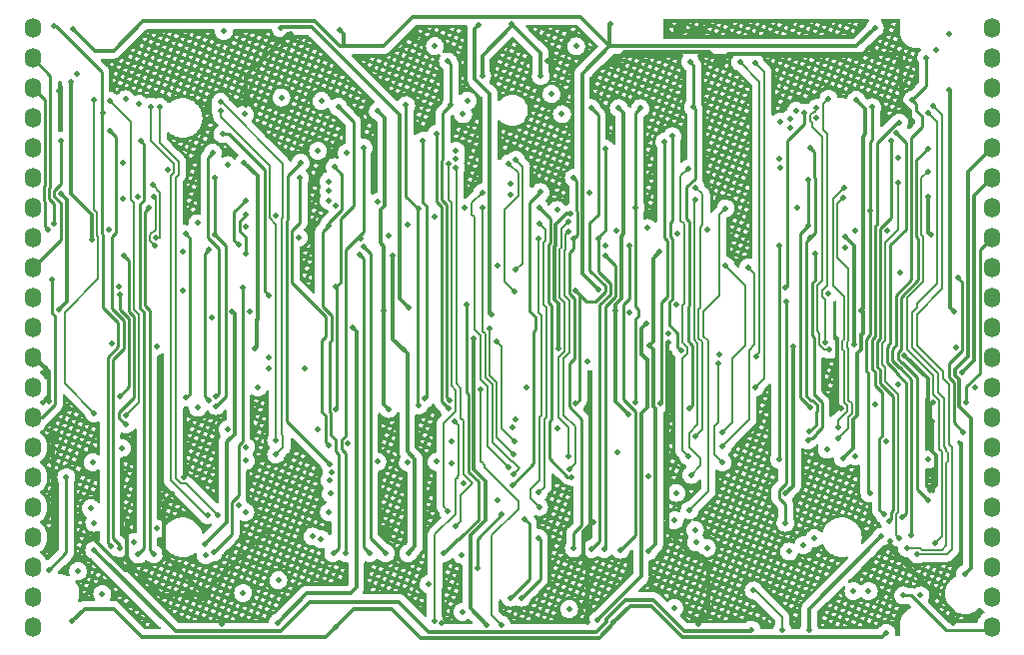
<source format=gbr>
%TF.GenerationSoftware,KiCad,Pcbnew,(6.0.6-0)*%
%TF.CreationDate,2022-07-26T09:11:42-07:00*%
%TF.ProjectId,MTMatrixV3,4d544d61-7472-4697-9856-332e6b696361,rev?*%
%TF.SameCoordinates,Original*%
%TF.FileFunction,Copper,L3,Inr*%
%TF.FilePolarity,Positive*%
%FSLAX46Y46*%
G04 Gerber Fmt 4.6, Leading zero omitted, Abs format (unit mm)*
G04 Created by KiCad (PCBNEW (6.0.6-0)) date 2022-07-26 09:11:42*
%MOMM*%
%LPD*%
G01*
G04 APERTURE LIST*
G04 Aperture macros list*
%AMRoundRect*
0 Rectangle with rounded corners*
0 $1 Rounding radius*
0 $2 $3 $4 $5 $6 $7 $8 $9 X,Y pos of 4 corners*
0 Add a 4 corners polygon primitive as box body*
4,1,4,$2,$3,$4,$5,$6,$7,$8,$9,$2,$3,0*
0 Add four circle primitives for the rounded corners*
1,1,$1+$1,$2,$3*
1,1,$1+$1,$4,$5*
1,1,$1+$1,$6,$7*
1,1,$1+$1,$8,$9*
0 Add four rect primitives between the rounded corners*
20,1,$1+$1,$2,$3,$4,$5,0*
20,1,$1+$1,$4,$5,$6,$7,0*
20,1,$1+$1,$6,$7,$8,$9,0*
20,1,$1+$1,$8,$9,$2,$3,0*%
G04 Aperture macros list end*
%TA.AperFunction,ComponentPad*%
%ADD10RoundRect,0.700000X0.000000X-0.150000X0.000000X-0.150000X0.000000X0.150000X0.000000X0.150000X0*%
%TD*%
%TA.AperFunction,ViaPad*%
%ADD11C,0.500000*%
%TD*%
%TA.AperFunction,Conductor*%
%ADD12C,0.250000*%
%TD*%
%TA.AperFunction,Conductor*%
%ADD13C,0.200000*%
%TD*%
%TA.AperFunction,Conductor*%
%ADD14C,0.300000*%
%TD*%
G04 APERTURE END LIST*
D10*
%TO.N,AX0*%
%TO.C,J1*%
X124460000Y-30480000D03*
%TO.N,AX1*%
X124460000Y-33020000D03*
%TO.N,AX2*%
X124460000Y-35560000D03*
%TO.N,AX3*%
X124460000Y-38100000D03*
%TO.N,AY0*%
X124460000Y-40640000D03*
%TO.N,AY1*%
X124460000Y-43180000D03*
%TO.N,AY2*%
X124460000Y-45720000D03*
%TO.N,DATA*%
X124460000Y-48260000D03*
%TO.N,RESET*%
X124460000Y-50800000D03*
%TO.N,STROBE*%
X124460000Y-53340000D03*
%TO.N,+9V*%
X124460000Y-55880000D03*
%TO.N,GND*%
X124460000Y-58420000D03*
%TO.N,-9V*%
X124460000Y-60960000D03*
%TO.N,AI*%
X124460000Y-63500000D03*
%TO.N,BI*%
X124460000Y-66040000D03*
%TO.N,CI*%
X124460000Y-68580000D03*
%TO.N,DI*%
X124460000Y-71120000D03*
%TO.N,EI*%
X124460000Y-73660000D03*
%TO.N,FI*%
X124460000Y-76200000D03*
%TO.N,GI*%
X124460000Y-78740000D03*
%TO.N,HI*%
X124460000Y-81280000D03*
%TD*%
%TO.N,CS_A*%
%TO.C,J2*%
X205740000Y-30480000D03*
%TO.N,CS_B*%
X205740000Y-33020000D03*
%TO.N,CS_C*%
X205740000Y-35560000D03*
%TO.N,CS_D*%
X205740000Y-38100000D03*
%TO.N,CS_E*%
X205740000Y-40640000D03*
%TO.N,CS_F*%
X205740000Y-43180000D03*
%TO.N,CS_G*%
X205740000Y-45720000D03*
%TO.N,CS_H*%
X205740000Y-48260000D03*
%TO.N,GND2*%
X205740000Y-50800000D03*
%TO.N,Pos_Top*%
X205740000Y-53340000D03*
%TO.N,Pos_Bottom*%
X205740000Y-55880000D03*
%TO.N,Bottom_LEDs*%
X205740000Y-58420000D03*
%TO.N,Top_LEDs*%
X205740000Y-60960000D03*
%TO.N,AJ*%
X205740000Y-63500000D03*
%TO.N,BJ*%
X205740000Y-66040000D03*
%TO.N,CJ*%
X205740000Y-68580000D03*
%TO.N,DJ*%
X205740000Y-71120000D03*
%TO.N,EJ*%
X205740000Y-73660000D03*
%TO.N,FJ*%
X205740000Y-76200000D03*
%TO.N,GJ*%
X205740000Y-78740000D03*
%TO.N,HJ*%
X205740000Y-81280000D03*
%TD*%
D11*
%TO.N,4*%
X135890000Y-42519600D03*
%TO.N,AY2*%
X157175200Y-62484000D03*
X195627892Y-37207735D03*
X134721600Y-75082400D03*
X156108400Y-37025500D03*
X195478400Y-45964700D03*
X195395648Y-69916974D03*
X134331399Y-45720000D03*
X175580500Y-62230000D03*
X157175200Y-45821600D03*
X175961100Y-37283919D03*
X175580500Y-45720000D03*
%TO.N,RESET*%
X126847600Y-40030400D03*
X157530800Y-40030400D03*
X157683200Y-61925200D03*
X197222123Y-40050214D03*
X133594700Y-40030400D03*
X197053200Y-72288400D03*
X178001289Y-40115001D03*
X177657700Y-62331295D03*
X133400800Y-75133200D03*
%TO.N,AX3*%
X131826000Y-74574400D03*
X179414129Y-57821871D03*
X158665399Y-39462300D03*
X198177611Y-71941766D03*
X131014097Y-39205728D03*
X197640000Y-39410000D03*
X159699500Y-62738000D03*
X178674844Y-39658021D03*
%TO.N,AX0*%
X180421435Y-37176300D03*
X180180000Y-33350000D03*
X159775300Y-62029759D03*
X131098887Y-74431064D03*
X130445100Y-37649881D03*
X199007391Y-36588284D03*
X198872080Y-73503724D03*
X126240000Y-30310000D03*
X200201514Y-32981700D03*
X180099397Y-62771113D03*
X159660000Y-33300000D03*
X159918400Y-37025500D03*
%TO.N,/AH0*%
X129661939Y-63139761D03*
X129692400Y-36576000D03*
X197803154Y-60718046D03*
%TO.N,/AH1*%
X131013200Y-36677600D03*
X132377699Y-63311757D03*
X195834000Y-62382400D03*
%TO.N,/AD0*%
X187799315Y-38439103D03*
X132334000Y-36525200D03*
%TO.N,/AD1*%
X133451600Y-36931600D03*
X188630500Y-38912800D03*
%TO.N,/AE0*%
X139293600Y-71780400D03*
X134470000Y-37130000D03*
%TO.N,/AE1*%
X140157200Y-71780400D03*
X135210000Y-37170000D03*
%TO.N,/AF0*%
X145100500Y-65429209D03*
X140377135Y-37465043D03*
%TO.N,/AF1*%
X140370923Y-36765568D03*
X145100500Y-66650791D03*
%TO.N,8*%
X145542000Y-36372800D03*
%TO.N,GND*%
X125800000Y-62160000D03*
X126140000Y-74460000D03*
X156750000Y-30980000D03*
X182670000Y-33390000D03*
X200710000Y-63830000D03*
X192576789Y-56778715D03*
X200740000Y-62270000D03*
X200339500Y-44760000D03*
X171450000Y-80822800D03*
X180840000Y-81030000D03*
X132120000Y-44980000D03*
X198339996Y-58231418D03*
X168129500Y-33260000D03*
X173850000Y-33330000D03*
X192940000Y-62760000D03*
X154380000Y-73122094D03*
X178308000Y-57150000D03*
X197110000Y-74030000D03*
X159156400Y-80975200D03*
X200570000Y-48040000D03*
X181060000Y-30720000D03*
X181203600Y-75336400D03*
X140500000Y-81000000D03*
X198830000Y-38770000D03*
X137250000Y-68550000D03*
X126190000Y-65190000D03*
X171950000Y-72350000D03*
X146354800Y-31020201D03*
X200530000Y-69710000D03*
X142544800Y-36982400D03*
X202450000Y-80980000D03*
X132130000Y-41940000D03*
X139050000Y-78590000D03*
X197799500Y-41490000D03*
X179324000Y-30530800D03*
X126680000Y-35820000D03*
%TO.N,7*%
X142443200Y-37800500D03*
%TO.N,STROBE*%
X198018400Y-51257200D03*
X131836341Y-53120869D03*
X178882100Y-72238026D03*
X188264800Y-72440800D03*
X161273801Y-53969429D03*
X140541577Y-39462300D03*
X188315600Y-53644800D03*
X144466331Y-53127500D03*
X159318900Y-75020096D03*
X131826000Y-61711392D03*
X179006791Y-53950537D03*
%TO.N,6*%
X140970000Y-42113200D03*
%TO.N,-9V*%
X194044487Y-57353200D03*
X176665271Y-74838732D03*
X134946006Y-57495500D03*
X177596800Y-49479200D03*
X143312663Y-57647900D03*
X188925200Y-57454800D03*
X188280500Y-69951600D03*
X142392400Y-41910000D03*
X156291493Y-75020096D03*
X154950100Y-49808295D03*
X155877896Y-57781127D03*
X193360500Y-48209200D03*
X176733200Y-57414100D03*
%TO.N,5*%
X138420000Y-47030000D03*
%TO.N,AX1*%
X137414000Y-47955200D03*
X193294000Y-49072800D03*
X154386740Y-75020096D03*
X175006000Y-48920400D03*
X174281683Y-74729668D03*
X154635200Y-48107600D03*
X187706000Y-48920400D03*
X172964892Y-48946364D03*
X152508383Y-48992810D03*
X187706000Y-67091100D03*
X126273100Y-47091600D03*
X141938038Y-48885300D03*
X137475539Y-61825457D03*
X142497065Y-45093108D03*
%TO.N,AX2*%
X125780800Y-47599600D03*
X139395200Y-62077600D03*
X142560500Y-46294500D03*
X172964892Y-49741356D03*
X139395200Y-49276000D03*
X172893767Y-74662698D03*
X153010211Y-75020096D03*
X152190000Y-49710000D03*
X190820500Y-49580800D03*
X190179500Y-65465500D03*
X142560500Y-49580800D03*
%TO.N,AY0*%
X172427773Y-48311324D03*
X142560500Y-47329900D03*
X190347600Y-40604900D03*
X140013398Y-61713735D03*
X152501600Y-40640000D03*
X152298902Y-48325410D03*
X150985201Y-75020096D03*
X190268321Y-64709900D03*
X173014700Y-40744504D03*
X190347600Y-48260000D03*
X139711048Y-41064001D03*
X171805600Y-74676000D03*
%TO.N,AY1*%
X170332400Y-48310800D03*
X190179500Y-47244000D03*
X149937645Y-75020096D03*
X139903200Y-43180000D03*
X150040054Y-42283166D03*
X190179500Y-43383200D03*
X190325259Y-62660298D03*
X149548247Y-47202500D03*
X170327151Y-74615900D03*
X170332400Y-43180000D03*
X139903200Y-47979500D03*
X140004800Y-62534800D03*
%TO.N,/AG1*%
X165238951Y-66662400D03*
X163170000Y-55940000D03*
X142840000Y-54560000D03*
%TO.N,/AG0*%
X139649200Y-55067200D03*
X165318824Y-65513400D03*
X163770000Y-57100000D03*
%TO.N,/AC1*%
X137210800Y-49479200D03*
X165420500Y-51003200D03*
X165411792Y-41638495D03*
%TO.N,/AC0*%
X165323069Y-52842100D03*
X137160000Y-52730400D03*
X164791873Y-41962539D03*
%TO.N,/AB1*%
X134620000Y-43789600D03*
X149539500Y-43484800D03*
X134940500Y-48260000D03*
%TO.N,/AB0*%
X149539500Y-44297600D03*
X134823200Y-48971200D03*
X134730900Y-44763538D03*
%TO.N,AJ*%
X132400500Y-64097903D03*
X132220673Y-49784940D03*
%TO.N,AI*%
X126085600Y-51816000D03*
X131759500Y-52425600D03*
%TO.N,CS_A*%
X127670500Y-35052000D03*
X129450000Y-48430000D03*
%TO.N,2*%
X130911600Y-47599600D03*
%TO.N,DATA*%
X170500500Y-62331600D03*
X202896498Y-51671150D03*
X171795500Y-37293039D03*
X203352400Y-64770000D03*
X150180500Y-52414193D03*
X139790193Y-74953615D03*
X142259111Y-52480400D03*
X150180500Y-62779999D03*
X189838699Y-37673648D03*
X188280500Y-52527200D03*
X170500500Y-52781200D03*
X150368000Y-37185600D03*
%TO.N,3*%
X133350000Y-44805600D03*
%TO.N,+9V*%
X193131939Y-66979839D03*
X139052874Y-74216297D03*
X174939500Y-63219098D03*
X126860000Y-44520000D03*
X173858022Y-54439368D03*
X126658648Y-54396383D03*
X174142400Y-37277100D03*
X154228800Y-54406800D03*
X153720800Y-37541200D03*
X200364500Y-67091100D03*
X194260000Y-36580000D03*
X154619500Y-62779999D03*
X141368844Y-54515956D03*
X194665600Y-54406800D03*
%TO.N,11*%
X153720800Y-45212000D03*
%TO.N,/BH0*%
X191920000Y-36470000D03*
X191660450Y-57111192D03*
X161340800Y-36626800D03*
%TO.N,/BH1*%
X160934400Y-37800500D03*
X190867159Y-37285518D03*
X191964372Y-57768594D03*
%TO.N,/BD0*%
X160340500Y-40894000D03*
X187706000Y-41605200D03*
%TO.N,/BD1*%
X187807600Y-42367200D03*
X160321083Y-41593233D03*
%TO.N,/BE0*%
X160274772Y-72759500D03*
X142487046Y-71521705D03*
X160340500Y-42367200D03*
%TO.N,/BE1*%
X159715200Y-42011600D03*
X159664400Y-71434100D03*
X141919500Y-70967600D03*
%TO.N,/BF0*%
X164798998Y-67718716D03*
X149820381Y-68138769D03*
X162550000Y-44440000D03*
%TO.N,/BF1*%
X149599853Y-68802600D03*
X165201600Y-68326000D03*
X162610000Y-45720000D03*
%TO.N,15*%
X163819900Y-50660057D03*
%TO.N,14*%
X161030000Y-45760000D03*
%TO.N,13*%
X158532497Y-46519950D03*
%TO.N,12*%
X156210000Y-47193200D03*
%TO.N,/BG1*%
X147000000Y-48250000D03*
X169859500Y-47752000D03*
X169960563Y-67884001D03*
%TO.N,/BG0*%
X169859500Y-46888400D03*
X145080000Y-46360000D03*
X169884500Y-66785001D03*
%TO.N,/BC1*%
X164947600Y-44602400D03*
X150114000Y-45516800D03*
%TO.N,/BC0*%
X164965444Y-43705844D03*
X149539500Y-45110400D03*
%TO.N,BJ*%
X149582299Y-65903799D03*
X147116799Y-43179999D03*
%TO.N,BI*%
X147167600Y-41910000D03*
X149622553Y-67452851D03*
%TO.N,CS_B*%
X148945600Y-36677600D03*
%TO.N,9*%
X148645844Y-40888956D03*
%TO.N,10*%
X151079200Y-41046400D03*
%TO.N,18*%
X171620000Y-44420000D03*
%TO.N,/CH0*%
X185743550Y-58334926D03*
X184420000Y-33390000D03*
%TO.N,/CH1*%
X185715500Y-60943135D03*
X185700000Y-33430000D03*
%TO.N,/CE0*%
X142519507Y-67166900D03*
X180035200Y-66802000D03*
X180019500Y-42418000D03*
%TO.N,/CE1*%
X180658298Y-65065526D03*
X180660500Y-43992800D03*
X142560500Y-66040000D03*
%TO.N,/CF0*%
X180272013Y-68378876D03*
X180660500Y-45008800D03*
X149707600Y-69951600D03*
%TO.N,/CF1*%
X180136800Y-71374000D03*
X149555200Y-71526400D03*
X183200500Y-45770800D03*
%TO.N,22*%
X181610000Y-47599600D03*
%TO.N,21*%
X179070000Y-47904400D03*
%TO.N,20*%
X176580800Y-47447200D03*
%TO.N,19*%
X173939200Y-47701200D03*
%TO.N,/CG1*%
X167386000Y-71091300D03*
X167335200Y-48310800D03*
%TO.N,/CG0*%
X167386000Y-47040800D03*
X167350000Y-69850000D03*
%TO.N,CJ*%
X170150299Y-68557280D03*
X167386000Y-45720000D03*
%TO.N,CI*%
X167487600Y-44399200D03*
X165100000Y-69240400D03*
%TO.N,CS_C*%
X168429759Y-36077300D03*
%TO.N,16*%
X169316400Y-37795200D03*
%TO.N,17*%
X168910000Y-45923200D03*
%TO.N,Net-(C1-Pad2)*%
X145491200Y-30520700D03*
X156362400Y-54203600D03*
%TO.N,Net-(C2-Pad2)*%
X145230000Y-80900000D03*
X151587200Y-55880000D03*
%TO.N,25*%
X189230000Y-45720000D03*
%TO.N,/DH0*%
X200729777Y-37049245D03*
X199440800Y-75133200D03*
%TO.N,/DH1*%
X200355200Y-37693600D03*
X198561340Y-74596400D03*
%TO.N,DI*%
X197910000Y-38500000D03*
X196611613Y-71745901D03*
%TO.N,DJ*%
X200364500Y-70555500D03*
X200364500Y-40690800D03*
%TO.N,/DE0*%
X200901138Y-74184199D03*
X129692400Y-72440800D03*
X200364500Y-42630500D03*
%TO.N,/DE1*%
X197799500Y-43586400D03*
X197866000Y-73710800D03*
X129387600Y-71221600D03*
%TO.N,/DF0*%
X192719500Y-64363600D03*
X193243200Y-43992800D03*
X165409690Y-63631211D03*
%TO.N,/DF1*%
X192735200Y-65278000D03*
X193192400Y-44856400D03*
X165100000Y-64363600D03*
%TO.N,28*%
X196900800Y-47701200D03*
%TO.N,27*%
X194208400Y-47650400D03*
%TO.N,26*%
X191922400Y-53035200D03*
%TO.N,/DG1*%
X185099500Y-50800000D03*
X182930800Y-65989200D03*
%TO.N,/DG0*%
X182930800Y-64770000D03*
X183200500Y-50647600D03*
%TO.N,CS_D*%
X188630500Y-38213297D03*
%TO.N,23*%
X189155309Y-37524376D03*
%TO.N,24*%
X190900500Y-38100000D03*
%TO.N,Net-(D1-Pad2)*%
X173390000Y-30140000D03*
X195834000Y-30480000D03*
X127843987Y-30536164D03*
X172399500Y-52628800D03*
X150520400Y-30683200D03*
%TO.N,Net-(D5-Pad2)*%
X196830000Y-81760000D03*
X176452548Y-55564614D03*
X172364400Y-80705500D03*
X150114000Y-81280000D03*
X173700000Y-80880000D03*
X127827550Y-80774344D03*
%TO.N,36*%
X134970500Y-72925947D03*
%TO.N,/EH0*%
X195310000Y-78226498D03*
X128300000Y-76530000D03*
%TO.N,/EH1*%
X130360000Y-78460000D03*
X194040000Y-78226498D03*
%TO.N,EJ*%
X127320500Y-68580000D03*
X125853272Y-76413309D03*
%TO.N,/EF0*%
X129540000Y-67310000D03*
X160000797Y-67433115D03*
%TO.N,/EF1*%
X132029200Y-66090800D03*
X160000797Y-65534608D03*
%TO.N,40*%
X131133193Y-57244630D03*
%TO.N,39*%
X143560800Y-60960000D03*
%TO.N,38*%
X140970000Y-64516000D03*
%TO.N,37*%
X138430000Y-62687200D03*
%TO.N,/EG1*%
X182634869Y-58179500D03*
X144475200Y-58380897D03*
%TO.N,/EG0*%
X182930800Y-67310000D03*
X144475200Y-59334400D03*
X182585389Y-58907132D03*
%TO.N,CS_E*%
X203454000Y-76774500D03*
X142300000Y-78380000D03*
%TO.N,34*%
X133029500Y-74102972D03*
%TO.N,35*%
X139130690Y-75186766D03*
%TO.N,43*%
X153670000Y-67259200D03*
%TO.N,/FH0*%
X162448300Y-61092022D03*
X164189535Y-81069001D03*
%TO.N,/FH1*%
X160223200Y-63855600D03*
X158486828Y-80772770D03*
%TO.N,FI*%
X160842900Y-75148845D03*
%TO.N,FJ*%
X164230000Y-71710000D03*
X162143500Y-76265411D03*
%TO.N,47*%
X163890786Y-70485000D03*
%TO.N,46*%
X160976953Y-69096247D03*
%TO.N,45*%
X158699200Y-67259200D03*
%TO.N,44*%
X156260800Y-67310000D03*
%TO.N,/FG1*%
X180594000Y-73050400D03*
X148183600Y-73609200D03*
%TO.N,/FG0*%
X148893822Y-73818604D03*
X180695600Y-74107900D03*
%TO.N,CS_F*%
X203218599Y-59684983D03*
X147498482Y-59367426D03*
%TO.N,41*%
X148590000Y-64516000D03*
%TO.N,42*%
X151180800Y-65684400D03*
%TO.N,50*%
X171450000Y-58775600D03*
%TO.N,54*%
X181610000Y-74574400D03*
%TO.N,53*%
X179019200Y-69900800D03*
%TO.N,52*%
X176621500Y-68478400D03*
%TO.N,51*%
X173990000Y-66473801D03*
%TO.N,GJ*%
X167350000Y-73720000D03*
X165912800Y-78794605D03*
%TO.N,GI*%
X164947600Y-78794605D03*
X166170000Y-72110999D03*
%TO.N,CS_G*%
X168987702Y-57641729D03*
X170019973Y-46207553D03*
%TO.N,48*%
X166319200Y-60960000D03*
%TO.N,49*%
X168910000Y-64414400D03*
%TO.N,57*%
X190703200Y-73761600D03*
%TO.N,HI*%
X199710000Y-78600000D03*
%TO.N,HJ*%
X198250922Y-78610922D03*
%TO.N,61_jumper*%
X187990000Y-81500000D03*
X185572400Y-78181200D03*
%TO.N,60*%
X196807089Y-65539889D03*
%TO.N,59*%
X194199687Y-66793287D03*
%TO.N,58*%
X191770000Y-66243200D03*
%TO.N,CS_H*%
X203587004Y-62230000D03*
%TO.N,55*%
X188569600Y-74884695D03*
%TO.N,56*%
X189803912Y-74335512D03*
%TO.N,GND2*%
X162930269Y-81069001D03*
X162280000Y-30250000D03*
X163322000Y-54813200D03*
X161848800Y-56794400D03*
%TO.N,Pos_Top*%
X158550000Y-32020000D03*
X140665200Y-30734000D03*
X202539600Y-54508400D03*
X202119611Y-35689213D03*
X201038889Y-32333289D03*
X170520000Y-32030000D03*
%TO.N,Pos_Bottom*%
X145288000Y-77317600D03*
X158013400Y-77632386D03*
X204317600Y-60960000D03*
%TO.N,Bottom_LEDs*%
X178358800Y-56388000D03*
%TO.N,Top_LEDs*%
X175056800Y-54610000D03*
X202692000Y-57607200D03*
%TO.N,Neg_Top*%
X167520000Y-34530000D03*
X165080000Y-30150000D03*
X162550000Y-34540000D03*
%TO.N,1*%
X128200000Y-34380000D03*
%TO.N,29*%
X202143300Y-31028700D03*
%TO.N,Neg_Bottom*%
X169926000Y-79756000D03*
X178840000Y-79660000D03*
X160869401Y-79988422D03*
%TO.N,33*%
X185400000Y-81500000D03*
X129686690Y-74734513D03*
%TO.N,61*%
X196392800Y-73609200D03*
X190280000Y-81500000D03*
%TD*%
D12*
%TO.N,AY2*%
X195478400Y-45964700D02*
X195478400Y-40105910D01*
X134371510Y-55495225D02*
X134371510Y-55495219D01*
X195404093Y-46039007D02*
X195404093Y-56460007D01*
X195118490Y-57993448D02*
X195118490Y-59565806D01*
X195118491Y-56897024D02*
X195118488Y-57621062D01*
X134721600Y-75082400D02*
X134371506Y-74732306D01*
X195118506Y-56897009D02*
X195118491Y-56897024D01*
X156108400Y-44754800D02*
X156108400Y-37025500D01*
X195118506Y-56897002D02*
X195118506Y-56897009D01*
X195404093Y-56460007D02*
X195158494Y-56705606D01*
X195158494Y-56857015D02*
X195118506Y-56897002D01*
X175580500Y-37664519D02*
X175961100Y-37283919D01*
X195118485Y-57993443D02*
X195118490Y-57993448D01*
X134371506Y-55495215D02*
X134371506Y-54418076D01*
X175834500Y-54898766D02*
X175549100Y-55184166D01*
X175549100Y-55184166D02*
X175549100Y-62198600D01*
X134371510Y-55678593D02*
X134371514Y-55495229D01*
X195158494Y-56705606D02*
X195158494Y-56857015D01*
X195478400Y-40105910D02*
X195627892Y-39956418D01*
X157108700Y-62417500D02*
X157175200Y-62484000D01*
X157108700Y-45888100D02*
X157108700Y-62417500D01*
X175580500Y-54118034D02*
X175834500Y-54372034D01*
X195118485Y-57621065D02*
X195118485Y-57993443D01*
X195259500Y-69780826D02*
X195395648Y-69916974D01*
X195259500Y-59706816D02*
X195259500Y-69780826D01*
X175580500Y-45720000D02*
X175580500Y-37664519D01*
X195118488Y-57621062D02*
X195118485Y-57621065D01*
X134371506Y-74732306D02*
X134371506Y-55867601D01*
X157175200Y-45821600D02*
X156108400Y-44754800D01*
X134371510Y-55495219D02*
X134371506Y-55495215D01*
X157175200Y-45821600D02*
X157108700Y-45888100D01*
X175549100Y-62198600D02*
X175580500Y-62230000D01*
X195627892Y-39956418D02*
X195627892Y-37207735D01*
X134371510Y-55867597D02*
X134371510Y-55678593D01*
X133966499Y-46084900D02*
X134331399Y-45720000D01*
X134371506Y-55867601D02*
X134371510Y-55867597D01*
X175580500Y-45720000D02*
X175580500Y-54118034D01*
X134371514Y-55495229D02*
X134371510Y-55495225D01*
X175834500Y-54372034D02*
X175834500Y-54898766D01*
X134371506Y-54418076D02*
X133966499Y-54013067D01*
X195478400Y-45964700D02*
X195404093Y-46039007D01*
X195118490Y-59565806D02*
X195259500Y-59706816D01*
X133966499Y-54013067D02*
X133966499Y-46084900D01*
%TO.N,RESET*%
X197053200Y-72288400D02*
X197203610Y-72137990D01*
X126285500Y-44757966D02*
X126285500Y-44282034D01*
X133924500Y-40360200D02*
X133594700Y-40030400D01*
X177733500Y-53775672D02*
X177733500Y-62255495D01*
X124460000Y-50800000D02*
X126847600Y-48412400D01*
X196303095Y-59479034D02*
X196017492Y-59193429D01*
X126847600Y-48412400D02*
X126847600Y-45320066D01*
X178222100Y-48504656D02*
X178222100Y-53287072D01*
X133924500Y-45043566D02*
X133924500Y-40360200D01*
X133922006Y-55681400D02*
X133922005Y-54604265D01*
X196017494Y-57269400D02*
X196057521Y-57229374D01*
X197203610Y-71538320D02*
X197399708Y-71342222D01*
X157530800Y-45262800D02*
X157835600Y-45567600D01*
X133922005Y-54604265D02*
X133516998Y-54199257D01*
X157530800Y-40030400D02*
X157530800Y-45262800D01*
X133516998Y-54199257D02*
X133516998Y-45451068D01*
X178001289Y-48283845D02*
X178222100Y-48504656D01*
X196017490Y-57621068D02*
X196017492Y-57269405D01*
X133922009Y-55681408D02*
X133922006Y-55681400D01*
X196829153Y-61111492D02*
X196303095Y-60585433D01*
X126285500Y-44282034D02*
X126847600Y-43719934D01*
X126847600Y-45320066D02*
X126285500Y-44757966D01*
X126847600Y-43719934D02*
X126847600Y-40030400D01*
X133400800Y-75133200D02*
X133922006Y-74611994D01*
X157835600Y-45567600D02*
X157835600Y-61772800D01*
X196303095Y-47486439D02*
X197222123Y-46567411D01*
X197222123Y-46567411D02*
X197222123Y-40050214D01*
X133922006Y-55813283D02*
X133922009Y-55681408D01*
X196829153Y-61121491D02*
X196829153Y-61111492D01*
X196303095Y-60585433D02*
X196303095Y-59479034D01*
X133516998Y-45451068D02*
X133924500Y-45043566D01*
X196017492Y-59193429D02*
X196017492Y-57621070D01*
X177733500Y-62255495D02*
X177657700Y-62331295D01*
X196303095Y-56832388D02*
X196303095Y-47486439D01*
X197203610Y-72137990D02*
X197203610Y-71538320D01*
X197399708Y-71342222D02*
X197399708Y-61692047D01*
X196017492Y-57269405D02*
X196017494Y-57269400D01*
X196057521Y-57077962D02*
X196303095Y-56832388D01*
X178222100Y-53287072D02*
X177733500Y-53775672D01*
X157835600Y-61772800D02*
X157683200Y-61925200D01*
X178001289Y-40115001D02*
X178001289Y-48283845D01*
X196017492Y-57621070D02*
X196017490Y-57621068D01*
X133922006Y-74611994D02*
X133922006Y-55813283D01*
X196057521Y-57229374D02*
X196057521Y-57077962D01*
X197399708Y-61692047D02*
X196829153Y-61121491D01*
%TO.N,AX3*%
X131149566Y-54303876D02*
X131149566Y-48174100D01*
X178674844Y-46826690D02*
X178495500Y-47006034D01*
X131826000Y-74345711D02*
X131251500Y-73771211D01*
X178495500Y-47006034D02*
X178495500Y-48142366D01*
X198177611Y-71941766D02*
X198471077Y-71648300D01*
X132157194Y-57668785D02*
X132157194Y-57653993D01*
X198466497Y-47563910D02*
X198466497Y-40236497D01*
X178674844Y-48321710D02*
X178674844Y-53470018D01*
X132174001Y-55328311D02*
X131149566Y-54303876D01*
X131486100Y-39677731D02*
X131014097Y-39205728D01*
X197886497Y-59988923D02*
X197886497Y-59918923D01*
X178495500Y-48142366D02*
X178674844Y-48321710D01*
X178674844Y-53470018D02*
X178432291Y-53712571D01*
X179128801Y-57536543D02*
X179414129Y-57821871D01*
X197152097Y-48878310D02*
X198466497Y-47563910D01*
X178432291Y-55649025D02*
X179128801Y-56345535D01*
X196966498Y-57521070D02*
X196966498Y-57369656D01*
X197152097Y-57184057D02*
X197152097Y-48878310D01*
X158665399Y-45229333D02*
X158665399Y-39462300D01*
X197656497Y-59688923D02*
X197656497Y-59631765D01*
X132157194Y-57653993D02*
X132174001Y-57637186D01*
X159106997Y-62173922D02*
X159106997Y-45670931D01*
X131826000Y-74574400D02*
X131826000Y-74345711D01*
X197656497Y-59631765D02*
X196866494Y-58841762D01*
X179128801Y-56345535D02*
X179128801Y-57536543D01*
X159106997Y-45670931D02*
X158665399Y-45229333D01*
X131251500Y-73771211D02*
X131251500Y-58574479D01*
X131251500Y-58574479D02*
X132157194Y-57668785D01*
X196966498Y-57369656D02*
X197152097Y-57184057D01*
X196866494Y-58841762D02*
X196866494Y-57621074D01*
X132174001Y-57637186D02*
X132174001Y-55328311D01*
X131486100Y-47837566D02*
X131486100Y-39677731D01*
X178674844Y-39658021D02*
X178674844Y-46826690D01*
X196866494Y-57621074D02*
X196966498Y-57521070D01*
X159699500Y-62738000D02*
X159671075Y-62738000D01*
X198471077Y-60573503D02*
X197886497Y-59988923D01*
X198471077Y-71648300D02*
X198471077Y-60573503D01*
X131149566Y-48174100D02*
X131486100Y-47837566D01*
X197886497Y-59918923D02*
X197656497Y-59688923D01*
X198466497Y-40236497D02*
X197640000Y-39410000D01*
X159671075Y-62738000D02*
X159106997Y-62173922D01*
X178432291Y-53712571D02*
X178432291Y-55649025D01*
%TO.N,AX0*%
X180399601Y-57429897D02*
X180079405Y-57109700D01*
X180079405Y-57086760D02*
X180028603Y-57035956D01*
X180028603Y-57035956D02*
X180028603Y-54081101D01*
X180421435Y-37176300D02*
X180492400Y-37105335D01*
X197415999Y-57555845D02*
X197601598Y-57370246D01*
X126402466Y-30310000D02*
X126240000Y-30310000D01*
X159556498Y-61810957D02*
X159775300Y-62029759D01*
X130424001Y-54214001D02*
X131707693Y-55497693D01*
X130320101Y-34227635D02*
X126402466Y-30310000D01*
X197601598Y-57370246D02*
X197601598Y-53130377D01*
X197937263Y-59255419D02*
X197915841Y-59255419D01*
X200201514Y-32981700D02*
X200201514Y-35394161D01*
X131707693Y-57482596D02*
X130801999Y-58388290D01*
X197601598Y-53130377D02*
X198915998Y-51815977D01*
X180594000Y-43246834D02*
X180594000Y-37348865D01*
X159556498Y-45484742D02*
X159556498Y-61810957D01*
X130445100Y-37649881D02*
X130320101Y-37524882D01*
X180492400Y-37105335D02*
X180492400Y-33662400D01*
X159239899Y-41674435D02*
X159140700Y-41773634D01*
X159239899Y-37704001D02*
X159239899Y-41674435D01*
X180079405Y-46875958D02*
X179864699Y-46661252D01*
X197315995Y-58655573D02*
X197315995Y-57807263D01*
X179864699Y-46661252D02*
X179864699Y-43976135D01*
X159140700Y-45068944D02*
X159556498Y-45484742D01*
X180079405Y-57109700D02*
X180079405Y-57086760D01*
X130445100Y-37649881D02*
X130324002Y-37770979D01*
X200201514Y-35394161D02*
X199007391Y-36588284D01*
X199844500Y-38837966D02*
X199844500Y-37973454D01*
X159140700Y-41773634D02*
X159140700Y-45068944D01*
X159918400Y-33558400D02*
X159660000Y-33300000D01*
X199304501Y-36885394D02*
X199007391Y-36588284D01*
X130324002Y-47926555D02*
X130424001Y-48026554D01*
X197915841Y-59255419D02*
X197315995Y-58655573D01*
X130324002Y-37770979D02*
X130324002Y-47926555D01*
X180079405Y-54030299D02*
X180079405Y-46875958D01*
X180492400Y-33662400D02*
X180180000Y-33350000D01*
X159918400Y-37025500D02*
X159918400Y-33558400D01*
X159918400Y-37025500D02*
X159239899Y-37704001D01*
X130801999Y-58388290D02*
X130801999Y-74134176D01*
X198937266Y-73438538D02*
X198937266Y-60255422D01*
X180099397Y-62771113D02*
X180399601Y-62470909D01*
X198915998Y-39766468D02*
X199844500Y-38837966D01*
X198915998Y-51815977D02*
X198915998Y-39766468D01*
X199844500Y-37973454D02*
X199304501Y-37433455D01*
X179864699Y-43976135D02*
X180594000Y-43246834D01*
X130424001Y-48026554D02*
X130424001Y-54214001D01*
X198872080Y-73503724D02*
X198937266Y-73438538D01*
X180028603Y-54081101D02*
X180079405Y-54030299D01*
X131707693Y-55497693D02*
X131707693Y-57482596D01*
X130320101Y-37524882D02*
X130320101Y-34227635D01*
X130801999Y-74134176D02*
X131098887Y-74431064D01*
X199304501Y-37433455D02*
X199304501Y-36885394D01*
X198937266Y-60255422D02*
X197937263Y-59255419D01*
X197415999Y-57707259D02*
X197415999Y-57555845D01*
X180594000Y-37348865D02*
X180421435Y-37176300D01*
X180399601Y-62470909D02*
X180399601Y-57429897D01*
X197315995Y-57807263D02*
X197415999Y-57707259D01*
D13*
%TO.N,/AH0*%
X127180000Y-54570000D02*
X127180000Y-60657822D01*
X129999500Y-48202389D02*
X129999500Y-51750500D01*
X127180000Y-60657822D02*
X129661939Y-63139761D01*
X129692400Y-45897110D02*
X129899501Y-46104211D01*
X129899501Y-48102390D02*
X129999500Y-48202389D01*
X129999500Y-51750500D02*
X127180000Y-54570000D01*
X129899501Y-46104211D02*
X129899501Y-48102390D01*
X129692400Y-36576000D02*
X129692400Y-45897110D01*
%TO.N,/AH1*%
X133497504Y-54780099D02*
X133497504Y-62191952D01*
X132800500Y-38464900D02*
X132800500Y-45033211D01*
X132800500Y-45033211D02*
X133055905Y-45288616D01*
X133497504Y-62191952D02*
X132377699Y-63311757D01*
X131013200Y-36677600D02*
X132800500Y-38464900D01*
X133055905Y-54338499D02*
X133497504Y-54780099D01*
X133055905Y-45288616D02*
X133055905Y-54338499D01*
%TO.N,/AE0*%
X136439500Y-42747211D02*
X136439500Y-41987189D01*
X139138309Y-71780400D02*
X136210999Y-68853090D01*
X136210999Y-68853090D02*
X136210999Y-42975712D01*
X134470000Y-40017689D02*
X134470000Y-37130000D01*
X136439500Y-41987189D02*
X134470000Y-40017689D01*
X139293600Y-71780400D02*
X139138309Y-71780400D01*
X136210999Y-42975712D02*
X136439500Y-42747211D01*
%TO.N,/AE1*%
X136839001Y-42912690D02*
X136839001Y-41821710D01*
X137476300Y-69099500D02*
X137022389Y-69099500D01*
X136610500Y-43141191D02*
X136839001Y-42912690D01*
X140157200Y-71780400D02*
X137476300Y-69099500D01*
X136839001Y-41821710D02*
X135210000Y-40192709D01*
X135210000Y-40192709D02*
X135210000Y-37170000D01*
X137022389Y-69099500D02*
X136610500Y-68687611D01*
X136610500Y-68687611D02*
X136610500Y-43141191D01*
%TO.N,/AF0*%
X144530500Y-46587611D02*
X144530500Y-42132812D01*
X145100500Y-65429209D02*
X145100500Y-47157611D01*
X144530500Y-42132812D02*
X140377135Y-37979447D01*
X145100500Y-47157611D02*
X144530500Y-46587611D01*
X140377135Y-37979447D02*
X140377135Y-37465043D01*
%TO.N,/AF1*%
X145649500Y-41960297D02*
X140454771Y-36765568D01*
X140454771Y-36765568D02*
X140370923Y-36765568D01*
X145100500Y-66650791D02*
X145694400Y-66056891D01*
X145694400Y-66056891D02*
X145694400Y-65074800D01*
X145551299Y-46685812D02*
X145649500Y-46587611D01*
X145649500Y-46587611D02*
X145649500Y-41960297D01*
X145551299Y-64931699D02*
X145551299Y-46685812D01*
X145694400Y-65074800D02*
X145551299Y-64931699D01*
D14*
%TO.N,GND*%
X133230000Y-76450000D02*
X135390000Y-78610000D01*
X171140000Y-73160000D02*
X171950000Y-72350000D01*
X200339500Y-63459500D02*
X200339500Y-60230922D01*
X144450000Y-73020000D02*
X139050000Y-78420000D01*
X202450000Y-80980000D02*
X202450000Y-79930000D01*
X125800000Y-59640000D02*
X125800000Y-62160000D01*
X181752300Y-80117700D02*
X180840000Y-81030000D01*
X171140000Y-75220000D02*
X171140000Y-73160000D01*
X178282600Y-73126600D02*
X178282600Y-57175400D01*
X200339500Y-47809500D02*
X200570000Y-48040000D01*
X146068599Y-31020201D02*
X146354800Y-31020201D01*
X180492400Y-75336400D02*
X178282600Y-73126600D01*
X200710000Y-63830000D02*
X200710000Y-66390000D01*
X200339500Y-60230922D02*
X198339996Y-58231418D01*
X198080000Y-32910000D02*
X198080000Y-36720000D01*
X201000000Y-69240000D02*
X200530000Y-69710000D01*
X174630000Y-32550000D02*
X181830000Y-32550000D01*
X200339500Y-44760000D02*
X200339500Y-47809500D01*
X192940000Y-62760000D02*
X192610000Y-62430000D01*
X183380000Y-32680000D02*
X197850000Y-32680000D01*
X192610000Y-62430000D02*
X192610000Y-56811926D01*
X139050000Y-78420000D02*
X139050000Y-78590000D01*
X198080000Y-36720000D02*
X198830000Y-37470000D01*
X142544800Y-36982400D02*
X142544800Y-34544000D01*
X181203600Y-75336400D02*
X180492400Y-75336400D01*
X200710000Y-66400000D02*
X200820000Y-66510000D01*
X124580000Y-58420000D02*
X125800000Y-59640000D01*
X171450000Y-80822800D02*
X171450000Y-75530000D01*
X181830000Y-32550000D02*
X182670000Y-33390000D01*
X202450000Y-79930000D02*
X198000000Y-75480000D01*
X132270000Y-76450000D02*
X129450000Y-73630000D01*
X198830000Y-37470000D02*
X198830000Y-38770000D01*
X200820000Y-66510000D02*
X201000000Y-66690000D01*
X182670000Y-33390000D02*
X183380000Y-32680000D01*
X200710000Y-63830000D02*
X200339500Y-63459500D01*
X126190000Y-74410000D02*
X126140000Y-74460000D01*
X178282600Y-57175400D02*
X178308000Y-57150000D01*
X179324000Y-30530800D02*
X179513200Y-30720000D01*
X124460000Y-58420000D02*
X124580000Y-58420000D01*
X135390000Y-78610000D02*
X139030000Y-78610000D01*
X171450000Y-75530000D02*
X171140000Y-75220000D01*
X173850000Y-33330000D02*
X174630000Y-32550000D01*
X181203600Y-75336400D02*
X181752300Y-75885100D01*
X197110000Y-74590000D02*
X197110000Y-74030000D01*
X126190000Y-65190000D02*
X126190000Y-74410000D01*
X133230000Y-76450000D02*
X132430000Y-75650000D01*
X135570000Y-70680000D02*
X135570000Y-75110000D01*
X192610000Y-56811926D02*
X192576789Y-56778715D01*
X139030000Y-78610000D02*
X139050000Y-78590000D01*
X181752300Y-75885100D02*
X181752300Y-80117700D01*
X133230000Y-76450000D02*
X132270000Y-76450000D01*
X159156400Y-80975200D02*
X159156400Y-81023600D01*
X142544800Y-34544000D02*
X146068599Y-31020201D01*
X132430000Y-75650000D02*
X132430000Y-72200000D01*
X198000000Y-75480000D02*
X197110000Y-74590000D01*
X179513200Y-30720000D02*
X181060000Y-30720000D01*
X135570000Y-75110000D02*
X139050000Y-78590000D01*
X197850000Y-32680000D02*
X198080000Y-32910000D01*
X201000000Y-66690000D02*
X201000000Y-69240000D01*
X136350000Y-69900000D02*
X135570000Y-70680000D01*
D12*
%TO.N,STROBE*%
X132623502Y-55142122D02*
X131836341Y-54354961D01*
X162213201Y-72178333D02*
X160899626Y-73491908D01*
X144105999Y-42496735D02*
X144105999Y-52767168D01*
X187706000Y-70341966D02*
X188264800Y-70900766D01*
X141071564Y-39462300D02*
X144105999Y-42496735D01*
X140541577Y-39462300D02*
X141071564Y-39462300D01*
X160478087Y-73860909D02*
X159318900Y-75020096D01*
X144105999Y-52767168D02*
X144466331Y-53127500D01*
X188264800Y-70900766D02*
X188264800Y-72440800D01*
X131836341Y-54354961D02*
X131836341Y-53120869D01*
X132623502Y-60913890D02*
X132623502Y-55142122D01*
X161272699Y-61410545D02*
X161374299Y-61512145D01*
X161374299Y-61512145D02*
X161374299Y-68116145D01*
X161272699Y-53970531D02*
X161272699Y-61410545D01*
X187706000Y-69713634D02*
X187706000Y-70341966D01*
X161273801Y-53969429D02*
X161272699Y-53970531D01*
X161374299Y-68116145D02*
X162213201Y-68955047D01*
X160898665Y-73491908D02*
X160529664Y-73860909D01*
X160529664Y-73860909D02*
X160478087Y-73860909D01*
X131826000Y-61711392D02*
X132623502Y-60913890D01*
X188315600Y-69104034D02*
X187706000Y-69713634D01*
X188315600Y-53644800D02*
X188315600Y-69104034D01*
X160899626Y-73491908D02*
X160898665Y-73491908D01*
X162213201Y-68955047D02*
X162213201Y-72178333D01*
D14*
%TO.N,-9V*%
X156210000Y-58113231D02*
X156210000Y-66411378D01*
X154950100Y-49808295D02*
X154950100Y-56853331D01*
X176665271Y-74838732D02*
X177221000Y-74283003D01*
X154950100Y-56853331D02*
X155877896Y-57781127D01*
X177052048Y-57095252D02*
X176733200Y-57414100D01*
X177058200Y-62579617D02*
X177058200Y-57739100D01*
X188925200Y-69306900D02*
X188280500Y-69951600D01*
X177221000Y-74283003D02*
X177221000Y-62742417D01*
X143484498Y-55201070D02*
X143484498Y-57476065D01*
X194056000Y-48904700D02*
X194056000Y-57341687D01*
X156860300Y-67061678D02*
X156860300Y-74451289D01*
X143501729Y-43019329D02*
X143501729Y-55183839D01*
X143501729Y-55183839D02*
X143484498Y-55201070D01*
X194056000Y-57341687D02*
X194044487Y-57353200D01*
X177052048Y-50023952D02*
X177052048Y-57095252D01*
X188925200Y-57454800D02*
X188925200Y-69306900D01*
X177596800Y-49479200D02*
X177052048Y-50023952D01*
X177058200Y-57739100D02*
X176733200Y-57414100D01*
X193360500Y-48209200D02*
X194056000Y-48904700D01*
X143484498Y-57476065D02*
X143312663Y-57647900D01*
X155877896Y-57781127D02*
X156210000Y-58113231D01*
X142392400Y-41910000D02*
X143501729Y-43019329D01*
X156210000Y-66411378D02*
X156860300Y-67061678D01*
X177221000Y-62742417D02*
X177058200Y-62579617D01*
X156860300Y-74451289D02*
X156291493Y-75020096D01*
D12*
%TO.N,AX1*%
X175514000Y-73497351D02*
X174281683Y-74729668D01*
X174482300Y-53971938D02*
X174482300Y-61949432D01*
X125835999Y-44944155D02*
X126273100Y-45381256D01*
X175006000Y-48920400D02*
X175006000Y-53448238D01*
X137785300Y-61515696D02*
X137785300Y-48326500D01*
X137475539Y-61825457D02*
X137785300Y-61515696D01*
X124460000Y-33020000D02*
X125955999Y-34515999D01*
X174482300Y-61949432D02*
X175514000Y-62981132D01*
X141536499Y-48483761D02*
X141536499Y-46053674D01*
X125835999Y-44095845D02*
X125835999Y-44944155D01*
X126273100Y-45381256D02*
X126273100Y-47091600D01*
X125955999Y-34515999D02*
X125955999Y-43975845D01*
X175514000Y-62981132D02*
X175514000Y-73497351D01*
X125955999Y-43975845D02*
X125835999Y-44095845D01*
X187706000Y-48920400D02*
X187706000Y-67091100D01*
X141536499Y-46053674D02*
X142497065Y-45093108D01*
X152508383Y-48992810D02*
X153095500Y-49579927D01*
X175006000Y-53448238D02*
X174482300Y-53971938D01*
X153095500Y-49579927D02*
X153095500Y-73728856D01*
X137785300Y-48326500D02*
X137414000Y-47955200D01*
X141938038Y-48885300D02*
X141536499Y-48483761D01*
X153095500Y-73728856D02*
X154386740Y-75020096D01*
%TO.N,AX2*%
X142560500Y-48224900D02*
X141986000Y-47650400D01*
X142560500Y-49580800D02*
X142560500Y-48224900D01*
X139395200Y-62077600D02*
X139045064Y-61727464D01*
X125506498Y-43789656D02*
X125386498Y-43909656D01*
X190498098Y-56519396D02*
X190686449Y-56707747D01*
X190749414Y-61636297D02*
X191357388Y-62244271D01*
X190686449Y-61616005D02*
X190706741Y-61636297D01*
X124460000Y-35560000D02*
X125506498Y-36606498D01*
X190686449Y-56707747D02*
X190686449Y-61616005D01*
X172974000Y-74582465D02*
X172893767Y-74662698D01*
X125386498Y-43909656D02*
X125386498Y-45130344D01*
X191357388Y-62244271D02*
X191357387Y-64379393D01*
X152190000Y-49710000D02*
X152518901Y-50038901D01*
X173873002Y-50649466D02*
X173873002Y-53239144D01*
X190820500Y-51839073D02*
X190498098Y-52161476D01*
X152518901Y-50038901D02*
X152518901Y-74528786D01*
X190498098Y-52161476D02*
X190498098Y-56519396D01*
X190842821Y-64947866D02*
X190506287Y-65284400D01*
X125506498Y-36606498D02*
X125506498Y-43789656D01*
X190185125Y-65465500D02*
X190179500Y-65465500D01*
X190366225Y-65284400D02*
X190185125Y-65465500D01*
X125506498Y-47325298D02*
X125780800Y-47599600D01*
X125386498Y-45130344D02*
X125506498Y-45250344D01*
X190706741Y-61636297D02*
X190749414Y-61636297D01*
X190842821Y-64893959D02*
X190842821Y-64947866D01*
X139045064Y-49626136D02*
X139395200Y-49276000D01*
X125506498Y-45250344D02*
X125506498Y-47325298D01*
X172974000Y-54138146D02*
X172974000Y-74582465D01*
X172964892Y-49741356D02*
X173873002Y-50649466D01*
X173873002Y-53239144D02*
X172974000Y-54138146D01*
X190506287Y-65284400D02*
X190366225Y-65284400D01*
X152518901Y-74528786D02*
X153010211Y-75020096D01*
X191357387Y-64379393D02*
X190842821Y-64893959D01*
X139045064Y-61727464D02*
X139045064Y-49626136D01*
X190820500Y-49580800D02*
X190820500Y-51839073D01*
X141986000Y-47650400D02*
X141986000Y-46869000D01*
X141986000Y-46869000D02*
X142560500Y-46294500D01*
%TO.N,AY0*%
X139328700Y-41446349D02*
X139711048Y-41064001D01*
X190735899Y-40993199D02*
X190347600Y-40604900D01*
X190905335Y-62959981D02*
X190905335Y-62968970D01*
X173014700Y-47620346D02*
X173014700Y-40744504D01*
X173423501Y-53052955D02*
X172524500Y-53951956D01*
X151012700Y-65040034D02*
X150606300Y-65446434D01*
X172524500Y-53951956D02*
X172524500Y-73957100D01*
X190754000Y-43170736D02*
X190735899Y-43152634D01*
X150962414Y-66532480D02*
X150962414Y-74997309D01*
X190841712Y-64136509D02*
X190268321Y-64709900D01*
X190905335Y-62968970D02*
X190896215Y-62978090D01*
X172524500Y-73957100D02*
X171805600Y-74676000D01*
X152501600Y-40640000D02*
X152501600Y-47778090D01*
X172390392Y-48235192D02*
X172390392Y-48273943D01*
X190048597Y-48559003D02*
X190048597Y-61679157D01*
X190347600Y-48260000D02*
X190754000Y-47853600D01*
X190907887Y-62957429D02*
X190905335Y-62959981D01*
X190896215Y-63002707D02*
X190856853Y-63042069D01*
X190735899Y-43152634D02*
X190735899Y-40993199D01*
X151028400Y-55677134D02*
X151012700Y-55692834D01*
X140223700Y-61503433D02*
X140223700Y-49165390D01*
X150606300Y-65446434D02*
X150606300Y-66176366D01*
X190856853Y-63087286D02*
X190841712Y-63102427D01*
X173423501Y-52153845D02*
X173423501Y-53052955D01*
X190455238Y-62085798D02*
X190563225Y-62085798D01*
X151012700Y-55692834D02*
X151012700Y-65040034D01*
X152501600Y-47778090D02*
X151028400Y-49251290D01*
X172390392Y-48235192D02*
X172399854Y-48235192D01*
X151028400Y-49251290D02*
X151028400Y-55677134D01*
X140223700Y-49165390D02*
X139328700Y-48270390D01*
X139328700Y-48270390D02*
X139328700Y-41446349D01*
X190907887Y-62430460D02*
X190907887Y-62957429D01*
X190048597Y-61679157D02*
X190455238Y-62085798D01*
X172390392Y-51120736D02*
X173423501Y-52153845D01*
X150962414Y-74997309D02*
X150985201Y-75020096D01*
X190896215Y-62978090D02*
X190896215Y-63002707D01*
X190754000Y-47853600D02*
X190754000Y-43170736D01*
X140013398Y-61713735D02*
X140223700Y-61503433D01*
X190563225Y-62085798D02*
X190907887Y-62430460D01*
X190347600Y-48260000D02*
X190048597Y-48559003D01*
X190841712Y-63102427D02*
X190841712Y-64136509D01*
X190856853Y-63042069D02*
X190856853Y-63087286D01*
X172390392Y-48273943D02*
X172427773Y-48311324D01*
X172399854Y-48235192D02*
X173014700Y-47620346D01*
X172390392Y-48235192D02*
X172390392Y-51120736D01*
X150606300Y-66176366D02*
X150962414Y-66532480D01*
%TO.N,AY1*%
X150394881Y-74562860D02*
X149937645Y-75020096D01*
X140868400Y-54203934D02*
X140868400Y-48944700D01*
X140794344Y-61745256D02*
X140794344Y-54277990D01*
X190325259Y-62638921D02*
X190325259Y-62660298D01*
X170960101Y-63628966D02*
X170960101Y-72668853D01*
X149548247Y-47202500D02*
X149031500Y-47719247D01*
X169926000Y-53019166D02*
X170361204Y-53454370D01*
X149715601Y-63126645D02*
X149715601Y-64971447D01*
X169926000Y-58918736D02*
X169926000Y-62594865D01*
X149606000Y-63017044D02*
X149715601Y-63126645D01*
X169926000Y-62594865D02*
X170960101Y-63628966D01*
X150040054Y-42283166D02*
X150688500Y-42931612D01*
X189499700Y-47923800D02*
X189499700Y-61813362D01*
X170595999Y-48047201D02*
X170332400Y-48310800D01*
X170361204Y-58483532D02*
X169926000Y-58918736D01*
X170327151Y-73301803D02*
X170327151Y-74615900D01*
X170332400Y-43180000D02*
X170545999Y-43393599D01*
X140004800Y-62534800D02*
X140794344Y-61745256D01*
X149801501Y-54830211D02*
X149801501Y-56929789D01*
X140868400Y-48944700D02*
X139903200Y-47979500D01*
X149606000Y-57125290D02*
X149606000Y-63017044D01*
X170361204Y-53454370D02*
X170361204Y-58483532D01*
X149801501Y-56929789D02*
X149606000Y-57125290D01*
X139903200Y-43180000D02*
X139903200Y-47979500D01*
X190179500Y-43383200D02*
X190179500Y-47244000D01*
X150156799Y-66362555D02*
X150394881Y-66600637D01*
X170545999Y-43393599D02*
X170545999Y-45974867D01*
X149031500Y-54060210D02*
X149801501Y-54830211D01*
X189499700Y-61813362D02*
X190325259Y-62638921D01*
X150156799Y-65412645D02*
X150156799Y-66362555D01*
X170595999Y-46024867D02*
X170595999Y-48047201D01*
X150394881Y-66600637D02*
X150394881Y-74562860D01*
X149715601Y-64971447D02*
X150156799Y-65412645D01*
X150688500Y-42931612D02*
X150688500Y-45856366D01*
X190179500Y-47244000D02*
X189499700Y-47923800D01*
X169926000Y-49569499D02*
X169926000Y-53019166D01*
X170332400Y-48310800D02*
X170332400Y-49163099D01*
X149548247Y-46996619D02*
X149548247Y-47202500D01*
X149031500Y-47719247D02*
X149031500Y-54060210D01*
X140794344Y-54277990D02*
X140868400Y-54203934D01*
X170960101Y-72668853D02*
X170327151Y-73301803D01*
X170332400Y-49163099D02*
X169926000Y-49569499D01*
X150688500Y-45856366D02*
X149548247Y-46996619D01*
X170545999Y-45974867D02*
X170595999Y-46024867D01*
D13*
%TO.N,/AG1*%
X163796802Y-60533453D02*
X163213501Y-59950152D01*
X163796802Y-65220251D02*
X163796802Y-60533453D01*
X163213501Y-55983501D02*
X163170000Y-55940000D01*
X163213501Y-59950152D02*
X163213501Y-55983501D01*
X165238951Y-66662400D02*
X163796802Y-65220251D01*
%TO.N,/AG0*%
X164196303Y-57526303D02*
X163770000Y-57100000D01*
X164196303Y-64390879D02*
X164196303Y-57526303D01*
X165318824Y-65513400D02*
X164196303Y-64390879D01*
%TO.N,/AC1*%
X165998201Y-42224904D02*
X165411792Y-41638495D01*
X165998201Y-50425499D02*
X165998201Y-42224904D01*
X165420500Y-51003200D02*
X165998201Y-50425499D01*
%TO.N,/AC0*%
X165598700Y-42769366D02*
X165598700Y-44728411D01*
X164446499Y-51965530D02*
X165323069Y-52842100D01*
X165598700Y-44728411D02*
X164446499Y-45880612D01*
X164791873Y-41962539D02*
X165598700Y-42769366D01*
X164446499Y-45880612D02*
X164446499Y-51965530D01*
%TO.N,/AB1*%
X135280400Y-44450000D02*
X135280400Y-48260000D01*
X134620000Y-43789600D02*
X135280400Y-44450000D01*
X135280400Y-48260000D02*
X134940500Y-48260000D01*
%TO.N,/AB0*%
X134391000Y-48539000D02*
X134391000Y-48032389D01*
X134823200Y-48971200D02*
X134391000Y-48539000D01*
X134391000Y-48032389D02*
X134880899Y-47542490D01*
X134880899Y-47542490D02*
X134880899Y-44913537D01*
X134880899Y-44913537D02*
X134730900Y-44763538D01*
D12*
%TO.N,AJ*%
X132220673Y-49784940D02*
X132631404Y-50195671D01*
X132338337Y-64097903D02*
X132400500Y-64097903D01*
X133073003Y-54955933D02*
X133073003Y-61803987D01*
X132631404Y-50195671D02*
X132631404Y-54514334D01*
X131803199Y-63073791D02*
X131803199Y-63562765D01*
X132631404Y-54514334D02*
X133073003Y-54955933D01*
X131803199Y-63562765D02*
X132338337Y-64097903D01*
X133073003Y-61803987D02*
X131803199Y-63073791D01*
%TO.N,AI*%
X126374500Y-62397966D02*
X126374500Y-54924701D01*
X125272466Y-63500000D02*
X126374500Y-62397966D01*
X126084148Y-54634349D02*
X126084148Y-51817452D01*
X126374500Y-54924701D02*
X126084148Y-54634349D01*
X124460000Y-63500000D02*
X125272466Y-63500000D01*
X126084148Y-51817452D02*
X126085600Y-51816000D01*
D14*
%TO.N,CS_A*%
X127670500Y-35052000D02*
X127670500Y-44510900D01*
X129450000Y-46290400D02*
X129450000Y-48430000D01*
X127670500Y-44510900D02*
X129450000Y-46290400D01*
D12*
%TO.N,DATA*%
X141919500Y-70120034D02*
X141345000Y-70694534D01*
X141345000Y-73398808D02*
X139790193Y-74953615D01*
X203266500Y-57845166D02*
X203266500Y-52041152D01*
X172974000Y-52340034D02*
X172974000Y-52866766D01*
X171670501Y-47012730D02*
X171670501Y-51036535D01*
X172974000Y-52866766D02*
X172195966Y-53644800D01*
X202144598Y-60129850D02*
X202144598Y-58967068D01*
X142259111Y-52480400D02*
X142259111Y-65528923D01*
X141919500Y-65868534D02*
X141919500Y-70120034D01*
X202513003Y-63930603D02*
X202513003Y-60498255D01*
X150563501Y-52031192D02*
X150563501Y-46617055D01*
X151653700Y-45526856D02*
X151653700Y-38471300D01*
X171670501Y-51036535D02*
X172974000Y-52340034D01*
X189838699Y-38608567D02*
X189838699Y-37673648D01*
X170810705Y-53091405D02*
X170500500Y-52781200D01*
X203352400Y-64770000D02*
X202513003Y-63930603D01*
X150251002Y-52484695D02*
X150251002Y-62709497D01*
X203266500Y-52041152D02*
X202896498Y-51671150D01*
X150180500Y-52414193D02*
X150563501Y-52031192D01*
X172370000Y-37867539D02*
X172370000Y-46313231D01*
X188280500Y-52527200D02*
X188382100Y-52425600D01*
X188382100Y-40065166D02*
X189838699Y-38608567D01*
X141345000Y-70694534D02*
X141345000Y-73398808D01*
X202144598Y-58967068D02*
X203266500Y-57845166D01*
X151653700Y-38471300D02*
X150368000Y-37185600D01*
X142259111Y-65528923D02*
X141919500Y-65868534D01*
X172195966Y-53644800D02*
X171364100Y-53644800D01*
X172370000Y-46313231D02*
X171670501Y-47012730D01*
X171364100Y-53644800D02*
X170500500Y-52781200D01*
X202513003Y-60498255D02*
X202144598Y-60129850D01*
X170500500Y-62331600D02*
X170810705Y-62021395D01*
X150563501Y-46617055D02*
X151653700Y-45526856D01*
X188382100Y-52425600D02*
X188382100Y-40065166D01*
X150180500Y-52414193D02*
X150251002Y-52484695D01*
X171795500Y-37293039D02*
X172370000Y-37867539D01*
X150251002Y-62709497D02*
X150180500Y-62779999D01*
X170810705Y-62021395D02*
X170810705Y-53091405D01*
D14*
%TO.N,+9V*%
X153918322Y-45913100D02*
X154320300Y-45511122D01*
X194338502Y-63339279D02*
X194018503Y-63659278D01*
X194643987Y-57424517D02*
X194643984Y-57424520D01*
X141569500Y-64967522D02*
X141218322Y-65318700D01*
X140870499Y-72398672D02*
X139052874Y-74216297D01*
X194338502Y-58077858D02*
X194338502Y-63339279D01*
X173858022Y-62137620D02*
X173858022Y-54439368D01*
X194665600Y-54406800D02*
X194807900Y-54549100D01*
X174347503Y-53435689D02*
X173858022Y-53925170D01*
X194643984Y-57424520D02*
X194643984Y-57772376D01*
X141368844Y-54515956D02*
X141569500Y-54716612D01*
X194807900Y-54264500D02*
X194807900Y-39735700D01*
X194683993Y-56509061D02*
X194683993Y-56660467D01*
X173858022Y-53925170D02*
X173858022Y-54439368D01*
X174538700Y-47949522D02*
X174347503Y-48140719D01*
X194643990Y-56700479D02*
X194643987Y-57424517D01*
X154320300Y-38140700D02*
X153720800Y-37541200D01*
X127406400Y-45066400D02*
X127406400Y-53648631D01*
X141569500Y-54716612D02*
X141569500Y-64967522D01*
X154320300Y-45511122D02*
X154320300Y-38140700D01*
X140870499Y-65615723D02*
X140870499Y-72398672D01*
X174939500Y-63219098D02*
X173858022Y-62137620D01*
X194018503Y-63659278D02*
X194018503Y-66093275D01*
X194807900Y-39735700D02*
X195051072Y-39492528D01*
X194665600Y-54406800D02*
X194807900Y-54264500D01*
X174538700Y-37673400D02*
X174538700Y-47949522D01*
X141218322Y-65318700D02*
X141167522Y-65318700D01*
X141167522Y-65318700D02*
X140870499Y-65615723D01*
X195051072Y-37371072D02*
X194260000Y-36580000D01*
X194643984Y-57772376D02*
X194338502Y-58077858D01*
X194018503Y-66093275D02*
X193131939Y-66979839D01*
X174142400Y-37277100D02*
X174538700Y-37673400D01*
X153918322Y-48698769D02*
X153918322Y-45913100D01*
X174347503Y-48140719D02*
X174347503Y-53435689D01*
X154228800Y-62389299D02*
X154619500Y-62779999D01*
X194807900Y-56385154D02*
X194683993Y-56509061D01*
X127406400Y-53648631D02*
X126658648Y-54396383D01*
X126860000Y-44520000D02*
X127406400Y-45066400D01*
X194644007Y-56700452D02*
X194644005Y-56700464D01*
X194807900Y-54549100D02*
X194807900Y-56385154D01*
X154228800Y-54406800D02*
X154228800Y-62389299D01*
X195051072Y-39492528D02*
X195051072Y-37371072D01*
X194644005Y-56700464D02*
X194643990Y-56700479D01*
X154228800Y-54406800D02*
X154228800Y-49009247D01*
X194683993Y-56660467D02*
X194644007Y-56700452D01*
X154228800Y-49009247D02*
X153918322Y-48698769D01*
D13*
%TO.N,/BH0*%
X191660450Y-57111192D02*
X191660450Y-53550361D01*
X191450000Y-36940000D02*
X191920000Y-36470000D01*
X191782253Y-52347436D02*
X191782253Y-39483853D01*
X191372900Y-53262811D02*
X191372900Y-52756789D01*
X191660450Y-53550361D02*
X191372900Y-53262811D01*
X191450000Y-39151600D02*
X191450000Y-36940000D01*
X191782253Y-39483853D02*
X191450000Y-39151600D01*
X191372900Y-52756789D02*
X191782253Y-52347436D01*
%TO.N,/BH1*%
X190351000Y-37872389D02*
X190672889Y-37550500D01*
X191110950Y-57348088D02*
X191110950Y-56359681D01*
X190351000Y-38327611D02*
X190351000Y-37872389D01*
X191964372Y-57768594D02*
X191531456Y-57768594D01*
X191110950Y-56359681D02*
X190922599Y-56171330D01*
X191531456Y-57768594D02*
X191110950Y-57348088D01*
X190672889Y-37550500D02*
X190780389Y-37550500D01*
X191372900Y-51887009D02*
X191372900Y-39690280D01*
X190780389Y-37550500D02*
X190867159Y-37463730D01*
X190922599Y-56171330D02*
X190922599Y-52337310D01*
X190560100Y-38877480D02*
X190560100Y-38536711D01*
X190922599Y-52337310D02*
X191372900Y-51887009D01*
X190560100Y-38536711D02*
X190351000Y-38327611D01*
X191372900Y-39690280D02*
X190560100Y-38877480D01*
X190867159Y-37463730D02*
X190867159Y-37285518D01*
%TO.N,/BE0*%
X160340500Y-42367200D02*
X160380500Y-42407200D01*
X160380500Y-60661482D02*
X160746598Y-61027580D01*
X160380500Y-42407200D02*
X160380500Y-60661482D01*
X160765801Y-72268471D02*
X160274772Y-72759500D01*
X161754064Y-69096247D02*
X160765801Y-70084510D01*
X160949798Y-68291980D02*
X161754064Y-69096247D01*
X160765801Y-70084510D02*
X160765801Y-72268471D01*
X160949798Y-63770779D02*
X160949798Y-68291980D01*
X160746598Y-63567579D02*
X160949798Y-63770779D01*
X160746598Y-61027580D02*
X160746598Y-63567579D01*
%TO.N,/BE1*%
X159715200Y-42011600D02*
X159715200Y-45043108D01*
X159980999Y-45308907D02*
X159980999Y-60826961D01*
X159715200Y-45043108D02*
X159980999Y-45308907D01*
X160324800Y-61170762D02*
X160324800Y-62976889D01*
X159267300Y-64034389D02*
X159267300Y-71037000D01*
X159267300Y-71037000D02*
X159664400Y-71434100D01*
X159980999Y-60826961D02*
X160324800Y-61170762D01*
X160324800Y-62976889D02*
X159267300Y-64034389D01*
%TO.N,/BF0*%
X161690500Y-45299500D02*
X162550000Y-44440000D01*
X162399901Y-56568390D02*
X161870500Y-56038989D01*
X162997800Y-60864411D02*
X162399901Y-60266512D01*
X161870500Y-46463294D02*
X161690500Y-46283294D01*
X162399901Y-60266512D02*
X162399901Y-56568390D01*
X162997800Y-65917518D02*
X162997800Y-60864411D01*
X161870500Y-56038989D02*
X161870500Y-46463294D01*
X164798998Y-67718716D02*
X162997800Y-65917518D01*
X161690500Y-46283294D02*
X161690500Y-45299500D01*
%TO.N,/BF1*%
X162799402Y-56402911D02*
X162610000Y-56213509D01*
X163397301Y-65597861D02*
X163397301Y-60698932D01*
X165201600Y-68326000D02*
X165709600Y-67818000D01*
X162799402Y-60101033D02*
X162799402Y-56402911D01*
X163397301Y-60698932D02*
X162799402Y-60101033D01*
X165011340Y-67211900D02*
X163397301Y-65597861D01*
X165709600Y-67818000D02*
X165103500Y-67211900D01*
X162610000Y-56213509D02*
X162610000Y-45720000D01*
X165103500Y-67211900D02*
X165011340Y-67211900D01*
%TO.N,/BG1*%
X169859500Y-47752000D02*
X169632705Y-47978795D01*
X169632704Y-49262459D02*
X169501499Y-49393665D01*
X169936703Y-58034819D02*
X169468800Y-58502722D01*
X169468800Y-58502722D02*
X169468800Y-63326309D01*
X169468800Y-63326309D02*
X170434000Y-64291509D01*
X169632705Y-47978795D02*
X169632704Y-49262459D01*
X169936703Y-53630205D02*
X169936703Y-58034819D01*
X169501499Y-49393665D02*
X169501499Y-53195001D01*
X170434000Y-64291509D02*
X170434000Y-67410564D01*
X169501499Y-53195001D02*
X169936703Y-53630205D01*
X170434000Y-67410564D02*
X169960563Y-67884001D01*
%TO.N,/BG0*%
X169537202Y-57869340D02*
X169018499Y-58388043D01*
X169233203Y-47514697D02*
X169233203Y-49096980D01*
X169018499Y-58388043D02*
X169018499Y-63509300D01*
X169537202Y-53795684D02*
X169537202Y-57869340D01*
X169233203Y-49096980D02*
X169101998Y-49228185D01*
X169101998Y-49228185D02*
X169101998Y-53360480D01*
X169101998Y-53360480D02*
X169537202Y-53795684D01*
X169884500Y-64375301D02*
X169884500Y-66785001D01*
X169018499Y-63509300D02*
X169884500Y-64375301D01*
X169859500Y-46888400D02*
X169233203Y-47514697D01*
D12*
%TO.N,BJ*%
X147116799Y-43179999D02*
X147116799Y-46970735D01*
X149303243Y-54967643D02*
X149303243Y-56639957D01*
X148996400Y-56946800D02*
X148996400Y-63043134D01*
X149303243Y-56639957D02*
X148996400Y-56946800D01*
X147116799Y-46970735D02*
X146425500Y-47662034D01*
X148996400Y-63043134D02*
X149266100Y-63312834D01*
X146425500Y-52089900D02*
X149303243Y-54967643D01*
X149266100Y-65587600D02*
X149582299Y-65903799D01*
X149266100Y-63312834D02*
X149266100Y-65587600D01*
X146425500Y-47662034D02*
X146425500Y-52089900D01*
%TO.N,BI*%
X147167600Y-41910000D02*
X146074501Y-43003099D01*
X146074501Y-46762945D02*
X145975800Y-46861646D01*
X145975800Y-46861646D02*
X145975800Y-63806098D01*
X146074501Y-43003099D02*
X146074501Y-46762945D01*
X145975800Y-63806098D02*
X149622553Y-67452851D01*
D13*
%TO.N,/CH0*%
X185743550Y-58334926D02*
X186080400Y-57998076D01*
X186080400Y-35050400D02*
X184420000Y-33390000D01*
X186080400Y-57998076D02*
X186080400Y-35050400D01*
%TO.N,/CH1*%
X186479901Y-34209901D02*
X185700000Y-33430000D01*
X186479901Y-60178734D02*
X186479901Y-34209901D01*
X185715500Y-60943135D02*
X186479901Y-60178734D01*
%TO.N,/CE0*%
X179555596Y-53978174D02*
X179604102Y-53929668D01*
X179389398Y-46796100D02*
X179389398Y-43048102D01*
X179654904Y-57262593D02*
X179555596Y-57163285D01*
X179654904Y-47061606D02*
X179389398Y-46796100D01*
X179604102Y-53929668D02*
X179604102Y-53905266D01*
X180035200Y-66802000D02*
X179549897Y-66316697D01*
X179549897Y-58463214D02*
X179975100Y-58038011D01*
X179654904Y-53854465D02*
X179654904Y-47061606D01*
X179604102Y-53905266D02*
X179654904Y-53854465D01*
X179975100Y-57605731D02*
X179654904Y-57285533D01*
X179389398Y-43048102D02*
X180019500Y-42418000D01*
X179654904Y-57285533D02*
X179654904Y-57262593D01*
X179549897Y-66316697D02*
X179549897Y-58463214D01*
X179975100Y-58038011D02*
X179975100Y-57605731D01*
X179555596Y-57163285D02*
X179555596Y-53978174D01*
%TO.N,/CE1*%
X180903407Y-56745446D02*
X180903407Y-56768387D01*
X181241321Y-44573621D02*
X181241321Y-47191168D01*
X181223604Y-64500220D02*
X180658298Y-65065526D01*
X180903407Y-54361613D02*
X180903407Y-54401613D01*
X181060500Y-54204520D02*
X180903407Y-54361613D01*
X180660500Y-43992800D02*
X181241321Y-44573621D01*
X181223604Y-57088584D02*
X181223604Y-64500220D01*
X180903407Y-54401613D02*
X180903405Y-54401615D01*
X181060500Y-47371989D02*
X181060500Y-54204520D01*
X180903405Y-56745444D02*
X180903407Y-56745446D01*
X180903405Y-54401615D02*
X180903405Y-56745444D01*
X180903407Y-56768387D02*
X181223604Y-57088584D01*
X181241321Y-47191168D02*
X181060500Y-47371989D01*
%TO.N,/CF0*%
X180824102Y-57254062D02*
X180824102Y-64082698D01*
X180503906Y-56933866D02*
X180824102Y-57254062D01*
X181051200Y-67599689D02*
X180272013Y-68378876D01*
X180824102Y-64082698D02*
X180086000Y-64820800D01*
X180503904Y-56910923D02*
X180503906Y-56910925D01*
X180503906Y-45165394D02*
X180503906Y-54230533D01*
X180503904Y-54230535D02*
X180503904Y-56910923D01*
X181051200Y-67005200D02*
X181051200Y-67599689D01*
X180503906Y-56910925D02*
X180503906Y-56933866D01*
X180086000Y-66040000D02*
X181051200Y-67005200D01*
X180503906Y-54230533D02*
X180503904Y-54230535D01*
X180660500Y-45008800D02*
X180503906Y-45165394D01*
X180086000Y-64820800D02*
X180086000Y-66040000D01*
%TO.N,/CF1*%
X181718499Y-57018499D02*
X181718499Y-69792301D01*
X181302908Y-54527092D02*
X181302908Y-56602908D01*
X182651000Y-53179000D02*
X181302908Y-54527092D01*
X181718499Y-69792301D02*
X180136800Y-71374000D01*
X181302908Y-56602908D02*
X181718499Y-57018499D01*
X182651000Y-46320300D02*
X182651000Y-53179000D01*
X183200500Y-45770800D02*
X182651000Y-46320300D01*
%TO.N,/CG1*%
X167409897Y-63530323D02*
X167409897Y-68860903D01*
X167589200Y-54878864D02*
X167589200Y-63351019D01*
X167335200Y-48310800D02*
X167335200Y-54624864D01*
X166674800Y-70380100D02*
X167386000Y-71091300D01*
X167335200Y-54624864D02*
X167589200Y-54878864D01*
X166674800Y-69596000D02*
X166674800Y-70380100D01*
X167409897Y-68860903D02*
X166674800Y-69596000D01*
X167589200Y-63351019D02*
X167409897Y-63530323D01*
%TO.N,/CG0*%
X167734701Y-53900254D02*
X167988701Y-54154254D01*
X167884700Y-47539500D02*
X167884700Y-48538411D01*
X167809399Y-63695800D02*
X167809399Y-69390601D01*
X167386000Y-47040800D02*
X167884700Y-47539500D01*
X167988701Y-54154254D02*
X167988701Y-63516497D01*
X167884700Y-48538411D02*
X167734701Y-48688410D01*
X167734701Y-48688410D02*
X167734701Y-53900254D01*
X167809399Y-69390601D02*
X167350000Y-69850000D01*
X167988701Y-63516497D02*
X167809399Y-63695800D01*
D12*
%TO.N,CJ*%
X168233900Y-63871634D02*
X168233900Y-66969804D01*
X168413202Y-53978420D02*
X168413202Y-63692332D01*
X168166101Y-53731319D02*
X168413202Y-53978420D01*
X168233900Y-66969804D02*
X169821376Y-68557280D01*
X169821376Y-68557280D02*
X170150299Y-68557280D01*
X168309201Y-48714246D02*
X168166101Y-48857346D01*
X168309201Y-46643201D02*
X168309201Y-48714246D01*
X168413202Y-63692332D02*
X168233900Y-63871634D01*
X167386000Y-45720000D02*
X168309201Y-46643201D01*
X168166101Y-48857346D02*
X168166101Y-53731319D01*
%TO.N,CI*%
X167083243Y-54973243D02*
X166605899Y-54495899D01*
X167083243Y-56050985D02*
X167083243Y-54973243D01*
X166910699Y-56223529D02*
X167083243Y-56050985D01*
X166910699Y-67429701D02*
X166910699Y-56223529D01*
X166605899Y-54495899D02*
X166605899Y-45280901D01*
X165100000Y-69240400D02*
X166910699Y-67429701D01*
X166605899Y-45280901D02*
X167487600Y-44399200D01*
D14*
%TO.N,Net-(C1-Pad2)*%
X145591199Y-30420701D02*
X145491200Y-30520700D01*
X148129100Y-30420701D02*
X145591199Y-30420701D01*
X155549600Y-53390800D02*
X155549600Y-37841201D01*
X155549600Y-37841201D02*
X148129100Y-30420701D01*
X156362400Y-54203600D02*
X155549600Y-53390800D01*
%TO.N,Net-(C2-Pad2)*%
X147694800Y-78435200D02*
X145230000Y-80900000D01*
X151587200Y-55880000D02*
X151892000Y-56184800D01*
X151892000Y-56184800D02*
X151892000Y-77927200D01*
X151892000Y-77927200D02*
X151384000Y-78435200D01*
X151384000Y-78435200D02*
X147694800Y-78435200D01*
D13*
%TO.N,/DH0*%
X202398503Y-66062853D02*
X202088502Y-65752852D01*
X199400000Y-57384350D02*
X199400000Y-54752400D01*
X199440800Y-75133200D02*
X201930000Y-75133200D01*
X201588003Y-59572353D02*
X199400000Y-57384350D01*
X201588003Y-60173591D02*
X201588003Y-59572353D01*
X201549002Y-37868470D02*
X200729777Y-37049245D01*
X201930000Y-75133200D02*
X202398503Y-74664697D01*
X201549002Y-52603398D02*
X201549002Y-37868470D01*
X199400000Y-54752400D02*
X201549002Y-52603398D01*
X202398503Y-74664697D02*
X202398503Y-66062853D01*
X202088502Y-65752852D02*
X202088502Y-60674090D01*
X202088502Y-60674090D02*
X201588003Y-60173591D01*
%TO.N,/DH1*%
X201999002Y-67191668D02*
X201909002Y-67281668D01*
X201188502Y-59737832D02*
X201188502Y-61376411D01*
X201909002Y-74355196D02*
X201530499Y-74733699D01*
X199419001Y-54168419D02*
X199000499Y-54586921D01*
X201119501Y-38457901D02*
X201119500Y-48267611D01*
X199818410Y-74733699D02*
X199668411Y-74583700D01*
X201689001Y-65988331D02*
X201909002Y-66208332D01*
X201188502Y-61376411D02*
X201689001Y-61876910D01*
X201999002Y-66488332D02*
X201999002Y-67191668D01*
X201099501Y-52138499D02*
X199419001Y-53818999D01*
X201099501Y-48287610D02*
X201099501Y-52138499D01*
X201119500Y-48267611D02*
X201099501Y-48287610D01*
X199000499Y-54586921D02*
X199000499Y-57549829D01*
X199668411Y-74583700D02*
X198574040Y-74583700D01*
X198574040Y-74583700D02*
X198561340Y-74596400D01*
X200355200Y-37693600D02*
X201119501Y-38457901D01*
X201530499Y-74733699D02*
X199818410Y-74733699D01*
X201909002Y-67281668D02*
X201909002Y-74355196D01*
X201909002Y-66208332D02*
X201909002Y-66398332D01*
X199419001Y-53818999D02*
X199419001Y-54168419D01*
X201909002Y-66398332D02*
X201999002Y-66488332D01*
X201689001Y-61876910D02*
X201689001Y-65988331D01*
X199000499Y-57549829D02*
X201188502Y-59737832D01*
D12*
%TO.N,DI*%
X195567991Y-57807259D02*
X195567988Y-57807254D01*
X195853594Y-59665222D02*
X195567991Y-59379617D01*
X195853594Y-56646198D02*
X195853594Y-47300250D01*
X196232589Y-71366877D02*
X196232589Y-65301923D01*
X196056794Y-40180740D02*
X197737534Y-38500000D01*
X197737534Y-38500000D02*
X197910000Y-38500000D01*
X196232589Y-65301923D02*
X196414653Y-65119859D01*
X196414653Y-65119859D02*
X196414653Y-61342681D01*
X195567991Y-59379617D02*
X195567991Y-57807259D01*
X196611613Y-71745901D02*
X196232589Y-71366877D01*
X195853594Y-60771622D02*
X195853594Y-59665222D01*
X196379652Y-61307680D02*
X196379653Y-61297681D01*
X196414653Y-61342681D02*
X196379652Y-61307680D01*
X195853594Y-47300250D02*
X196056794Y-47097050D01*
X195608017Y-57043185D02*
X195608017Y-56891775D01*
X195567988Y-57807254D02*
X195567992Y-57083213D01*
X195608017Y-56891775D02*
X195853594Y-56646198D01*
X195567992Y-57083213D02*
X195568004Y-57083197D01*
X195568004Y-57083197D02*
X195608017Y-57043185D01*
X196056794Y-47097050D02*
X196056794Y-40180740D01*
X196379653Y-61297681D02*
X195853594Y-60771622D01*
%TO.N,DJ*%
X199445499Y-60127965D02*
X199445499Y-69636499D01*
X199445499Y-69636499D02*
X200364500Y-70555500D01*
X198102030Y-58805918D02*
X198123452Y-58805918D01*
X198123452Y-58805918D02*
X199445499Y-60127965D01*
X199531198Y-51836467D02*
X198051099Y-53316566D01*
X198051099Y-53316566D02*
X198051099Y-57707849D01*
X197765496Y-57993452D02*
X197765496Y-58469384D01*
X200364500Y-40690800D02*
X199365499Y-41689801D01*
X199365499Y-48151524D02*
X199531198Y-48317223D01*
X199365499Y-41689801D02*
X199365499Y-48151524D01*
X198051099Y-57707849D02*
X197765496Y-57993452D01*
X197765496Y-58469384D02*
X198102030Y-58805918D01*
X199531198Y-48317223D02*
X199531198Y-51836467D01*
D13*
%TO.N,/DE0*%
X201509501Y-66413811D02*
X201509501Y-73575836D01*
X200364500Y-42630500D02*
X199790000Y-43205000D01*
X199955699Y-48141389D02*
X199955699Y-52012302D01*
X199790000Y-47975690D02*
X199955699Y-48141389D01*
X198600998Y-53367003D02*
X198600998Y-57715308D01*
X198600998Y-57715308D02*
X200789001Y-59903311D01*
X201289500Y-62042389D02*
X201289500Y-66193810D01*
X199790000Y-43205000D02*
X199790000Y-47975690D01*
X201509501Y-73575836D02*
X200901138Y-74184199D01*
X200789001Y-59903311D02*
X200789001Y-61541890D01*
X200789001Y-61541890D02*
X201289500Y-62042389D01*
X199955699Y-52012302D02*
X198600998Y-53367003D01*
X201289500Y-66193810D02*
X201509501Y-66413811D01*
%TO.N,/DE1*%
X197253654Y-60935657D02*
X196727596Y-60409599D01*
X196727596Y-60409599D02*
X196727596Y-59303200D01*
X197831311Y-71510955D02*
X197831311Y-61523314D01*
X196727596Y-59303200D02*
X196441993Y-59017596D01*
X196482022Y-57253797D02*
X196727596Y-57008223D01*
X197253654Y-60945657D02*
X197253654Y-60935657D01*
X196727596Y-48651515D02*
X197799500Y-47579611D01*
X197866000Y-73710800D02*
X197628111Y-73472911D01*
X196482022Y-57405211D02*
X196482022Y-57253797D01*
X197628111Y-73472911D02*
X197628111Y-71714155D01*
X197799500Y-47579611D02*
X197799500Y-43586400D01*
X196441993Y-57445239D02*
X196482022Y-57405211D01*
X197831311Y-61523314D02*
X197253654Y-60945657D01*
X197628111Y-71714155D02*
X197831311Y-71510955D01*
X196441993Y-59017596D02*
X196441993Y-57445239D01*
X196727596Y-57008223D02*
X196727596Y-48651515D01*
%TO.N,/DF0*%
X193199501Y-56856095D02*
X193095486Y-56960110D01*
X193489500Y-62512389D02*
X193489500Y-62987611D01*
X193199501Y-62222390D02*
X193489500Y-62512389D01*
X193243200Y-43992800D02*
X192278000Y-44958000D01*
X193199501Y-53230390D02*
X193199501Y-56856095D01*
X193489500Y-62987611D02*
X192719500Y-63757611D01*
X192719500Y-63757611D02*
X192719500Y-64363600D01*
X193199501Y-57850305D02*
X193199501Y-62222390D01*
X193095486Y-57746290D02*
X193199501Y-57850305D01*
X193095486Y-56960110D02*
X193095486Y-57746290D01*
X192278000Y-52308889D02*
X193199501Y-53230390D01*
X192278000Y-44958000D02*
X192278000Y-52308889D01*
%TO.N,/DF1*%
X193889001Y-62336910D02*
X193599002Y-62046911D01*
X193494987Y-57125589D02*
X193599002Y-57021574D01*
X193569002Y-63473089D02*
X193889001Y-63153090D01*
X193569002Y-64444198D02*
X193569002Y-63473089D01*
X193599002Y-62046911D02*
X193599002Y-57684826D01*
X193889001Y-63153090D02*
X193889001Y-62336910D01*
X192684400Y-49987200D02*
X192684400Y-45364400D01*
X192684400Y-45364400D02*
X193192400Y-44856400D01*
X193599002Y-50901802D02*
X192684400Y-49987200D01*
X193599002Y-57684826D02*
X193494987Y-57580811D01*
X192735200Y-65278000D02*
X193569002Y-64444198D01*
X193494987Y-57580811D02*
X193494987Y-57125589D01*
X193599002Y-57021574D02*
X193599002Y-50901802D01*
%TO.N,/DG1*%
X185623200Y-57353200D02*
X185166000Y-57810400D01*
X185099500Y-50800000D02*
X185623200Y-51323700D01*
X185166000Y-63703200D02*
X182930800Y-65938400D01*
X185166000Y-57810400D02*
X185166000Y-63703200D01*
X182930800Y-65938400D02*
X182930800Y-65989200D01*
X185623200Y-51323700D02*
X185623200Y-57353200D01*
%TO.N,/DG0*%
X183750000Y-58497189D02*
X183750000Y-63950800D01*
X184837818Y-57409371D02*
X183750000Y-58497189D01*
X184837818Y-52284918D02*
X184837818Y-57409371D01*
X183200500Y-50647600D02*
X184837818Y-52284918D01*
X183750000Y-63950800D02*
X182930800Y-64770000D01*
D14*
%TO.N,Net-(D1-Pad2)*%
X129718223Y-32410400D02*
X127843987Y-30536164D01*
X194284000Y-32030000D02*
X173354400Y-32030000D01*
X156667267Y-29550500D02*
X154187767Y-32030000D01*
X150800400Y-32030000D02*
X150800400Y-30963200D01*
X148336000Y-29921200D02*
X133807200Y-29921200D01*
X195834000Y-30480000D02*
X194284000Y-32030000D01*
X171020500Y-34363900D02*
X171020500Y-45788322D01*
X154187767Y-32030000D02*
X150800400Y-32030000D01*
X173354400Y-32030000D02*
X173354400Y-30175600D01*
X171070500Y-45838322D02*
X171070500Y-51299800D01*
X171070500Y-51299800D02*
X172399500Y-52628800D01*
X173354400Y-32030000D02*
X171020500Y-34363900D01*
X173354400Y-32030000D02*
X170874900Y-29550500D01*
X150800400Y-32030000D02*
X150444800Y-32030000D01*
X171020500Y-45788322D02*
X171070500Y-45838322D01*
X173354400Y-30175600D02*
X173390000Y-30140000D01*
X150444800Y-32030000D02*
X148336000Y-29921200D01*
X150800400Y-30963200D02*
X150520400Y-30683200D01*
X131318000Y-32410400D02*
X129718223Y-32410400D01*
X133807200Y-29921200D02*
X131318000Y-32410400D01*
X170874900Y-29550500D02*
X156667267Y-29550500D01*
%TO.N,Net-(D5-Pad2)*%
X154914000Y-79730000D02*
X157359801Y-82175801D01*
X176530000Y-58623200D02*
X176072800Y-58166000D01*
X173700000Y-80880000D02*
X175078000Y-79502000D01*
X172364400Y-80651377D02*
X176022000Y-76993777D01*
X173700000Y-80928580D02*
X173700000Y-80880000D01*
X150114000Y-81280000D02*
X149274999Y-82119001D01*
X176072800Y-58166000D02*
X176072800Y-55944362D01*
X172452779Y-82175801D02*
X173700000Y-80928580D01*
X176530000Y-62636400D02*
X176530000Y-58623200D01*
X176072800Y-55944362D02*
X176452548Y-55564614D01*
X176887777Y-79502000D02*
X179514778Y-82129001D01*
X133716768Y-82119001D02*
X131327767Y-79730000D01*
X149274999Y-82119001D02*
X133716768Y-82119001D01*
X157359801Y-82175801D02*
X172452779Y-82175801D01*
X151664000Y-79730000D02*
X154914000Y-79730000D01*
X179514778Y-82129001D02*
X196460999Y-82129001D01*
X175078000Y-79502000D02*
X176887777Y-79502000D01*
X131327767Y-79730000D02*
X128871894Y-79730000D01*
X172364400Y-80705500D02*
X172364400Y-80651377D01*
X176022000Y-63144400D02*
X176530000Y-62636400D01*
X196460999Y-82129001D02*
X196830000Y-81760000D01*
X150114000Y-81280000D02*
X151664000Y-79730000D01*
X128871894Y-79730000D02*
X127827550Y-80774344D01*
X176022000Y-76993777D02*
X176022000Y-63144400D01*
D12*
%TO.N,EJ*%
X127320500Y-68580000D02*
X127320500Y-74946081D01*
X127320500Y-74946081D02*
X125853272Y-76413309D01*
D13*
%TO.N,/EG0*%
X182270400Y-64262000D02*
X182585389Y-63947011D01*
X182270400Y-66649600D02*
X182270400Y-64262000D01*
X182930800Y-67310000D02*
X182270400Y-66649600D01*
X182585389Y-63947011D02*
X182585389Y-58907132D01*
D14*
%TO.N,CS_E*%
X203741001Y-58314759D02*
X202619099Y-59436661D01*
X202987504Y-60301710D02*
X202987504Y-62560526D01*
X205740000Y-40640000D02*
X203741001Y-42638999D01*
X202619099Y-59933305D02*
X202987504Y-60301710D01*
X203970499Y-76258001D02*
X203454000Y-76774500D01*
X202987504Y-62560526D02*
X203970499Y-63543521D01*
X202619099Y-59436661D02*
X202619099Y-59933305D01*
X203970499Y-63543521D02*
X203970499Y-76258001D01*
X203741001Y-42638999D02*
X203741001Y-58314759D01*
D13*
%TO.N,/FH0*%
X162755501Y-67733411D02*
X165608000Y-70585910D01*
X162448300Y-67223010D02*
X162653901Y-67428611D01*
X163370000Y-73530000D02*
X163370000Y-80249466D01*
X162653901Y-67479411D02*
X162755501Y-67581011D01*
X165608000Y-71292000D02*
X163370000Y-73530000D01*
X165608000Y-70585910D02*
X165608000Y-71292000D01*
X162653901Y-67428611D02*
X162653901Y-67479411D01*
X162448300Y-61092022D02*
X162448300Y-67223010D01*
X163370000Y-80249466D02*
X164189535Y-81069001D01*
X162755501Y-67581011D02*
X162755501Y-67733411D01*
%TO.N,/FH1*%
X160300389Y-71703211D02*
X158562900Y-73440700D01*
X160550297Y-68390192D02*
X160486500Y-68453989D01*
X158508434Y-77914463D02*
X158508434Y-77924795D01*
X160486500Y-68504789D02*
X160435700Y-68555589D01*
X160435700Y-68555589D02*
X160435700Y-68640100D01*
X160435700Y-68640100D02*
X160300389Y-68640100D01*
X158508434Y-77924795D02*
X158486828Y-77946401D01*
X160550297Y-64182697D02*
X160550297Y-68390192D01*
X158562900Y-77859997D02*
X158508434Y-77914463D01*
X160486500Y-68453989D02*
X160486500Y-68504789D01*
X158486828Y-77946401D02*
X158486828Y-80772770D01*
X158562900Y-73440700D02*
X158562900Y-77859997D01*
X160300389Y-68640100D02*
X160300389Y-71703211D01*
X160223200Y-63855600D02*
X160550297Y-64182697D01*
D12*
%TO.N,FJ*%
X162143500Y-76265411D02*
X162143500Y-73796500D01*
X162143500Y-73796500D02*
X164230000Y-71710000D01*
D14*
%TO.N,CS_F*%
X204240502Y-58663080D02*
X203218599Y-59684983D01*
X205740000Y-43180000D02*
X204240502Y-44679498D01*
X204240502Y-44679498D02*
X204240502Y-58663080D01*
D12*
%TO.N,GJ*%
X167480000Y-73850000D02*
X167350000Y-73720000D01*
X165912800Y-78794605D02*
X167480000Y-77227405D01*
X167480000Y-77227405D02*
X167480000Y-73850000D01*
%TO.N,GI*%
X164947600Y-78794605D02*
X166562356Y-77179849D01*
X166562356Y-72503355D02*
X166170000Y-72110999D01*
X166562356Y-77179849D02*
X166562356Y-72503355D01*
D14*
%TO.N,CS_G*%
X168783702Y-47116376D02*
X168783702Y-48910791D01*
X170019973Y-46207553D02*
X169692525Y-46207553D01*
X168640602Y-49053891D02*
X168640602Y-53534774D01*
X168987702Y-53881874D02*
X168987702Y-57641729D01*
X168640602Y-53534774D02*
X168987702Y-53881874D01*
X168783702Y-48910791D02*
X168640602Y-49053891D01*
X169692525Y-46207553D02*
X168783702Y-47116376D01*
D12*
%TO.N,HJ*%
X205465500Y-81554500D02*
X201852034Y-81554500D01*
X198908456Y-78610922D02*
X198250922Y-78610922D01*
X205740000Y-81280000D02*
X205465500Y-81554500D01*
X201852034Y-81554500D02*
X198908456Y-78610922D01*
D13*
%TO.N,61_jumper*%
X187990000Y-80446400D02*
X187990000Y-81500000D01*
X185572400Y-78181200D02*
X185724800Y-78181200D01*
X185724800Y-78181200D02*
X187990000Y-80446400D01*
D12*
%TO.N,CS_H*%
X205740000Y-48260000D02*
X204715003Y-49284997D01*
X204715003Y-49284997D02*
X204715003Y-59750131D01*
X203587004Y-60878130D02*
X203587004Y-62230000D01*
X204715003Y-59750131D02*
X203587004Y-60878130D01*
D14*
%TO.N,GND2*%
X162864800Y-72206176D02*
X161544000Y-73526976D01*
X163211678Y-36049500D02*
X161950500Y-34788322D01*
X161848800Y-56794400D02*
X161848800Y-67919600D01*
X161950500Y-30579500D02*
X162280000Y-30250000D01*
X161544000Y-73526976D02*
X161544000Y-79682732D01*
X161950500Y-34788322D02*
X161950500Y-30579500D01*
X161544000Y-79682732D02*
X162930269Y-81069001D01*
X163211678Y-54702878D02*
X163211678Y-36049500D01*
X162864800Y-68935600D02*
X162864800Y-72206176D01*
X161848800Y-67919600D02*
X162864800Y-68935600D01*
X163322000Y-54813200D02*
X163211678Y-54702878D01*
%TO.N,Pos_Top*%
X202184000Y-54152800D02*
X202184000Y-35753602D01*
X202539600Y-54508400D02*
X202184000Y-54152800D01*
X202184000Y-35753602D02*
X202119611Y-35689213D01*
%TO.N,Neg_Top*%
X167520000Y-34530000D02*
X167520000Y-32590000D01*
X167520000Y-32590000D02*
X165080000Y-30150000D01*
X165080000Y-30290000D02*
X165080000Y-30150000D01*
X162550000Y-32820000D02*
X165080000Y-30290000D01*
X162550000Y-34540000D02*
X162550000Y-32820000D01*
%TO.N,33*%
X155502501Y-79154899D02*
X158023902Y-81676300D01*
X145498322Y-81619500D02*
X147962923Y-79154899D01*
X173100500Y-80621678D02*
X174719679Y-79002499D01*
X158023902Y-81676300D02*
X172245878Y-81676300D01*
X185270500Y-81629500D02*
X185400000Y-81500000D01*
X172245878Y-81676300D02*
X173100500Y-80821678D01*
X147962923Y-79154899D02*
X155502501Y-79154899D01*
X179721678Y-81629500D02*
X185270500Y-81629500D01*
X174719679Y-79002499D02*
X177094678Y-79002499D01*
X177094678Y-79002499D02*
X179721678Y-81629500D01*
X173100500Y-80821678D02*
X173100500Y-80621678D01*
X129686690Y-74734513D02*
X136571677Y-81619500D01*
X136571677Y-81619500D02*
X145498322Y-81619500D01*
%TO.N,61*%
X190280000Y-79722000D02*
X190280000Y-81500000D01*
X196392800Y-73609200D02*
X190280000Y-79722000D01*
%TD*%
%TA.AperFunction,Conductor*%
%TO.N,GND*%
G36*
X202995687Y-65445020D02*
G01*
X202996063Y-65444276D01*
X203001047Y-65446793D01*
X203001648Y-65446992D01*
X203008246Y-65451310D01*
X203014850Y-65453766D01*
X203014852Y-65453767D01*
X203075095Y-65476171D01*
X203167741Y-65510626D01*
X203174722Y-65511557D01*
X203174724Y-65511558D01*
X203202665Y-65515286D01*
X203267541Y-65544123D01*
X203306529Y-65603456D01*
X203311999Y-65640179D01*
X203311999Y-75931342D01*
X203291997Y-75999463D01*
X203238341Y-76045956D01*
X203226604Y-76050620D01*
X203135673Y-76081575D01*
X203135670Y-76081576D01*
X203129003Y-76083846D01*
X203123005Y-76087536D01*
X203123003Y-76087537D01*
X202990065Y-76169321D01*
X202990063Y-76169323D01*
X202984066Y-76173012D01*
X202930557Y-76225412D01*
X202873081Y-76281698D01*
X202862486Y-76292073D01*
X202858675Y-76297987D01*
X202858673Y-76297989D01*
X202774121Y-76429187D01*
X202770304Y-76435110D01*
X202739970Y-76518453D01*
X202714981Y-76587110D01*
X202712103Y-76595016D01*
X202690775Y-76763843D01*
X202693993Y-76796660D01*
X202703703Y-76895694D01*
X202690443Y-76965441D01*
X202647389Y-77013360D01*
X202604479Y-77041494D01*
X202442807Y-77147490D01*
X202442802Y-77147494D01*
X202438894Y-77150056D01*
X202377541Y-77204816D01*
X202260159Y-77309584D01*
X202252689Y-77316251D01*
X202206993Y-77371195D01*
X202102837Y-77496430D01*
X202093095Y-77508143D01*
X202076195Y-77535993D01*
X201996761Y-77666896D01*
X201963616Y-77721516D01*
X201961807Y-77725830D01*
X201961805Y-77725834D01*
X201880032Y-77920842D01*
X201867099Y-77951684D01*
X201805663Y-78193590D01*
X201780657Y-78441920D01*
X201780881Y-78446587D01*
X201780881Y-78446592D01*
X201782084Y-78471627D01*
X201782441Y-78479065D01*
X201792632Y-78691218D01*
X201841323Y-78936008D01*
X201925663Y-79170912D01*
X201944696Y-79206335D01*
X202041553Y-79386595D01*
X202043796Y-79390770D01*
X202046591Y-79394514D01*
X202046593Y-79394516D01*
X202190337Y-79587013D01*
X202190342Y-79587019D01*
X202193129Y-79590751D01*
X202196438Y-79594031D01*
X202196443Y-79594037D01*
X202363822Y-79759961D01*
X202370381Y-79766463D01*
X202374143Y-79769221D01*
X202374146Y-79769224D01*
X202501944Y-79862929D01*
X202571658Y-79914045D01*
X202575793Y-79916221D01*
X202575797Y-79916223D01*
X202677480Y-79969721D01*
X202792538Y-80030256D01*
X202882110Y-80061536D01*
X203011953Y-80106879D01*
X203028169Y-80112542D01*
X203273375Y-80159096D01*
X203391765Y-80163747D01*
X203518100Y-80168711D01*
X203518105Y-80168711D01*
X203522768Y-80168894D01*
X203626361Y-80157549D01*
X203766217Y-80142233D01*
X203766223Y-80142232D01*
X203770870Y-80141723D01*
X203779101Y-80139556D01*
X204007708Y-80079369D01*
X204007710Y-80079368D01*
X204012231Y-80078178D01*
X204196000Y-79999224D01*
X204237254Y-79981500D01*
X204237256Y-79981499D01*
X204241548Y-79979655D01*
X204352041Y-79911280D01*
X204449810Y-79850779D01*
X204449814Y-79850776D01*
X204453783Y-79848320D01*
X204644275Y-79687057D01*
X204647368Y-79683530D01*
X204647533Y-79683368D01*
X204710139Y-79649886D01*
X204780908Y-79655565D01*
X204824947Y-79684139D01*
X204961675Y-79820867D01*
X205071474Y-79897179D01*
X205084936Y-79906535D01*
X205129458Y-79961837D01*
X205137013Y-80032430D01*
X205105204Y-80095902D01*
X205084937Y-80113464D01*
X204961675Y-80199133D01*
X204809133Y-80351675D01*
X204736212Y-80456595D01*
X204689285Y-80524115D01*
X204686016Y-80528818D01*
X204596213Y-80724964D01*
X204594818Y-80730397D01*
X204570185Y-80826335D01*
X204533871Y-80887342D01*
X204470338Y-80919030D01*
X204448144Y-80921000D01*
X202166628Y-80921000D01*
X202098507Y-80900998D01*
X202077533Y-80884095D01*
X201786337Y-80592899D01*
X202975955Y-80592899D01*
X203054370Y-80623000D01*
X203287887Y-80623000D01*
X203607088Y-80623000D01*
X203897081Y-80623000D01*
X203644331Y-80525978D01*
X203607088Y-80623000D01*
X203287887Y-80623000D01*
X203349385Y-80462792D01*
X204311272Y-80462792D01*
X204376953Y-80488005D01*
X204415063Y-80404766D01*
X204417507Y-80399726D01*
X204419375Y-80396083D01*
X204422048Y-80391145D01*
X204433147Y-80371687D01*
X204436036Y-80366875D01*
X204438220Y-80363414D01*
X204441313Y-80358745D01*
X204534319Y-80224926D01*
X204458522Y-80195829D01*
X204399800Y-80232168D01*
X204311272Y-80462792D01*
X203349385Y-80462792D01*
X203350322Y-80460350D01*
X203261677Y-80456867D01*
X203256982Y-80456595D01*
X203253581Y-80456334D01*
X203248960Y-80455893D01*
X203230404Y-80453779D01*
X203225793Y-80453167D01*
X203222420Y-80452656D01*
X203217791Y-80451867D01*
X203042842Y-80418652D01*
X202975955Y-80592899D01*
X201786337Y-80592899D01*
X201571316Y-80377878D01*
X202415807Y-80377878D01*
X202697748Y-80486106D01*
X202756410Y-80333287D01*
X202694290Y-80311594D01*
X202689910Y-80309973D01*
X202686734Y-80308730D01*
X202682413Y-80306946D01*
X202665286Y-80299499D01*
X202661018Y-80297548D01*
X202657942Y-80296072D01*
X202653784Y-80293981D01*
X202482587Y-80203910D01*
X202415807Y-80377878D01*
X201571316Y-80377878D01*
X201356295Y-80162857D01*
X201855658Y-80162857D01*
X202137600Y-80271085D01*
X202229198Y-80032466D01*
X202194171Y-80006783D01*
X202190461Y-80003956D01*
X202187786Y-80001838D01*
X202184170Y-79998863D01*
X202169969Y-79986734D01*
X202166495Y-79983655D01*
X202163985Y-79981346D01*
X202160585Y-79978099D01*
X202124899Y-79942723D01*
X201963886Y-79880916D01*
X201855658Y-80162857D01*
X201356295Y-80162857D01*
X200948193Y-79754755D01*
X201369627Y-79754755D01*
X201603383Y-79988511D01*
X201685680Y-79774123D01*
X201403738Y-79665895D01*
X201369627Y-79754755D01*
X200948193Y-79754755D01*
X200581126Y-79387688D01*
X201510531Y-79387688D01*
X201754081Y-79481178D01*
X201663158Y-79311961D01*
X201661027Y-79307813D01*
X201659525Y-79304751D01*
X201657542Y-79300512D01*
X201649946Y-79283452D01*
X201648117Y-79279130D01*
X201646846Y-79275963D01*
X201645193Y-79271612D01*
X201601646Y-79150326D01*
X201510531Y-79387688D01*
X200581126Y-79387688D01*
X200366105Y-79172667D01*
X200950383Y-79172667D01*
X201232324Y-79280895D01*
X201340552Y-78998954D01*
X201058611Y-78890726D01*
X200950383Y-79172667D01*
X200366105Y-79172667D01*
X200363396Y-79169958D01*
X200329370Y-79107646D01*
X200333265Y-79053183D01*
X200668055Y-79053183D01*
X200674553Y-79059681D01*
X200780404Y-78783933D01*
X200752577Y-78773251D01*
X200744419Y-78831297D01*
X200743248Y-78838223D01*
X200742251Y-78843261D01*
X200740690Y-78850135D01*
X200733704Y-78877344D01*
X200731763Y-78884112D01*
X200730210Y-78889007D01*
X200727897Y-78895648D01*
X200668055Y-79053183D01*
X200333265Y-79053183D01*
X200334435Y-79036831D01*
X200347543Y-79011136D01*
X200373551Y-78971990D01*
X200388891Y-78948902D01*
X200449319Y-78789825D01*
X200451219Y-78776309D01*
X200457951Y-78728405D01*
X200473001Y-78621313D01*
X200473124Y-78612519D01*
X201165403Y-78612519D01*
X201447345Y-78720747D01*
X201490328Y-78608774D01*
X201484784Y-78493364D01*
X201484784Y-78493362D01*
X201483000Y-78456217D01*
X201482862Y-78451539D01*
X201482825Y-78448128D01*
X201482861Y-78443462D01*
X201483350Y-78424793D01*
X201483557Y-78420152D01*
X201483772Y-78416747D01*
X201484156Y-78412063D01*
X201484221Y-78411416D01*
X201273631Y-78330578D01*
X201165403Y-78612519D01*
X200473124Y-78612519D01*
X200473218Y-78605801D01*
X200473244Y-78603961D01*
X200473244Y-78603955D01*
X200473299Y-78600000D01*
X200454331Y-78430892D01*
X200450970Y-78421239D01*
X200414374Y-78316153D01*
X200398368Y-78270189D01*
X200393789Y-78262860D01*
X200363893Y-78215018D01*
X200347332Y-78188515D01*
X200685477Y-78188515D01*
X200735754Y-78332890D01*
X200737878Y-78339583D01*
X200739294Y-78344519D01*
X200741047Y-78351345D01*
X200747271Y-78378737D01*
X200748641Y-78385658D01*
X200749497Y-78390723D01*
X200750474Y-78397676D01*
X200756987Y-78455743D01*
X200887197Y-78505726D01*
X200995425Y-78223785D01*
X200713483Y-78115557D01*
X200685477Y-78188515D01*
X200347332Y-78188515D01*
X200308192Y-78125879D01*
X200302006Y-78119649D01*
X200235196Y-78052371D01*
X201380424Y-78052371D01*
X201520420Y-78106111D01*
X201578268Y-77878331D01*
X201579502Y-77873825D01*
X201580464Y-77870551D01*
X201581865Y-77866090D01*
X201587791Y-77848380D01*
X201589362Y-77843959D01*
X201590564Y-77840767D01*
X201592283Y-77836445D01*
X201601759Y-77813847D01*
X201488652Y-77770429D01*
X201380424Y-78052371D01*
X200235196Y-78052371D01*
X200206617Y-78023592D01*
X200188286Y-78005132D01*
X200181601Y-78000889D01*
X200126752Y-77966081D01*
X200044608Y-77913951D01*
X199884300Y-77856868D01*
X199720612Y-77837350D01*
X200820276Y-77837350D01*
X201102218Y-77945578D01*
X201210445Y-77663636D01*
X200928504Y-77555409D01*
X200820276Y-77837350D01*
X199720612Y-77837350D01*
X199715329Y-77836720D01*
X199708326Y-77837456D01*
X199708325Y-77837456D01*
X199553101Y-77853770D01*
X199553097Y-77853771D01*
X199546093Y-77854507D01*
X199534328Y-77858512D01*
X199391673Y-77907075D01*
X199391670Y-77907076D01*
X199385003Y-77909346D01*
X199379005Y-77913036D01*
X199379003Y-77913037D01*
X199258856Y-77986952D01*
X199240066Y-77998512D01*
X199239054Y-77996868D01*
X199181986Y-78019509D01*
X199139061Y-78016083D01*
X199127854Y-78013206D01*
X199123891Y-78012188D01*
X199105190Y-78005785D01*
X199093876Y-78000889D01*
X199093875Y-78000889D01*
X199086601Y-77997741D01*
X199078778Y-77996502D01*
X199078768Y-77996499D01*
X199042932Y-77990823D01*
X199031312Y-77988417D01*
X198996167Y-77979394D01*
X198996166Y-77979394D01*
X198988486Y-77977422D01*
X198968232Y-77977422D01*
X198948521Y-77975871D01*
X198936342Y-77973942D01*
X198928513Y-77972702D01*
X198920621Y-77973448D01*
X198884495Y-77976863D01*
X198872637Y-77977422D01*
X198704940Y-77977422D01*
X198637428Y-77957809D01*
X198585530Y-77924873D01*
X198425222Y-77867790D01*
X198256251Y-77847642D01*
X198249248Y-77848378D01*
X198249247Y-77848378D01*
X198094023Y-77864692D01*
X198094019Y-77864693D01*
X198087015Y-77865429D01*
X198080344Y-77867700D01*
X197932595Y-77917997D01*
X197932592Y-77917998D01*
X197925925Y-77920268D01*
X197919927Y-77923958D01*
X197919925Y-77923959D01*
X197786987Y-78005743D01*
X197786985Y-78005745D01*
X197780988Y-78009434D01*
X197731164Y-78058226D01*
X197672614Y-78115563D01*
X197659408Y-78128495D01*
X197655597Y-78134409D01*
X197655595Y-78134411D01*
X197573416Y-78261927D01*
X197567226Y-78271532D01*
X197537770Y-78352463D01*
X197511444Y-78424793D01*
X197509025Y-78431438D01*
X197487697Y-78600265D01*
X197504303Y-78769621D01*
X197506527Y-78776306D01*
X197506527Y-78776307D01*
X197518477Y-78812229D01*
X197558016Y-78931089D01*
X197561663Y-78937111D01*
X197561664Y-78937113D01*
X197642222Y-79070129D01*
X197646168Y-79076645D01*
X197764377Y-79199054D01*
X197820636Y-79235869D01*
X197900078Y-79287854D01*
X197906768Y-79292232D01*
X197913372Y-79294688D01*
X197913374Y-79294689D01*
X197973154Y-79316921D01*
X198066263Y-79351548D01*
X198234937Y-79374054D01*
X198241948Y-79373416D01*
X198241952Y-79373416D01*
X198397384Y-79359270D01*
X198404405Y-79358631D01*
X198411107Y-79356453D01*
X198411109Y-79356453D01*
X198559545Y-79308223D01*
X198559548Y-79308222D01*
X198566244Y-79306046D01*
X198572294Y-79302440D01*
X198578710Y-79299529D01*
X198579454Y-79301169D01*
X198639362Y-79285749D01*
X198706770Y-79308035D01*
X198724213Y-79322583D01*
X198879476Y-79477846D01*
X198913502Y-79540158D01*
X198908437Y-79610973D01*
X198865890Y-79667809D01*
X198836665Y-79684132D01*
X198761467Y-79713829D01*
X198557117Y-79837832D01*
X198553087Y-79841329D01*
X198383475Y-79988511D01*
X198376581Y-79994493D01*
X198373198Y-79998619D01*
X198373194Y-79998623D01*
X198307964Y-80078178D01*
X198225022Y-80179333D01*
X198222383Y-80183969D01*
X198222381Y-80183972D01*
X198131499Y-80343628D01*
X198106773Y-80387066D01*
X198025216Y-80611753D01*
X198024267Y-80617002D01*
X198024266Y-80617005D01*
X197983420Y-80842885D01*
X197983419Y-80842893D01*
X197982682Y-80846969D01*
X197981500Y-80872032D01*
X197981500Y-81640012D01*
X197983014Y-81657859D01*
X197992584Y-81770639D01*
X197996617Y-81818175D01*
X198002316Y-81840131D01*
X198013662Y-81883845D01*
X198011415Y-81954806D01*
X197971161Y-82013288D01*
X197905679Y-82040723D01*
X197891703Y-82041500D01*
X197701381Y-82041500D01*
X197633260Y-82021498D01*
X197586767Y-81967842D01*
X197576607Y-81897965D01*
X197578009Y-81887990D01*
X197593001Y-81781313D01*
X197593150Y-81770639D01*
X197593244Y-81763961D01*
X197593244Y-81763955D01*
X197593299Y-81760000D01*
X197574331Y-81590892D01*
X197569745Y-81577721D01*
X197539217Y-81490060D01*
X197518368Y-81430189D01*
X197514632Y-81424209D01*
X197490420Y-81385464D01*
X197428192Y-81285879D01*
X197412440Y-81270016D01*
X197319918Y-81176846D01*
X197308286Y-81165132D01*
X197301161Y-81160610D01*
X197231090Y-81116142D01*
X197179010Y-81083091D01*
X197646293Y-81083091D01*
X197647862Y-81084858D01*
X197652394Y-81090258D01*
X197669842Y-81112272D01*
X197674056Y-81117905D01*
X197677016Y-81122101D01*
X197680909Y-81127961D01*
X197683464Y-81132050D01*
X197683500Y-81132064D01*
X197683500Y-80986163D01*
X197646293Y-81083091D01*
X197179010Y-81083091D01*
X197164608Y-81073951D01*
X197004300Y-81016868D01*
X196835329Y-80996720D01*
X196828326Y-80997456D01*
X196828325Y-80997456D01*
X196673101Y-81013770D01*
X196673097Y-81013771D01*
X196666093Y-81014507D01*
X196659422Y-81016778D01*
X196511673Y-81067075D01*
X196511670Y-81067076D01*
X196505003Y-81069346D01*
X196499005Y-81073036D01*
X196499003Y-81073037D01*
X196366065Y-81154821D01*
X196366063Y-81154823D01*
X196360066Y-81158512D01*
X196353306Y-81165132D01*
X196246381Y-81269842D01*
X196238486Y-81277573D01*
X196234675Y-81283487D01*
X196234673Y-81283489D01*
X196151365Y-81412757D01*
X196097650Y-81459181D01*
X196045454Y-81470501D01*
X191152648Y-81470501D01*
X191084527Y-81450499D01*
X191038034Y-81396843D01*
X191027433Y-81358547D01*
X191025116Y-81337890D01*
X191025116Y-81337889D01*
X191024331Y-81330892D01*
X191010737Y-81291854D01*
X190970686Y-81176846D01*
X190968368Y-81170189D01*
X190964634Y-81164213D01*
X190964631Y-81164206D01*
X190957646Y-81153028D01*
X190938500Y-81086259D01*
X190938500Y-81041962D01*
X191236500Y-81041962D01*
X191242477Y-81054438D01*
X191245342Y-81060874D01*
X191247298Y-81065621D01*
X191249791Y-81072187D01*
X191284724Y-81172501D01*
X191508588Y-81172501D01*
X191827788Y-81172501D01*
X191934526Y-81172501D01*
X191841496Y-81136790D01*
X191827788Y-81172501D01*
X191508588Y-81172501D01*
X191546551Y-81073604D01*
X192508437Y-81073604D01*
X192766072Y-81172501D01*
X192793961Y-81172501D01*
X193113162Y-81172501D01*
X193436648Y-81172501D01*
X193442016Y-81158518D01*
X194403903Y-81158518D01*
X194440329Y-81172501D01*
X194722023Y-81172501D01*
X195041223Y-81172501D01*
X195283040Y-81172501D01*
X195072279Y-81091597D01*
X195041223Y-81172501D01*
X194722023Y-81172501D01*
X194777333Y-81028412D01*
X195739220Y-81028412D01*
X195983985Y-81122368D01*
X195987998Y-81116142D01*
X195991975Y-81110334D01*
X195994994Y-81106179D01*
X195999286Y-81100607D01*
X196017039Y-81078840D01*
X196021629Y-81073522D01*
X196025091Y-81069730D01*
X196029985Y-81064661D01*
X196060120Y-81035150D01*
X196129390Y-80854698D01*
X195847448Y-80746470D01*
X195739220Y-81028412D01*
X194777333Y-81028412D01*
X194794072Y-80984805D01*
X194512131Y-80876577D01*
X194403903Y-81158518D01*
X193442016Y-81158518D01*
X193458755Y-81114911D01*
X193176814Y-81006683D01*
X193113162Y-81172501D01*
X192793961Y-81172501D01*
X192881868Y-80943497D01*
X193843755Y-80943497D01*
X194125696Y-81051725D01*
X194217185Y-80813391D01*
X195179072Y-80813391D01*
X195461014Y-80921619D01*
X195528303Y-80746324D01*
X197132878Y-80746324D01*
X197264573Y-80793218D01*
X197271154Y-80795771D01*
X197275888Y-80797762D01*
X197282276Y-80800660D01*
X197307523Y-80812974D01*
X197313749Y-80816229D01*
X197318232Y-80818734D01*
X197324284Y-80822342D01*
X197407027Y-80874852D01*
X197464707Y-80724591D01*
X197182765Y-80616363D01*
X197132878Y-80746324D01*
X195528303Y-80746324D01*
X195552502Y-80683284D01*
X196514389Y-80683284D01*
X196614207Y-80721601D01*
X196615988Y-80721209D01*
X196622904Y-80719890D01*
X196627974Y-80719069D01*
X196634945Y-80718139D01*
X196804181Y-80700352D01*
X196811192Y-80699813D01*
X196816321Y-80699562D01*
X196823359Y-80699414D01*
X196831662Y-80699472D01*
X196904559Y-80509570D01*
X196622617Y-80401342D01*
X196514389Y-80683284D01*
X195552502Y-80683284D01*
X195569241Y-80639677D01*
X195287300Y-80531449D01*
X195179072Y-80813391D01*
X194217185Y-80813391D01*
X194233924Y-80769784D01*
X193951983Y-80661556D01*
X193843755Y-80943497D01*
X192881868Y-80943497D01*
X192898607Y-80899890D01*
X192616665Y-80791663D01*
X192508437Y-81073604D01*
X191546551Y-81073604D01*
X191563290Y-81029997D01*
X191281348Y-80921769D01*
X191236500Y-81038601D01*
X191236500Y-81041962D01*
X190938500Y-81041962D01*
X190938500Y-80858583D01*
X191948289Y-80858583D01*
X192230231Y-80966811D01*
X192321720Y-80728477D01*
X193283607Y-80728477D01*
X193565548Y-80836705D01*
X193657037Y-80598370D01*
X194618924Y-80598370D01*
X194900865Y-80706598D01*
X194992354Y-80468263D01*
X195954241Y-80468263D01*
X196236183Y-80576491D01*
X196327671Y-80338157D01*
X197289558Y-80338157D01*
X197571500Y-80446384D01*
X197679728Y-80164443D01*
X197397786Y-80056215D01*
X197289558Y-80338157D01*
X196327671Y-80338157D01*
X196344410Y-80294550D01*
X196062469Y-80186322D01*
X195954241Y-80468263D01*
X194992354Y-80468263D01*
X195009093Y-80424656D01*
X194727152Y-80316428D01*
X194618924Y-80598370D01*
X193657037Y-80598370D01*
X193673776Y-80554763D01*
X193391834Y-80446535D01*
X193283607Y-80728477D01*
X192321720Y-80728477D01*
X192338459Y-80684870D01*
X192056517Y-80576642D01*
X191948289Y-80858583D01*
X190938500Y-80858583D01*
X190938500Y-80643563D01*
X191388141Y-80643563D01*
X191670083Y-80751790D01*
X191761571Y-80513456D01*
X192723458Y-80513456D01*
X193005400Y-80621684D01*
X193096889Y-80383349D01*
X194058776Y-80383349D01*
X194340717Y-80491577D01*
X194432206Y-80253242D01*
X195394093Y-80253242D01*
X195676034Y-80361470D01*
X195767523Y-80123136D01*
X196729410Y-80123136D01*
X197011352Y-80231364D01*
X197119579Y-79949422D01*
X196837638Y-79841194D01*
X196729410Y-80123136D01*
X195767523Y-80123136D01*
X195784262Y-80079529D01*
X195502321Y-79971301D01*
X195394093Y-80253242D01*
X194432206Y-80253242D01*
X194448945Y-80209636D01*
X194167003Y-80101408D01*
X194058776Y-80383349D01*
X193096889Y-80383349D01*
X193113628Y-80339742D01*
X192831686Y-80231514D01*
X192723458Y-80513456D01*
X191761571Y-80513456D01*
X191778310Y-80469849D01*
X191496369Y-80361621D01*
X191388141Y-80643563D01*
X190938500Y-80643563D01*
X190938500Y-80298435D01*
X192163310Y-80298435D01*
X192445252Y-80406663D01*
X192536740Y-80168328D01*
X193498627Y-80168328D01*
X193780569Y-80276556D01*
X193872058Y-80038222D01*
X194833945Y-80038222D01*
X195115886Y-80146450D01*
X195207375Y-79908115D01*
X196169262Y-79908115D01*
X196451203Y-80016343D01*
X196542692Y-79778008D01*
X197504579Y-79778008D01*
X197786521Y-79886236D01*
X197809181Y-79827204D01*
X198128382Y-79827204D01*
X198146142Y-79805544D01*
X198149619Y-79801482D01*
X198152212Y-79798580D01*
X198155837Y-79794691D01*
X198170691Y-79779416D01*
X198174488Y-79775674D01*
X198177318Y-79773000D01*
X198181273Y-79769418D01*
X198225326Y-79731191D01*
X198172955Y-79711088D01*
X198128382Y-79827204D01*
X197809181Y-79827204D01*
X197894276Y-79605526D01*
X197802894Y-79571541D01*
X197796370Y-79568906D01*
X197791664Y-79566850D01*
X197785299Y-79563855D01*
X197772317Y-79557298D01*
X197612807Y-79496067D01*
X197504579Y-79778008D01*
X196542692Y-79778008D01*
X196559431Y-79734401D01*
X196277490Y-79626173D01*
X196169262Y-79908115D01*
X195207375Y-79908115D01*
X195224114Y-79864508D01*
X194942172Y-79756280D01*
X194833945Y-80038222D01*
X193872058Y-80038222D01*
X193888797Y-79994615D01*
X193606855Y-79886387D01*
X193498627Y-80168328D01*
X192536740Y-80168328D01*
X192553479Y-80124721D01*
X192271538Y-80016494D01*
X192163310Y-80298435D01*
X190938500Y-80298435D01*
X190938500Y-80083414D01*
X191603162Y-80083414D01*
X191885103Y-80191642D01*
X191976592Y-79953308D01*
X192938479Y-79953308D01*
X193220421Y-80061536D01*
X193311909Y-79823201D01*
X194273796Y-79823201D01*
X194555738Y-79931429D01*
X194647227Y-79693094D01*
X195609114Y-79693094D01*
X195891055Y-79801322D01*
X195982544Y-79562988D01*
X196944431Y-79562988D01*
X197226372Y-79671215D01*
X197334600Y-79389274D01*
X197052659Y-79281046D01*
X196944431Y-79562988D01*
X195982544Y-79562988D01*
X195999283Y-79519381D01*
X195717341Y-79411153D01*
X195609114Y-79693094D01*
X194647227Y-79693094D01*
X194663966Y-79649487D01*
X194382024Y-79541259D01*
X194273796Y-79823201D01*
X193311909Y-79823201D01*
X193328648Y-79779594D01*
X193046707Y-79671366D01*
X192938479Y-79953308D01*
X191976592Y-79953308D01*
X191993331Y-79909701D01*
X191711390Y-79801473D01*
X191603162Y-80083414D01*
X190938500Y-80083414D01*
X190938500Y-80046950D01*
X190958502Y-79978829D01*
X190975405Y-79957855D01*
X191194973Y-79738287D01*
X192378331Y-79738287D01*
X192660272Y-79846515D01*
X192751761Y-79608180D01*
X193713648Y-79608180D01*
X193995590Y-79716408D01*
X194087078Y-79478074D01*
X195048966Y-79478074D01*
X195330907Y-79586301D01*
X195422396Y-79347967D01*
X196384283Y-79347967D01*
X196666224Y-79456195D01*
X196774452Y-79174253D01*
X196492510Y-79066025D01*
X196384283Y-79347967D01*
X195422396Y-79347967D01*
X195439135Y-79304360D01*
X195378685Y-79281155D01*
X195321024Y-79286403D01*
X195313996Y-79286845D01*
X195308864Y-79287024D01*
X195301834Y-79287073D01*
X195273750Y-79286485D01*
X195266722Y-79286142D01*
X195261601Y-79285748D01*
X195254603Y-79285012D01*
X195129484Y-79268317D01*
X195048966Y-79478074D01*
X194087078Y-79478074D01*
X194103817Y-79434466D01*
X193821876Y-79326239D01*
X193713648Y-79608180D01*
X192751761Y-79608180D01*
X192768500Y-79564573D01*
X192486559Y-79456345D01*
X192378331Y-79738287D01*
X191194973Y-79738287D01*
X191406320Y-79526940D01*
X191827754Y-79526940D01*
X192100124Y-79631494D01*
X192191613Y-79393159D01*
X193153500Y-79393159D01*
X193435441Y-79501387D01*
X193526930Y-79263053D01*
X194488817Y-79263053D01*
X194770759Y-79371281D01*
X194844399Y-79179441D01*
X194844376Y-79179430D01*
X194819303Y-79166765D01*
X194813114Y-79163419D01*
X194808666Y-79160851D01*
X194802672Y-79157163D01*
X194775895Y-79139641D01*
X195841575Y-79139641D01*
X196106076Y-79241174D01*
X196197565Y-79002839D01*
X197159452Y-79002839D01*
X197286251Y-79051513D01*
X197282320Y-79043006D01*
X197279543Y-79036528D01*
X197277653Y-79031753D01*
X197275252Y-79025153D01*
X197221539Y-78863685D01*
X197219510Y-78856966D01*
X197218163Y-78852011D01*
X197217848Y-78850711D01*
X197159452Y-79002839D01*
X196197565Y-79002839D01*
X196214304Y-78959232D01*
X196112350Y-78920095D01*
X196108688Y-78924219D01*
X196105171Y-78927963D01*
X196100227Y-78932941D01*
X195976996Y-79050292D01*
X195971772Y-79054996D01*
X195967862Y-79058324D01*
X195962374Y-79062736D01*
X195940000Y-79079719D01*
X195934277Y-79083816D01*
X195930019Y-79086688D01*
X195924080Y-79090458D01*
X195841575Y-79139641D01*
X194775895Y-79139641D01*
X194676632Y-79074685D01*
X194670000Y-79079719D01*
X194664277Y-79083816D01*
X194660019Y-79086688D01*
X194654080Y-79090458D01*
X194525691Y-79166993D01*
X194488817Y-79263053D01*
X193526930Y-79263053D01*
X193543669Y-79219446D01*
X193261728Y-79111218D01*
X193153500Y-79393159D01*
X192191613Y-79393159D01*
X192208352Y-79349552D01*
X192061510Y-79293184D01*
X191827754Y-79526940D01*
X191406320Y-79526940D01*
X191755121Y-79178139D01*
X192593352Y-79178139D01*
X192875293Y-79286366D01*
X192983521Y-79004425D01*
X192701579Y-78896197D01*
X192593352Y-79178139D01*
X191755121Y-79178139D01*
X191870734Y-79062526D01*
X192292168Y-79062526D01*
X192315145Y-79071346D01*
X192334956Y-79019738D01*
X192292168Y-79062526D01*
X191870734Y-79062526D01*
X192315270Y-78617990D01*
X192808372Y-78617990D01*
X193090314Y-78726218D01*
X193096960Y-78708904D01*
X193092195Y-78701036D01*
X193088722Y-78694923D01*
X193086311Y-78690389D01*
X193083180Y-78684081D01*
X193071398Y-78658582D01*
X193068621Y-78652104D01*
X193066731Y-78647329D01*
X193064330Y-78640729D01*
X193010617Y-78479261D01*
X193008588Y-78472542D01*
X193007241Y-78467587D01*
X193005582Y-78460734D01*
X192999741Y-78433258D01*
X192998467Y-78426315D01*
X192997682Y-78421239D01*
X192996803Y-78414278D01*
X192991969Y-78364981D01*
X192990339Y-78364355D01*
X192853023Y-78501671D01*
X192808372Y-78617990D01*
X192315270Y-78617990D01*
X193131907Y-77801353D01*
X193194219Y-77767327D01*
X193265034Y-77772392D01*
X193321870Y-77814939D01*
X193346681Y-77881459D01*
X193339403Y-77933542D01*
X193300513Y-78040392D01*
X193298103Y-78047014D01*
X193276775Y-78215841D01*
X193293381Y-78385197D01*
X193295605Y-78391882D01*
X193295605Y-78391883D01*
X193311151Y-78438616D01*
X193347094Y-78546665D01*
X193350741Y-78552687D01*
X193350742Y-78552689D01*
X193428172Y-78680540D01*
X193435246Y-78692221D01*
X193553455Y-78814630D01*
X193614988Y-78854896D01*
X193678902Y-78896720D01*
X193695846Y-78907808D01*
X193702450Y-78910264D01*
X193702452Y-78910265D01*
X193748979Y-78927568D01*
X193855341Y-78967124D01*
X194024015Y-78989630D01*
X194031026Y-78988992D01*
X194031030Y-78988992D01*
X194186462Y-78974846D01*
X194193483Y-78974207D01*
X194200185Y-78972029D01*
X194200187Y-78972029D01*
X194348623Y-78923799D01*
X194348626Y-78923798D01*
X194355322Y-78921622D01*
X194501490Y-78834488D01*
X194506584Y-78829637D01*
X194506588Y-78829634D01*
X194585863Y-78754141D01*
X194588593Y-78751541D01*
X194651718Y-78719049D01*
X194722389Y-78725842D01*
X194766122Y-78755260D01*
X194823455Y-78814630D01*
X194884988Y-78854896D01*
X194948902Y-78896720D01*
X194965846Y-78907808D01*
X194972450Y-78910264D01*
X194972452Y-78910265D01*
X195018979Y-78927568D01*
X195125341Y-78967124D01*
X195294015Y-78989630D01*
X195301026Y-78988992D01*
X195301030Y-78988992D01*
X195456462Y-78974846D01*
X195463483Y-78974207D01*
X195470185Y-78972029D01*
X195470187Y-78972029D01*
X195618623Y-78923799D01*
X195618626Y-78923798D01*
X195625322Y-78921622D01*
X195771490Y-78834488D01*
X195776584Y-78829637D01*
X195776588Y-78829634D01*
X195820499Y-78787818D01*
X196599303Y-78787818D01*
X196881245Y-78896046D01*
X196989473Y-78614105D01*
X196707531Y-78505877D01*
X196599303Y-78787818D01*
X195820499Y-78787818D01*
X195855863Y-78754141D01*
X195894721Y-78717137D01*
X195905419Y-78701036D01*
X195930634Y-78663085D01*
X196274359Y-78663085D01*
X196321097Y-78681026D01*
X196429325Y-78399084D01*
X196356594Y-78371165D01*
X196344419Y-78457795D01*
X196343248Y-78464721D01*
X196342251Y-78469759D01*
X196340690Y-78476633D01*
X196333704Y-78503842D01*
X196331763Y-78510610D01*
X196330210Y-78515505D01*
X196327897Y-78522146D01*
X196274359Y-78663085D01*
X195930634Y-78663085D01*
X195955789Y-78625223D01*
X195988891Y-78575400D01*
X196049319Y-78416323D01*
X196073001Y-78247811D01*
X196073283Y-78227670D01*
X196814324Y-78227670D01*
X197096266Y-78335898D01*
X197204494Y-78053957D01*
X196922552Y-77945729D01*
X196814324Y-78227670D01*
X196073283Y-78227670D01*
X196073299Y-78226498D01*
X196054331Y-78057390D01*
X196051824Y-78050189D01*
X196020612Y-77960563D01*
X195998368Y-77896687D01*
X195992949Y-77888014D01*
X195985370Y-77875885D01*
X196306675Y-77875885D01*
X196335754Y-77959387D01*
X196337878Y-77966081D01*
X196339294Y-77971017D01*
X196341047Y-77977843D01*
X196347271Y-78005235D01*
X196348641Y-78012156D01*
X196349497Y-78017221D01*
X196350474Y-78024174D01*
X196353456Y-78050760D01*
X196536117Y-78120877D01*
X196644345Y-77838936D01*
X196362404Y-77730708D01*
X196306675Y-77875885D01*
X195985370Y-77875885D01*
X195968128Y-77848293D01*
X195908192Y-77752377D01*
X195900716Y-77744848D01*
X195843325Y-77687055D01*
X195823928Y-77667522D01*
X197029345Y-77667522D01*
X197311286Y-77775750D01*
X197323148Y-77744848D01*
X197642350Y-77744848D01*
X197753671Y-77676362D01*
X198954012Y-77676362D01*
X198961513Y-77676834D01*
X198967264Y-77677377D01*
X198975132Y-77678370D01*
X198981774Y-77679422D01*
X198988486Y-77679422D01*
X198996404Y-77679671D01*
X199002169Y-77680034D01*
X199010041Y-77680778D01*
X199041375Y-77684736D01*
X199049187Y-77685973D01*
X199054861Y-77687055D01*
X199062592Y-77688783D01*
X199097560Y-77697761D01*
X199133224Y-77703410D01*
X199141012Y-77704896D01*
X199146589Y-77706143D01*
X199228856Y-77655532D01*
X199234947Y-77652015D01*
X199239465Y-77649572D01*
X199245749Y-77646397D01*
X199271166Y-77634437D01*
X199277603Y-77631625D01*
X199282364Y-77629701D01*
X199288969Y-77627244D01*
X199297464Y-77624352D01*
X199298241Y-77622329D01*
X200260128Y-77622329D01*
X200542069Y-77730557D01*
X200633558Y-77492223D01*
X201595445Y-77492223D01*
X201724190Y-77541644D01*
X201838331Y-77353547D01*
X201840838Y-77349584D01*
X201842716Y-77346734D01*
X201845352Y-77342891D01*
X201856197Y-77327688D01*
X201858975Y-77323942D01*
X201861056Y-77321242D01*
X201863980Y-77317591D01*
X201892837Y-77282894D01*
X201703673Y-77210281D01*
X201595445Y-77492223D01*
X200633558Y-77492223D01*
X200650297Y-77448616D01*
X200368356Y-77340388D01*
X200260128Y-77622329D01*
X199298241Y-77622329D01*
X199314980Y-77578722D01*
X199033038Y-77470494D01*
X198954012Y-77676362D01*
X197753671Y-77676362D01*
X197769778Y-77666453D01*
X197775869Y-77662937D01*
X197780387Y-77660494D01*
X197786671Y-77657319D01*
X197812088Y-77645359D01*
X197813131Y-77644903D01*
X197697721Y-77600601D01*
X197642350Y-77744848D01*
X197323148Y-77744848D01*
X197402775Y-77537415D01*
X198364662Y-77537415D01*
X198451738Y-77570841D01*
X198460503Y-77571886D01*
X198467441Y-77572910D01*
X198472500Y-77573801D01*
X198479419Y-77575220D01*
X198506768Y-77581635D01*
X198513574Y-77583434D01*
X198518500Y-77584884D01*
X198525187Y-77587057D01*
X198651789Y-77632138D01*
X198738093Y-77407309D01*
X199699979Y-77407309D01*
X199981921Y-77515536D01*
X200073410Y-77277202D01*
X201035297Y-77277202D01*
X201317238Y-77385430D01*
X201425466Y-77103488D01*
X201143525Y-76995260D01*
X201035297Y-77277202D01*
X200073410Y-77277202D01*
X200090149Y-77233595D01*
X199808207Y-77125367D01*
X199699979Y-77407309D01*
X198738093Y-77407309D01*
X198754832Y-77363702D01*
X198472890Y-77255474D01*
X198364662Y-77537415D01*
X197402775Y-77537415D01*
X197419514Y-77493808D01*
X197137573Y-77385580D01*
X197029345Y-77667522D01*
X195823928Y-77667522D01*
X195788286Y-77631630D01*
X195777017Y-77624478D01*
X195710220Y-77582088D01*
X195644608Y-77540449D01*
X195484300Y-77483366D01*
X195315329Y-77463218D01*
X195308326Y-77463954D01*
X195308325Y-77463954D01*
X195153101Y-77480268D01*
X195153097Y-77480269D01*
X195146093Y-77481005D01*
X195139422Y-77483276D01*
X194991673Y-77533573D01*
X194991670Y-77533574D01*
X194985003Y-77535844D01*
X194979005Y-77539534D01*
X194979003Y-77539535D01*
X194846065Y-77621319D01*
X194846063Y-77621321D01*
X194840066Y-77625010D01*
X194762993Y-77700486D01*
X194700331Y-77733856D01*
X194629572Y-77728051D01*
X194585431Y-77699246D01*
X194583751Y-77697554D01*
X194518286Y-77631630D01*
X194507017Y-77624478D01*
X194440220Y-77582088D01*
X194374608Y-77540449D01*
X194214300Y-77483366D01*
X194045329Y-77463218D01*
X194038326Y-77463954D01*
X194038325Y-77463954D01*
X193883101Y-77480268D01*
X193883097Y-77480269D01*
X193876093Y-77481005D01*
X193746061Y-77525271D01*
X193675130Y-77528289D01*
X193613826Y-77492479D01*
X193593472Y-77452501D01*
X196469197Y-77452501D01*
X196751138Y-77560729D01*
X196842627Y-77322395D01*
X197804514Y-77322395D01*
X198086455Y-77430622D01*
X198177944Y-77192288D01*
X199139831Y-77192288D01*
X199421773Y-77300516D01*
X199513262Y-77062181D01*
X200475149Y-77062181D01*
X200757090Y-77170409D01*
X200848579Y-76932074D01*
X201810466Y-76932074D01*
X202092408Y-77040302D01*
X202200635Y-76758361D01*
X201918694Y-76650133D01*
X201810466Y-76932074D01*
X200848579Y-76932074D01*
X200865318Y-76888467D01*
X200583376Y-76780240D01*
X200475149Y-77062181D01*
X199513262Y-77062181D01*
X199530001Y-77018574D01*
X199248059Y-76910346D01*
X199139831Y-77192288D01*
X198177944Y-77192288D01*
X198194683Y-77148681D01*
X197912742Y-77040453D01*
X197804514Y-77322395D01*
X196842627Y-77322395D01*
X196859366Y-77278788D01*
X196577425Y-77170560D01*
X196469197Y-77452501D01*
X193593472Y-77452501D01*
X193581614Y-77429210D01*
X193588722Y-77358570D01*
X193611389Y-77324396D01*
X194590311Y-77324396D01*
X194674258Y-77377670D01*
X194678041Y-77375041D01*
X194683919Y-77371195D01*
X194828856Y-77282029D01*
X194834947Y-77278513D01*
X194839465Y-77276070D01*
X194845749Y-77272895D01*
X194871166Y-77260935D01*
X194877603Y-77258123D01*
X194882364Y-77256199D01*
X194888969Y-77253742D01*
X194936740Y-77237480D01*
X195909048Y-77237480D01*
X196190990Y-77345708D01*
X196282479Y-77107374D01*
X197244366Y-77107374D01*
X197526307Y-77215602D01*
X197617796Y-76977267D01*
X198579683Y-76977267D01*
X198861625Y-77085495D01*
X198953113Y-76847160D01*
X199915000Y-76847160D01*
X200196942Y-76955388D01*
X200288431Y-76717054D01*
X201250318Y-76717054D01*
X201532259Y-76825281D01*
X201640487Y-76543340D01*
X201358545Y-76435112D01*
X201250318Y-76717054D01*
X200288431Y-76717054D01*
X200305170Y-76673447D01*
X200023228Y-76565219D01*
X199915000Y-76847160D01*
X198953113Y-76847160D01*
X198969852Y-76803553D01*
X198687911Y-76695325D01*
X198579683Y-76977267D01*
X197617796Y-76977267D01*
X197634535Y-76933660D01*
X197352594Y-76825432D01*
X197244366Y-77107374D01*
X196282479Y-77107374D01*
X196299218Y-77063767D01*
X196017276Y-76955539D01*
X195909048Y-77237480D01*
X194936740Y-77237480D01*
X194948728Y-77233399D01*
X194963901Y-77193873D01*
X194681959Y-77085646D01*
X194590311Y-77324396D01*
X193611389Y-77324396D01*
X193616362Y-77316898D01*
X193754571Y-77178689D01*
X194176005Y-77178689D01*
X194249582Y-77187462D01*
X194256519Y-77188486D01*
X194261578Y-77189377D01*
X194268497Y-77190796D01*
X194295846Y-77197211D01*
X194302652Y-77199010D01*
X194307578Y-77200460D01*
X194314265Y-77202633D01*
X194317419Y-77203756D01*
X194387013Y-77022460D01*
X195348900Y-77022460D01*
X195630842Y-77130688D01*
X195722331Y-76892353D01*
X196684217Y-76892353D01*
X196966159Y-77000581D01*
X197057648Y-76762246D01*
X198019535Y-76762246D01*
X198301476Y-76870474D01*
X198392965Y-76632140D01*
X199354852Y-76632140D01*
X199636794Y-76740367D01*
X199728282Y-76502033D01*
X200690169Y-76502033D01*
X200972111Y-76610261D01*
X201063600Y-76371926D01*
X202025487Y-76371926D01*
X202307428Y-76480154D01*
X202415656Y-76198212D01*
X202133714Y-76089985D01*
X202025487Y-76371926D01*
X201063600Y-76371926D01*
X201080339Y-76328319D01*
X200798397Y-76220091D01*
X200690169Y-76502033D01*
X199728282Y-76502033D01*
X199745021Y-76458426D01*
X199463080Y-76350198D01*
X199354852Y-76632140D01*
X198392965Y-76632140D01*
X198409704Y-76588533D01*
X198127763Y-76480305D01*
X198019535Y-76762246D01*
X197057648Y-76762246D01*
X197074387Y-76718639D01*
X196792445Y-76610411D01*
X196684217Y-76892353D01*
X195722331Y-76892353D01*
X195739070Y-76848746D01*
X195457128Y-76740518D01*
X195348900Y-77022460D01*
X194387013Y-77022460D01*
X194403752Y-76978853D01*
X194383583Y-76971111D01*
X194176005Y-77178689D01*
X193754571Y-77178689D01*
X194125821Y-76807439D01*
X194788752Y-76807439D01*
X195070693Y-76915667D01*
X195162182Y-76677332D01*
X196124069Y-76677332D01*
X196406011Y-76785560D01*
X196497500Y-76547225D01*
X197459386Y-76547225D01*
X197741328Y-76655453D01*
X197832817Y-76417119D01*
X198794704Y-76417119D01*
X199076645Y-76525347D01*
X199168134Y-76287012D01*
X200130021Y-76287012D01*
X200411963Y-76395240D01*
X200503451Y-76156905D01*
X201465338Y-76156905D01*
X201747280Y-76265133D01*
X201833816Y-76039700D01*
X201510329Y-76039700D01*
X201465338Y-76156905D01*
X200503451Y-76156905D01*
X200520190Y-76113298D01*
X200328462Y-76039700D01*
X201160008Y-76039700D01*
X201187132Y-76050112D01*
X201191129Y-76039700D01*
X201160008Y-76039700D01*
X200328462Y-76039700D01*
X200224955Y-76039700D01*
X200130021Y-76287012D01*
X199168134Y-76287012D01*
X199184873Y-76243405D01*
X198922001Y-76142497D01*
X199753546Y-76142497D01*
X199851814Y-76180219D01*
X199883857Y-76096746D01*
X199866109Y-76104796D01*
X199859630Y-76107520D01*
X199854843Y-76109377D01*
X199848209Y-76111739D01*
X199753546Y-76142497D01*
X198922001Y-76142497D01*
X198902932Y-76135177D01*
X198794704Y-76417119D01*
X197832817Y-76417119D01*
X197849556Y-76373512D01*
X197567614Y-76265284D01*
X197459386Y-76547225D01*
X196497500Y-76547225D01*
X196514239Y-76503618D01*
X196232297Y-76395391D01*
X196124069Y-76677332D01*
X195162182Y-76677332D01*
X195178921Y-76633725D01*
X194896980Y-76525497D01*
X194788752Y-76807439D01*
X194125821Y-76807439D01*
X194470949Y-76462311D01*
X195563921Y-76462311D01*
X195845862Y-76570539D01*
X195937351Y-76332205D01*
X196899238Y-76332205D01*
X197181180Y-76440433D01*
X197272669Y-76202098D01*
X198234555Y-76202098D01*
X198516497Y-76310326D01*
X198624725Y-76028384D01*
X198342783Y-75920156D01*
X198234555Y-76202098D01*
X197272669Y-76202098D01*
X197289408Y-76158491D01*
X197007466Y-76050263D01*
X196899238Y-76332205D01*
X195937351Y-76332205D01*
X195954090Y-76288598D01*
X195672149Y-76180370D01*
X195563921Y-76462311D01*
X194470949Y-76462311D01*
X194657224Y-76276036D01*
X195078658Y-76276036D01*
X195285714Y-76355518D01*
X195377203Y-76117184D01*
X196339090Y-76117184D01*
X196621031Y-76225412D01*
X196712520Y-75987077D01*
X197674407Y-75987077D01*
X197956349Y-76095305D01*
X198064577Y-75813364D01*
X197782635Y-75705136D01*
X197674407Y-75987077D01*
X196712520Y-75987077D01*
X196729259Y-75943470D01*
X196447318Y-75835242D01*
X196339090Y-76117184D01*
X195377203Y-76117184D01*
X195393942Y-76073577D01*
X195312413Y-76042281D01*
X195078658Y-76276036D01*
X194657224Y-76276036D01*
X195031097Y-75902163D01*
X195778942Y-75902163D01*
X196060883Y-76010391D01*
X196152372Y-75772056D01*
X197114259Y-75772056D01*
X197396201Y-75880284D01*
X197484486Y-75650293D01*
X198471309Y-75650293D01*
X198533142Y-75674028D01*
X198522378Y-75656255D01*
X198518062Y-75656044D01*
X198512941Y-75655650D01*
X198505942Y-75654914D01*
X198471309Y-75650293D01*
X197484486Y-75650293D01*
X197504428Y-75598343D01*
X197222487Y-75490115D01*
X197114259Y-75772056D01*
X196152372Y-75772056D01*
X196169111Y-75728449D01*
X195887170Y-75620222D01*
X195778942Y-75902163D01*
X195031097Y-75902163D01*
X195376224Y-75557036D01*
X196554111Y-75557036D01*
X196836052Y-75665264D01*
X196927541Y-75426929D01*
X197889428Y-75426929D01*
X197917393Y-75437664D01*
X197911621Y-75433887D01*
X197905845Y-75429873D01*
X197901712Y-75426826D01*
X197896167Y-75422494D01*
X197892344Y-75419332D01*
X197889428Y-75426929D01*
X196927541Y-75426929D01*
X196944280Y-75383322D01*
X196662339Y-75275094D01*
X196554111Y-75557036D01*
X195376224Y-75557036D01*
X195586053Y-75347207D01*
X196007487Y-75347207D01*
X196275904Y-75450243D01*
X196367393Y-75211908D01*
X197329280Y-75211908D01*
X197611221Y-75320136D01*
X197670667Y-75165274D01*
X197613535Y-75070938D01*
X197610062Y-75064825D01*
X197607651Y-75060291D01*
X197604520Y-75053983D01*
X197592738Y-75028484D01*
X197589961Y-75022006D01*
X197588071Y-75017231D01*
X197585670Y-75010630D01*
X197576598Y-74983359D01*
X197437508Y-74929967D01*
X197329280Y-75211908D01*
X196367393Y-75211908D01*
X196384132Y-75168301D01*
X196241243Y-75113451D01*
X196007487Y-75347207D01*
X195586053Y-75347207D01*
X195936373Y-74996887D01*
X196769131Y-74996887D01*
X197051073Y-75105115D01*
X197159301Y-74823174D01*
X196877359Y-74714946D01*
X196769131Y-74996887D01*
X195936373Y-74996887D01*
X196050468Y-74882792D01*
X196471902Y-74882792D01*
X196490925Y-74890094D01*
X196507327Y-74847367D01*
X196471902Y-74882792D01*
X196050468Y-74882792D01*
X196569433Y-74363827D01*
X196619591Y-74333090D01*
X196685480Y-74311681D01*
X196701423Y-74306501D01*
X196701426Y-74306500D01*
X196708122Y-74304324D01*
X196854290Y-74217190D01*
X196859384Y-74212339D01*
X196859388Y-74212336D01*
X196936186Y-74139202D01*
X196977521Y-74099839D01*
X196982019Y-74093070D01*
X196991781Y-74078376D01*
X197046139Y-74032705D01*
X197116558Y-74023673D01*
X197180682Y-74054146D01*
X197204504Y-74082830D01*
X197229735Y-74124492D01*
X197257073Y-74169632D01*
X197261246Y-74176523D01*
X197379455Y-74298932D01*
X197449465Y-74344745D01*
X197510451Y-74384653D01*
X197521846Y-74392110D01*
X197528450Y-74394566D01*
X197528452Y-74394567D01*
X197597474Y-74420236D01*
X197681341Y-74451426D01*
X197689113Y-74452463D01*
X197689667Y-74452537D01*
X197690463Y-74452891D01*
X197695160Y-74454062D01*
X197694954Y-74454887D01*
X197754545Y-74481372D01*
X197793533Y-74540705D01*
X197798966Y-74579007D01*
X197798115Y-74585743D01*
X197798802Y-74592750D01*
X197798802Y-74592754D01*
X197807426Y-74680706D01*
X197814721Y-74755099D01*
X197816945Y-74761784D01*
X197816945Y-74761785D01*
X197838357Y-74826151D01*
X197868434Y-74916567D01*
X197872081Y-74922589D01*
X197872082Y-74922591D01*
X197946108Y-75044821D01*
X197956586Y-75062123D01*
X198074795Y-75184532D01*
X198115068Y-75210886D01*
X198207964Y-75271675D01*
X198217186Y-75277710D01*
X198223790Y-75280166D01*
X198223792Y-75280167D01*
X198273317Y-75298585D01*
X198376681Y-75337026D01*
X198545355Y-75359532D01*
X198552366Y-75358894D01*
X198552369Y-75358894D01*
X198578384Y-75356526D01*
X198612190Y-75353449D01*
X198681841Y-75367194D01*
X198733006Y-75416414D01*
X198743166Y-75439153D01*
X198747894Y-75453367D01*
X198751541Y-75459389D01*
X198751542Y-75459391D01*
X198831658Y-75591677D01*
X198836046Y-75598923D01*
X198954255Y-75721332D01*
X199015288Y-75761271D01*
X199088969Y-75809486D01*
X199096646Y-75814510D01*
X199103250Y-75816966D01*
X199103252Y-75816967D01*
X199164436Y-75839721D01*
X199256141Y-75873826D01*
X199424815Y-75896332D01*
X199431826Y-75895694D01*
X199431830Y-75895694D01*
X199526654Y-75887064D01*
X202436633Y-75887064D01*
X202522449Y-75920006D01*
X202527101Y-75907888D01*
X202846302Y-75907888D01*
X202972856Y-75830031D01*
X202978947Y-75826515D01*
X202983465Y-75824072D01*
X202989749Y-75820897D01*
X203013999Y-75809486D01*
X203013999Y-75785207D01*
X202908883Y-75744857D01*
X202846302Y-75907888D01*
X202527101Y-75907888D01*
X202579374Y-75771712D01*
X202562311Y-75788774D01*
X202556288Y-75794415D01*
X202551765Y-75798381D01*
X202545398Y-75803605D01*
X202513486Y-75828092D01*
X202513483Y-75828095D01*
X202436633Y-75887064D01*
X199526654Y-75887064D01*
X199587262Y-75881548D01*
X199594283Y-75880909D01*
X199600985Y-75878731D01*
X199600987Y-75878731D01*
X199749423Y-75830501D01*
X199749426Y-75830500D01*
X199756122Y-75828324D01*
X199871623Y-75759471D01*
X199936141Y-75741700D01*
X201881864Y-75741700D01*
X201898307Y-75742778D01*
X201930000Y-75746950D01*
X201938189Y-75745872D01*
X201969874Y-75741701D01*
X201969884Y-75741700D01*
X201969885Y-75741700D01*
X201976456Y-75740835D01*
X202079568Y-75727260D01*
X202080664Y-75727116D01*
X202080666Y-75727115D01*
X202088851Y-75726038D01*
X202236876Y-75664724D01*
X202245165Y-75658364D01*
X202332072Y-75591677D01*
X202332075Y-75591674D01*
X202338065Y-75587078D01*
X202363987Y-75567187D01*
X202375011Y-75552821D01*
X202383452Y-75541821D01*
X202394319Y-75529430D01*
X202794737Y-75129012D01*
X202807128Y-75118145D01*
X202825940Y-75103710D01*
X202832490Y-75098684D01*
X202856977Y-75066772D01*
X202856983Y-75066766D01*
X202919132Y-74985771D01*
X202924998Y-74978127D01*
X202925000Y-74978123D01*
X202930027Y-74971572D01*
X202991341Y-74823547D01*
X203007003Y-74704582D01*
X203007003Y-74704575D01*
X203012253Y-74664697D01*
X203008081Y-74633004D01*
X203007003Y-74616561D01*
X203007003Y-66110997D01*
X203008081Y-66094551D01*
X203011176Y-66071041D01*
X203012254Y-66062853D01*
X202991341Y-65904002D01*
X202930027Y-65755977D01*
X202856981Y-65660782D01*
X202856977Y-65660778D01*
X202841171Y-65640179D01*
X202832689Y-65629125D01*
X202807089Y-65562905D01*
X202821354Y-65493356D01*
X202870956Y-65442560D01*
X202940145Y-65426645D01*
X202995687Y-65445020D01*
G37*
%TD.AperFunction*%
%TA.AperFunction,Conductor*%
G36*
X178575512Y-57858353D02*
G01*
X178594943Y-57879526D01*
X178595243Y-57879939D01*
X178601753Y-57889850D01*
X178611103Y-57905659D01*
X178624259Y-57927905D01*
X178638583Y-57942229D01*
X178651417Y-57957255D01*
X178655334Y-57962645D01*
X178672951Y-57996927D01*
X178695075Y-58063433D01*
X178721223Y-58142038D01*
X178724870Y-58148060D01*
X178724871Y-58148062D01*
X178804500Y-58279544D01*
X178809375Y-58287594D01*
X178894948Y-58376207D01*
X178901862Y-58383367D01*
X178934794Y-58446264D01*
X178936330Y-58461825D01*
X178936147Y-58463214D01*
X178937225Y-58471402D01*
X178940319Y-58494904D01*
X178941397Y-58511350D01*
X178941397Y-66268561D01*
X178940319Y-66285004D01*
X178936147Y-66316697D01*
X178937225Y-66324886D01*
X178940388Y-66348915D01*
X178941397Y-66356577D01*
X178941397Y-66356582D01*
X178950405Y-66424999D01*
X178953118Y-66445609D01*
X178953118Y-66445611D01*
X178954875Y-66458955D01*
X178957059Y-66475548D01*
X179018373Y-66623573D01*
X179023400Y-66630124D01*
X179023401Y-66630126D01*
X179091417Y-66718766D01*
X179091423Y-66718772D01*
X179115910Y-66750684D01*
X179122465Y-66755714D01*
X179141276Y-66770149D01*
X179153667Y-66781016D01*
X179251812Y-66879161D01*
X179285838Y-66941473D01*
X179287377Y-66951259D01*
X179287894Y-66953690D01*
X179288581Y-66960699D01*
X179290805Y-66967384D01*
X179290805Y-66967385D01*
X179303549Y-67005694D01*
X179342294Y-67122167D01*
X179345941Y-67128189D01*
X179345942Y-67128191D01*
X179425031Y-67258781D01*
X179430446Y-67267723D01*
X179548655Y-67390132D01*
X179597732Y-67422247D01*
X179681486Y-67477054D01*
X179691046Y-67483310D01*
X179697650Y-67485766D01*
X179697652Y-67485767D01*
X179754735Y-67506996D01*
X179794201Y-67521673D01*
X179816032Y-67529792D01*
X179872908Y-67572284D01*
X179897782Y-67638781D01*
X179882757Y-67708169D01*
X179838135Y-67755206D01*
X179802079Y-67777388D01*
X179741341Y-67836868D01*
X179699447Y-67877894D01*
X179680499Y-67896449D01*
X179676688Y-67902363D01*
X179676686Y-67902365D01*
X179593583Y-68031315D01*
X179588317Y-68039486D01*
X179558605Y-68121118D01*
X179532887Y-68191780D01*
X179530116Y-68199392D01*
X179508788Y-68368219D01*
X179525394Y-68537575D01*
X179527618Y-68544260D01*
X179527618Y-68544261D01*
X179550598Y-68613342D01*
X179579107Y-68699043D01*
X179582754Y-68705065D01*
X179582755Y-68705067D01*
X179662006Y-68835925D01*
X179667259Y-68844599D01*
X179785468Y-68967008D01*
X179821322Y-68990470D01*
X179921079Y-69055749D01*
X179927859Y-69060186D01*
X179934463Y-69062642D01*
X179934465Y-69062643D01*
X179997219Y-69085981D01*
X180087354Y-69119502D01*
X180256028Y-69142008D01*
X180263039Y-69141370D01*
X180263043Y-69141370D01*
X180418475Y-69127224D01*
X180425496Y-69126585D01*
X180432198Y-69124407D01*
X180432200Y-69124407D01*
X180580636Y-69076177D01*
X180580639Y-69076176D01*
X180587335Y-69074000D01*
X180733503Y-68986866D01*
X180738597Y-68982015D01*
X180738601Y-68982012D01*
X180831564Y-68893484D01*
X180856734Y-68869515D01*
X180879051Y-68835925D01*
X180933408Y-68790255D01*
X181003828Y-68781222D01*
X181067952Y-68811695D01*
X181105422Y-68871999D01*
X181109999Y-68905652D01*
X181109999Y-69488062D01*
X181089997Y-69556183D01*
X181073094Y-69577157D01*
X180059033Y-70591218D01*
X179996721Y-70625244D01*
X179983113Y-70627432D01*
X179979907Y-70627769D01*
X179979900Y-70627771D01*
X179972893Y-70628507D01*
X179966222Y-70630778D01*
X179818473Y-70681075D01*
X179818470Y-70681076D01*
X179811803Y-70683346D01*
X179805805Y-70687036D01*
X179805803Y-70687037D01*
X179672865Y-70768821D01*
X179672863Y-70768823D01*
X179666866Y-70772512D01*
X179621700Y-70816742D01*
X179551201Y-70885781D01*
X179545286Y-70891573D01*
X179541475Y-70897487D01*
X179541473Y-70897489D01*
X179460094Y-71023763D01*
X179453104Y-71034610D01*
X179434054Y-71086949D01*
X179398648Y-71184228D01*
X179394903Y-71194516D01*
X179373575Y-71363343D01*
X179379041Y-71419084D01*
X179365782Y-71488830D01*
X179316920Y-71540337D01*
X179247968Y-71557251D01*
X179211375Y-71550078D01*
X179202529Y-71546928D01*
X179056400Y-71494894D01*
X178887429Y-71474746D01*
X178880426Y-71475482D01*
X178880425Y-71475482D01*
X178725201Y-71491796D01*
X178725197Y-71491797D01*
X178718193Y-71492533D01*
X178711522Y-71494804D01*
X178563773Y-71545101D01*
X178563770Y-71545102D01*
X178557103Y-71547372D01*
X178551105Y-71551062D01*
X178551103Y-71551063D01*
X178418165Y-71632847D01*
X178418163Y-71632849D01*
X178412166Y-71636538D01*
X178360307Y-71687323D01*
X178296459Y-71749848D01*
X178290586Y-71755599D01*
X178286775Y-71761513D01*
X178286773Y-71761515D01*
X178202486Y-71892302D01*
X178198404Y-71898636D01*
X178169051Y-71979282D01*
X178149033Y-72034283D01*
X178140203Y-72058542D01*
X178137854Y-72077139D01*
X178130506Y-72135301D01*
X178102124Y-72200378D01*
X178043065Y-72239779D01*
X178028796Y-72240024D01*
X178088012Y-72267068D01*
X178126396Y-72326794D01*
X178130899Y-72349996D01*
X178135481Y-72396725D01*
X178137705Y-72403410D01*
X178137705Y-72403411D01*
X178149887Y-72440032D01*
X178189194Y-72558193D01*
X178192841Y-72564215D01*
X178192842Y-72564217D01*
X178272735Y-72696135D01*
X178277346Y-72703749D01*
X178395555Y-72826158D01*
X178438515Y-72854270D01*
X178528377Y-72913074D01*
X178537946Y-72919336D01*
X178544550Y-72921792D01*
X178544552Y-72921793D01*
X178599990Y-72942410D01*
X178697441Y-72978652D01*
X178866115Y-73001158D01*
X178873126Y-73000520D01*
X178873130Y-73000520D01*
X179028562Y-72986374D01*
X179035583Y-72985735D01*
X179042285Y-72983557D01*
X179042287Y-72983557D01*
X179190723Y-72935327D01*
X179190726Y-72935326D01*
X179197422Y-72933150D01*
X179343590Y-72846016D01*
X179348684Y-72841165D01*
X179348688Y-72841162D01*
X179426575Y-72766991D01*
X179466821Y-72728665D01*
X179473439Y-72718705D01*
X179522475Y-72644899D01*
X179560991Y-72586928D01*
X179621419Y-72427851D01*
X179645101Y-72259339D01*
X179645320Y-72243677D01*
X179645344Y-72241987D01*
X179645344Y-72241981D01*
X179645399Y-72238026D01*
X179640432Y-72193744D01*
X179652716Y-72123819D01*
X179700855Y-72071635D01*
X179769565Y-72053761D01*
X179809567Y-72061603D01*
X179831713Y-72069839D01*
X179952141Y-72114626D01*
X180120815Y-72137132D01*
X180127826Y-72136494D01*
X180127830Y-72136494D01*
X180184414Y-72131344D01*
X180254067Y-72145089D01*
X180305232Y-72194310D01*
X180321663Y-72263379D01*
X180298145Y-72330367D01*
X180261856Y-72364143D01*
X180130065Y-72445221D01*
X180130063Y-72445223D01*
X180124066Y-72448912D01*
X180080669Y-72491410D01*
X180022544Y-72548331D01*
X180002486Y-72567973D01*
X179998675Y-72573887D01*
X179998673Y-72573889D01*
X179914121Y-72705087D01*
X179910304Y-72711010D01*
X179881560Y-72789983D01*
X179860260Y-72848506D01*
X179852103Y-72870916D01*
X179830775Y-73039743D01*
X179847381Y-73209099D01*
X179849605Y-73215784D01*
X179849605Y-73215785D01*
X179859486Y-73245488D01*
X179901094Y-73370567D01*
X179904741Y-73376589D01*
X179904742Y-73376591D01*
X179984815Y-73508806D01*
X179989246Y-73516123D01*
X180027191Y-73555416D01*
X180031014Y-73559375D01*
X180063946Y-73622272D01*
X180057646Y-73692988D01*
X180046293Y-73715150D01*
X180011904Y-73768510D01*
X179984069Y-73844985D01*
X179957892Y-73916908D01*
X179953703Y-73928416D01*
X179932375Y-74097243D01*
X179948981Y-74266599D01*
X179951205Y-74273284D01*
X179951205Y-74273285D01*
X179963167Y-74309243D01*
X180002694Y-74428067D01*
X180006341Y-74434089D01*
X180006342Y-74434091D01*
X180083887Y-74562132D01*
X180090846Y-74573623D01*
X180209055Y-74696032D01*
X180280251Y-74742621D01*
X180340474Y-74782030D01*
X180351446Y-74789210D01*
X180358050Y-74791666D01*
X180358052Y-74791667D01*
X180419970Y-74814694D01*
X180510941Y-74848526D01*
X180679615Y-74871032D01*
X180686626Y-74870394D01*
X180686630Y-74870394D01*
X180812770Y-74858914D01*
X180882424Y-74872659D01*
X180931965Y-74919122D01*
X181005246Y-75040123D01*
X181123455Y-75162532D01*
X181186874Y-75204032D01*
X181258389Y-75250830D01*
X181265846Y-75255710D01*
X181272450Y-75258166D01*
X181272452Y-75258167D01*
X181341888Y-75283990D01*
X181425341Y-75315026D01*
X181594015Y-75337532D01*
X181601026Y-75336894D01*
X181601030Y-75336894D01*
X181756462Y-75322748D01*
X181763483Y-75322109D01*
X181770185Y-75319931D01*
X181770187Y-75319931D01*
X181807630Y-75307765D01*
X182510683Y-75307765D01*
X182792624Y-75415993D01*
X182884113Y-75177658D01*
X183846000Y-75177658D01*
X184127942Y-75285886D01*
X184219431Y-75047551D01*
X185181317Y-75047551D01*
X185463259Y-75155779D01*
X185554748Y-74917445D01*
X186516635Y-74917445D01*
X186798576Y-75025672D01*
X186906804Y-74743731D01*
X186624863Y-74635503D01*
X186516635Y-74917445D01*
X185554748Y-74917445D01*
X185571487Y-74873838D01*
X185289545Y-74765610D01*
X185181317Y-75047551D01*
X184219431Y-75047551D01*
X184236170Y-75003944D01*
X183954228Y-74895717D01*
X183846000Y-75177658D01*
X182884113Y-75177658D01*
X182900852Y-75134051D01*
X182618911Y-75025823D01*
X182510683Y-75307765D01*
X181807630Y-75307765D01*
X181918623Y-75271701D01*
X181918626Y-75271700D01*
X181925322Y-75269524D01*
X182071490Y-75182390D01*
X182076584Y-75177539D01*
X182076588Y-75177536D01*
X182154112Y-75103710D01*
X182194721Y-75065039D01*
X182199070Y-75058494D01*
X182261891Y-74963940D01*
X182262757Y-74962637D01*
X183285852Y-74962637D01*
X183567794Y-75070865D01*
X183659282Y-74832531D01*
X184621169Y-74832531D01*
X184903111Y-74940758D01*
X184994600Y-74702424D01*
X185956487Y-74702424D01*
X186238428Y-74810652D01*
X186329916Y-74572318D01*
X187291804Y-74572318D01*
X187532539Y-74664727D01*
X187533130Y-74660909D01*
X187534057Y-74655858D01*
X187535520Y-74648976D01*
X187542125Y-74621673D01*
X187543966Y-74614894D01*
X187545450Y-74609977D01*
X187547675Y-74603288D01*
X187605876Y-74443382D01*
X187608466Y-74436840D01*
X187610489Y-74432120D01*
X187613440Y-74425733D01*
X187625930Y-74400572D01*
X187629233Y-74394360D01*
X187631770Y-74389894D01*
X187635416Y-74383874D01*
X187637040Y-74381354D01*
X187400032Y-74290376D01*
X187291804Y-74572318D01*
X186329916Y-74572318D01*
X186346656Y-74528710D01*
X186064714Y-74420482D01*
X185956487Y-74702424D01*
X184994600Y-74702424D01*
X185011339Y-74658817D01*
X184729397Y-74550589D01*
X184621169Y-74832531D01*
X183659282Y-74832531D01*
X183676021Y-74788924D01*
X183394080Y-74680696D01*
X183285852Y-74962637D01*
X182262757Y-74962637D01*
X182288891Y-74923302D01*
X182349319Y-74764225D01*
X182351653Y-74747617D01*
X182725704Y-74747617D01*
X183007645Y-74855844D01*
X183099134Y-74617510D01*
X184061021Y-74617510D01*
X184342963Y-74725738D01*
X184434451Y-74487403D01*
X185396338Y-74487403D01*
X185678280Y-74595631D01*
X185769769Y-74357296D01*
X186731656Y-74357296D01*
X187013597Y-74465524D01*
X187121825Y-74183583D01*
X186839883Y-74075355D01*
X186731656Y-74357296D01*
X185769769Y-74357296D01*
X185786508Y-74313689D01*
X185504566Y-74205462D01*
X185396338Y-74487403D01*
X184434451Y-74487403D01*
X184451190Y-74443796D01*
X184169249Y-74335568D01*
X184061021Y-74617510D01*
X183099134Y-74617510D01*
X183115873Y-74573903D01*
X182833932Y-74465675D01*
X182725704Y-74747617D01*
X182351653Y-74747617D01*
X182373001Y-74595713D01*
X182373187Y-74582438D01*
X182373244Y-74578361D01*
X182373244Y-74578355D01*
X182373299Y-74574400D01*
X182354331Y-74405292D01*
X182353355Y-74402489D01*
X183500873Y-74402489D01*
X183782814Y-74510717D01*
X183874303Y-74272382D01*
X184836190Y-74272382D01*
X185118132Y-74380610D01*
X185209620Y-74142276D01*
X186171507Y-74142276D01*
X186453449Y-74250503D01*
X186544938Y-74012169D01*
X187506825Y-74012169D01*
X187788766Y-74120397D01*
X187887632Y-73862844D01*
X188849520Y-73862844D01*
X188853799Y-73864367D01*
X188860242Y-73851389D01*
X188863545Y-73845177D01*
X188866082Y-73840711D01*
X188869728Y-73834691D01*
X188961910Y-73691654D01*
X188965887Y-73685846D01*
X188968906Y-73681691D01*
X188973198Y-73676119D01*
X188990951Y-73654352D01*
X188995541Y-73649034D01*
X188999003Y-73645242D01*
X189003897Y-73640173D01*
X189018206Y-73626161D01*
X188950370Y-73600121D01*
X188849520Y-73862844D01*
X187887632Y-73862844D01*
X187896994Y-73838455D01*
X187615052Y-73730227D01*
X187506825Y-74012169D01*
X186544938Y-74012169D01*
X186561677Y-73968562D01*
X186279735Y-73860334D01*
X186171507Y-74142276D01*
X185209620Y-74142276D01*
X185226359Y-74098669D01*
X184944418Y-73990441D01*
X184836190Y-74272382D01*
X183874303Y-74272382D01*
X183891042Y-74228775D01*
X183609101Y-74120547D01*
X183500873Y-74402489D01*
X182353355Y-74402489D01*
X182351218Y-74396351D01*
X182312749Y-74285886D01*
X182298368Y-74244589D01*
X182292961Y-74235935D01*
X182263412Y-74188648D01*
X182262675Y-74187468D01*
X182940724Y-74187468D01*
X183222666Y-74295696D01*
X183314155Y-74057362D01*
X184276042Y-74057362D01*
X184557983Y-74165589D01*
X184649472Y-73927255D01*
X185611359Y-73927255D01*
X185893301Y-74035483D01*
X185984789Y-73797148D01*
X186946676Y-73797148D01*
X187228618Y-73905376D01*
X187320107Y-73667041D01*
X188281994Y-73667041D01*
X188563935Y-73775269D01*
X188672163Y-73493328D01*
X188567796Y-73453265D01*
X188510370Y-73471924D01*
X188503618Y-73473911D01*
X188498652Y-73475223D01*
X188491803Y-73476830D01*
X188464287Y-73482478D01*
X188457355Y-73483700D01*
X188452275Y-73484450D01*
X188445292Y-73485282D01*
X188348379Y-73494102D01*
X188281994Y-73667041D01*
X187320107Y-73667041D01*
X187336846Y-73623434D01*
X187054904Y-73515207D01*
X186946676Y-73797148D01*
X185984789Y-73797148D01*
X186001528Y-73753541D01*
X185719587Y-73645313D01*
X185611359Y-73927255D01*
X184649472Y-73927255D01*
X184666211Y-73883648D01*
X184384270Y-73775420D01*
X184276042Y-74057362D01*
X183314155Y-74057362D01*
X183330894Y-74013755D01*
X183048952Y-73905527D01*
X182940724Y-74187468D01*
X182262675Y-74187468D01*
X182208192Y-74100279D01*
X182192740Y-74084718D01*
X182138815Y-74030415D01*
X182088286Y-73979532D01*
X182081459Y-73975199D01*
X182033406Y-73944704D01*
X181944608Y-73888351D01*
X181934711Y-73884827D01*
X182414211Y-73884827D01*
X182419644Y-73890298D01*
X182424452Y-73895418D01*
X182427862Y-73899258D01*
X182432394Y-73904658D01*
X182449842Y-73926672D01*
X182454056Y-73932305D01*
X182457016Y-73936501D01*
X182460910Y-73942361D01*
X182510994Y-74022511D01*
X182662518Y-74080675D01*
X182754007Y-73842341D01*
X183715893Y-73842341D01*
X183997835Y-73950569D01*
X184089324Y-73712234D01*
X185051211Y-73712234D01*
X185333152Y-73820462D01*
X185424641Y-73582127D01*
X186386528Y-73582127D01*
X186668470Y-73690355D01*
X186759958Y-73452021D01*
X187721845Y-73452021D01*
X188003787Y-73560248D01*
X188036105Y-73476059D01*
X188033768Y-73475680D01*
X188028723Y-73474717D01*
X188021865Y-73473209D01*
X187994609Y-73466413D01*
X187987841Y-73464524D01*
X187982936Y-73463006D01*
X187976267Y-73460735D01*
X187816772Y-73401419D01*
X187810248Y-73398784D01*
X187805542Y-73396728D01*
X187799176Y-73393732D01*
X187774103Y-73381067D01*
X187767914Y-73377721D01*
X187763466Y-73375153D01*
X187757472Y-73371465D01*
X187753712Y-73369005D01*
X187721845Y-73452021D01*
X186759958Y-73452021D01*
X186776697Y-73408414D01*
X186494756Y-73300186D01*
X186386528Y-73582127D01*
X185424641Y-73582127D01*
X185441380Y-73538520D01*
X185159439Y-73430293D01*
X185051211Y-73712234D01*
X184089324Y-73712234D01*
X184106063Y-73668627D01*
X183824121Y-73560399D01*
X183715893Y-73842341D01*
X182754007Y-73842341D01*
X182770746Y-73798734D01*
X182488804Y-73690506D01*
X182414211Y-73884827D01*
X181934711Y-73884827D01*
X181784300Y-73831268D01*
X181615329Y-73811120D01*
X181495895Y-73823673D01*
X181426058Y-73810901D01*
X181375872Y-73765133D01*
X181293792Y-73633779D01*
X181260341Y-73600093D01*
X181236147Y-73555416D01*
X181897973Y-73555416D01*
X182044573Y-73607618D01*
X182051154Y-73610171D01*
X182055888Y-73612162D01*
X182062276Y-73615060D01*
X182087523Y-73627374D01*
X182093749Y-73630629D01*
X182098232Y-73633134D01*
X182104284Y-73636742D01*
X182173403Y-73680606D01*
X182193858Y-73627320D01*
X183155745Y-73627320D01*
X183437687Y-73735548D01*
X183529176Y-73497213D01*
X184491063Y-73497213D01*
X184773004Y-73605441D01*
X184864493Y-73367107D01*
X185826380Y-73367107D01*
X186108321Y-73475334D01*
X186199810Y-73237000D01*
X187161697Y-73237000D01*
X187443639Y-73345228D01*
X187452588Y-73321914D01*
X189057163Y-73321914D01*
X189289910Y-73411257D01*
X189322768Y-73391043D01*
X189328859Y-73387527D01*
X189333377Y-73385084D01*
X189339661Y-73381909D01*
X189361578Y-73371596D01*
X189447332Y-73148200D01*
X189165390Y-73039972D01*
X189057163Y-73321914D01*
X187452588Y-73321914D01*
X187507862Y-73177921D01*
X187445682Y-73113531D01*
X187440937Y-73108335D01*
X187437581Y-73104447D01*
X187433134Y-73098993D01*
X187415995Y-73076737D01*
X187411858Y-73071044D01*
X187408957Y-73066807D01*
X187405147Y-73060895D01*
X187362593Y-72990631D01*
X187269924Y-72955059D01*
X187161697Y-73237000D01*
X186199810Y-73237000D01*
X186216549Y-73193393D01*
X185934608Y-73085165D01*
X185826380Y-73367107D01*
X184864493Y-73367107D01*
X184881232Y-73323500D01*
X184599290Y-73215272D01*
X184491063Y-73497213D01*
X183529176Y-73497213D01*
X183545915Y-73453606D01*
X183263973Y-73345378D01*
X183155745Y-73627320D01*
X182193858Y-73627320D01*
X182210597Y-73583713D01*
X181928656Y-73475485D01*
X181897973Y-73555416D01*
X181236147Y-73555416D01*
X181226534Y-73537665D01*
X181229971Y-73491862D01*
X181556507Y-73491862D01*
X181571635Y-73516071D01*
X181584180Y-73514752D01*
X181591192Y-73514213D01*
X181594653Y-73514044D01*
X181633710Y-73412299D01*
X182595597Y-73412299D01*
X182877539Y-73520527D01*
X182969027Y-73282193D01*
X183930914Y-73282193D01*
X184212856Y-73390420D01*
X184304345Y-73152086D01*
X185266232Y-73152086D01*
X185548173Y-73260314D01*
X185639662Y-73021979D01*
X186601549Y-73021979D01*
X186883490Y-73130207D01*
X186991718Y-72848265D01*
X186709777Y-72740038D01*
X186601549Y-73021979D01*
X185639662Y-73021979D01*
X185656401Y-72978372D01*
X185374459Y-72870144D01*
X185266232Y-73152086D01*
X184304345Y-73152086D01*
X184321084Y-73108479D01*
X184039142Y-73000251D01*
X183930914Y-73282193D01*
X182969027Y-73282193D01*
X182985766Y-73238586D01*
X182703825Y-73130358D01*
X182595597Y-73412299D01*
X181633710Y-73412299D01*
X181650449Y-73368692D01*
X181609296Y-73352895D01*
X181556507Y-73491862D01*
X181229971Y-73491862D01*
X181231846Y-73466867D01*
X181244799Y-73441584D01*
X181263202Y-73413885D01*
X181272891Y-73399302D01*
X181333319Y-73240225D01*
X181339355Y-73197278D01*
X182035449Y-73197278D01*
X182317390Y-73305506D01*
X182408879Y-73067172D01*
X183370766Y-73067172D01*
X183652708Y-73175400D01*
X183744196Y-72937065D01*
X184706083Y-72937065D01*
X184988025Y-73045293D01*
X185079514Y-72806958D01*
X186041401Y-72806958D01*
X186323342Y-72915186D01*
X186431570Y-72633245D01*
X186149628Y-72525017D01*
X186041401Y-72806958D01*
X185079514Y-72806958D01*
X185096253Y-72763351D01*
X184814311Y-72655123D01*
X184706083Y-72937065D01*
X183744196Y-72937065D01*
X183760935Y-72893458D01*
X183478994Y-72785230D01*
X183370766Y-73067172D01*
X182408879Y-73067172D01*
X182425618Y-73023565D01*
X182143677Y-72915337D01*
X182035449Y-73197278D01*
X181339355Y-73197278D01*
X181357001Y-73071713D01*
X181357168Y-73059762D01*
X181357244Y-73054361D01*
X181357244Y-73054355D01*
X181357299Y-73050400D01*
X181338331Y-72881292D01*
X181333030Y-72866068D01*
X181308200Y-72794768D01*
X181282368Y-72720589D01*
X181276383Y-72711010D01*
X181271731Y-72703565D01*
X181591991Y-72703565D01*
X181619754Y-72783290D01*
X181621878Y-72789983D01*
X181623294Y-72794919D01*
X181625047Y-72801745D01*
X181631271Y-72829137D01*
X181632641Y-72836058D01*
X181633497Y-72841123D01*
X181634474Y-72848075D01*
X181653442Y-73017183D01*
X181653820Y-73021111D01*
X181654052Y-73023991D01*
X181654309Y-73027954D01*
X181655082Y-73043761D01*
X181655212Y-73047692D01*
X181655263Y-73050582D01*
X181655265Y-73051340D01*
X181757242Y-73090486D01*
X181848731Y-72852151D01*
X182810618Y-72852151D01*
X183092559Y-72960379D01*
X183184048Y-72722044D01*
X184145935Y-72722044D01*
X184427877Y-72830272D01*
X184519365Y-72591938D01*
X185481252Y-72591938D01*
X185763194Y-72700165D01*
X185854683Y-72461831D01*
X186816570Y-72461831D01*
X187098511Y-72570059D01*
X187206739Y-72288117D01*
X186924797Y-72179889D01*
X186816570Y-72461831D01*
X185854683Y-72461831D01*
X185871422Y-72418224D01*
X185589480Y-72309996D01*
X185481252Y-72591938D01*
X184519365Y-72591938D01*
X184536104Y-72548331D01*
X184254163Y-72440103D01*
X184145935Y-72722044D01*
X183184048Y-72722044D01*
X183200787Y-72678437D01*
X182918846Y-72570209D01*
X182810618Y-72852151D01*
X181848731Y-72852151D01*
X181865470Y-72808544D01*
X181591991Y-72703565D01*
X181271731Y-72703565D01*
X181246579Y-72663316D01*
X181230216Y-72637130D01*
X182250469Y-72637130D01*
X182532411Y-72745358D01*
X182623900Y-72507024D01*
X183585787Y-72507024D01*
X183867728Y-72615251D01*
X183959217Y-72376917D01*
X184921104Y-72376917D01*
X185203046Y-72485145D01*
X185294534Y-72246810D01*
X186256421Y-72246810D01*
X186538363Y-72355038D01*
X186646591Y-72073096D01*
X186364649Y-71964869D01*
X186256421Y-72246810D01*
X185294534Y-72246810D01*
X185311273Y-72203203D01*
X185029332Y-72094975D01*
X184921104Y-72376917D01*
X183959217Y-72376917D01*
X183975956Y-72333310D01*
X183694015Y-72225082D01*
X183585787Y-72507024D01*
X182623900Y-72507024D01*
X182640639Y-72463417D01*
X182358697Y-72355189D01*
X182250469Y-72637130D01*
X181230216Y-72637130D01*
X181192192Y-72576279D01*
X181186016Y-72570059D01*
X181112714Y-72496244D01*
X181072286Y-72455532D01*
X181059876Y-72447656D01*
X181019620Y-72422109D01*
X181690321Y-72422109D01*
X181972263Y-72530337D01*
X182063752Y-72292003D01*
X183025639Y-72292003D01*
X183307580Y-72400231D01*
X183399069Y-72161896D01*
X184360956Y-72161896D01*
X184642897Y-72270124D01*
X184734386Y-72031789D01*
X185696273Y-72031789D01*
X185978215Y-72140017D01*
X186069703Y-71901683D01*
X187031590Y-71901683D01*
X187299274Y-72004437D01*
X187301076Y-71999487D01*
X187303666Y-71992945D01*
X187305689Y-71988225D01*
X187308640Y-71981838D01*
X187321130Y-71956677D01*
X187324433Y-71950465D01*
X187326970Y-71945999D01*
X187330616Y-71939979D01*
X187333300Y-71935814D01*
X187333300Y-71694012D01*
X187139818Y-71619741D01*
X187031590Y-71901683D01*
X186069703Y-71901683D01*
X186086442Y-71858076D01*
X185804501Y-71749848D01*
X185696273Y-72031789D01*
X184734386Y-72031789D01*
X184751125Y-71988182D01*
X184469184Y-71879954D01*
X184360956Y-72161896D01*
X183399069Y-72161896D01*
X183415808Y-72118289D01*
X183133866Y-72010061D01*
X183025639Y-72292003D01*
X182063752Y-72292003D01*
X182080491Y-72248396D01*
X181798549Y-72140168D01*
X181690321Y-72422109D01*
X181019620Y-72422109D01*
X181002720Y-72411384D01*
X180928608Y-72364351D01*
X180768300Y-72307268D01*
X180599329Y-72287120D01*
X180546583Y-72292664D01*
X180476747Y-72279892D01*
X180424900Y-72231391D01*
X180407505Y-72162558D01*
X180410846Y-72152600D01*
X181151090Y-72152600D01*
X181231962Y-72203923D01*
X181237795Y-72207857D01*
X181241970Y-72210846D01*
X181247573Y-72215099D01*
X181269465Y-72232700D01*
X181274828Y-72237264D01*
X181278645Y-72240701D01*
X181283738Y-72245551D01*
X181316613Y-72278657D01*
X181412115Y-72315317D01*
X181503603Y-72076982D01*
X182465490Y-72076982D01*
X182747432Y-72185210D01*
X182838921Y-71946875D01*
X183800808Y-71946875D01*
X184082749Y-72055103D01*
X184174238Y-71816769D01*
X185136125Y-71816769D01*
X185418066Y-71924996D01*
X185509555Y-71686662D01*
X186471442Y-71686662D01*
X186753384Y-71794890D01*
X186861612Y-71512948D01*
X186579670Y-71404720D01*
X186471442Y-71686662D01*
X185509555Y-71686662D01*
X185526294Y-71643055D01*
X185244353Y-71534827D01*
X185136125Y-71816769D01*
X184174238Y-71816769D01*
X184190977Y-71773162D01*
X183909035Y-71664934D01*
X183800808Y-71946875D01*
X182838921Y-71946875D01*
X182855660Y-71903268D01*
X182573718Y-71795040D01*
X182465490Y-72076982D01*
X181503603Y-72076982D01*
X181520342Y-72033375D01*
X181238401Y-71925147D01*
X181151090Y-72152600D01*
X180410846Y-72152600D01*
X180430086Y-72095248D01*
X180468896Y-72059125D01*
X180560635Y-72004437D01*
X180598290Y-71981990D01*
X180603384Y-71977139D01*
X180603388Y-71977136D01*
X180681332Y-71902910D01*
X180721521Y-71864639D01*
X180723300Y-71861961D01*
X181905342Y-71861961D01*
X182187284Y-71970189D01*
X182278772Y-71731854D01*
X183240659Y-71731854D01*
X183522601Y-71840082D01*
X183614090Y-71601748D01*
X184575977Y-71601748D01*
X184857918Y-71709976D01*
X184949407Y-71471641D01*
X185911294Y-71471641D01*
X186193235Y-71579869D01*
X186284724Y-71341534D01*
X187246611Y-71341534D01*
X187333300Y-71374811D01*
X187333300Y-71286604D01*
X187285894Y-71239198D01*
X187246611Y-71341534D01*
X186284724Y-71341534D01*
X186301463Y-71297927D01*
X186019522Y-71189699D01*
X185911294Y-71471641D01*
X184949407Y-71471641D01*
X184966146Y-71428034D01*
X184684204Y-71319806D01*
X184575977Y-71601748D01*
X183614090Y-71601748D01*
X183630829Y-71558141D01*
X183348887Y-71449913D01*
X183240659Y-71731854D01*
X182278772Y-71731854D01*
X182295511Y-71688247D01*
X182013570Y-71580020D01*
X181905342Y-71861961D01*
X180723300Y-71861961D01*
X180725882Y-71858076D01*
X180787744Y-71764966D01*
X180815691Y-71722902D01*
X180844546Y-71646940D01*
X181345194Y-71646940D01*
X181627135Y-71755168D01*
X181718624Y-71516834D01*
X182680511Y-71516834D01*
X182962453Y-71625062D01*
X183053941Y-71386727D01*
X184015828Y-71386727D01*
X184297770Y-71494955D01*
X184389259Y-71256620D01*
X185351146Y-71256620D01*
X185633087Y-71364848D01*
X185724576Y-71126514D01*
X186686463Y-71126514D01*
X186968404Y-71234741D01*
X187054069Y-71011577D01*
X187050574Y-71008686D01*
X187044618Y-71003435D01*
X187040407Y-70999479D01*
X187034827Y-70993897D01*
X187013207Y-70970873D01*
X187007981Y-70964946D01*
X187004299Y-70960496D01*
X186999441Y-70954233D01*
X186995488Y-70948792D01*
X186990741Y-70944045D01*
X186985320Y-70938273D01*
X186981501Y-70933941D01*
X186976459Y-70927847D01*
X186961547Y-70908623D01*
X186794690Y-70844573D01*
X186686463Y-71126514D01*
X185724576Y-71126514D01*
X185741315Y-71082907D01*
X185459373Y-70974679D01*
X185351146Y-71256620D01*
X184389259Y-71256620D01*
X184405998Y-71213013D01*
X184124056Y-71104785D01*
X184015828Y-71386727D01*
X183053941Y-71386727D01*
X183070680Y-71343120D01*
X182788739Y-71234892D01*
X182680511Y-71516834D01*
X181718624Y-71516834D01*
X181735363Y-71473227D01*
X181453422Y-71364999D01*
X181345194Y-71646940D01*
X180844546Y-71646940D01*
X180876119Y-71563825D01*
X180877913Y-71551063D01*
X180881468Y-71525762D01*
X180910755Y-71461088D01*
X180917147Y-71454202D01*
X181069536Y-71301813D01*
X182120363Y-71301813D01*
X182402304Y-71410041D01*
X182493793Y-71171706D01*
X183455680Y-71171706D01*
X183737622Y-71279934D01*
X183829110Y-71041600D01*
X184790997Y-71041600D01*
X185072939Y-71149827D01*
X185164428Y-70911493D01*
X186126315Y-70911493D01*
X186408256Y-71019721D01*
X186516484Y-70737779D01*
X186234542Y-70629551D01*
X186126315Y-70911493D01*
X185164428Y-70911493D01*
X185181167Y-70867886D01*
X184899225Y-70759658D01*
X184790997Y-71041600D01*
X183829110Y-71041600D01*
X183845849Y-70997993D01*
X183563908Y-70889765D01*
X183455680Y-71171706D01*
X182493793Y-71171706D01*
X182510532Y-71128099D01*
X182228591Y-71019871D01*
X182120363Y-71301813D01*
X181069536Y-71301813D01*
X181244120Y-71127229D01*
X181665554Y-71127229D01*
X181842156Y-71195020D01*
X181933645Y-70956685D01*
X182895532Y-70956685D01*
X183177473Y-71064913D01*
X183268962Y-70826579D01*
X184230849Y-70826579D01*
X184512791Y-70934807D01*
X184604279Y-70696472D01*
X185566166Y-70696472D01*
X185848108Y-70804700D01*
X185956336Y-70522758D01*
X185674394Y-70414530D01*
X185566166Y-70696472D01*
X184604279Y-70696472D01*
X184621018Y-70652865D01*
X184339077Y-70544637D01*
X184230849Y-70826579D01*
X183268962Y-70826579D01*
X183285701Y-70782972D01*
X183003760Y-70674744D01*
X182895532Y-70956685D01*
X181933645Y-70956685D01*
X181950384Y-70913078D01*
X181899310Y-70893473D01*
X181665554Y-71127229D01*
X181244120Y-71127229D01*
X181629684Y-70741665D01*
X182335384Y-70741665D01*
X182617325Y-70849893D01*
X182708814Y-70611558D01*
X183670701Y-70611558D01*
X183952642Y-70719786D01*
X184044131Y-70481451D01*
X185006018Y-70481451D01*
X185287960Y-70589679D01*
X185379449Y-70351345D01*
X186341335Y-70351345D01*
X186623277Y-70459572D01*
X186731505Y-70177631D01*
X186449563Y-70069403D01*
X186341335Y-70351345D01*
X185379449Y-70351345D01*
X185396188Y-70307738D01*
X185114246Y-70199510D01*
X185006018Y-70481451D01*
X184044131Y-70481451D01*
X184060870Y-70437844D01*
X183778929Y-70329616D01*
X183670701Y-70611558D01*
X182708814Y-70611558D01*
X182725553Y-70567951D01*
X182443611Y-70459723D01*
X182335384Y-70741665D01*
X181629684Y-70741665D01*
X181974812Y-70396537D01*
X183110553Y-70396537D01*
X183392494Y-70504765D01*
X183483983Y-70266430D01*
X184445870Y-70266430D01*
X184727811Y-70374658D01*
X184819300Y-70136324D01*
X185781187Y-70136324D01*
X186063129Y-70244552D01*
X186171357Y-69962610D01*
X185889415Y-69854382D01*
X185781187Y-70136324D01*
X184819300Y-70136324D01*
X184836039Y-70092717D01*
X184554098Y-69984489D01*
X184445870Y-70266430D01*
X183483983Y-70266430D01*
X183500722Y-70222823D01*
X183218780Y-70114596D01*
X183110553Y-70396537D01*
X181974812Y-70396537D01*
X182114733Y-70256616D01*
X182127124Y-70245749D01*
X182145936Y-70231314D01*
X182152486Y-70226288D01*
X182176973Y-70194376D01*
X182176979Y-70194370D01*
X182186842Y-70181516D01*
X182550404Y-70181516D01*
X182832346Y-70289744D01*
X182923835Y-70051410D01*
X183885722Y-70051410D01*
X184167663Y-70159638D01*
X184259152Y-69921303D01*
X185221039Y-69921303D01*
X185502980Y-70029531D01*
X185594469Y-69791196D01*
X186556356Y-69791196D01*
X186774500Y-69874934D01*
X186774500Y-69757568D01*
X186771102Y-69721622D01*
X186770605Y-69713712D01*
X186770424Y-69707938D01*
X186770424Y-69700033D01*
X186771416Y-69668464D01*
X186771912Y-69660577D01*
X186772455Y-69654826D01*
X186773448Y-69646958D01*
X186774500Y-69640316D01*
X186774500Y-69633604D01*
X186774749Y-69625686D01*
X186775112Y-69619921D01*
X186775856Y-69612049D01*
X186779814Y-69580715D01*
X186781051Y-69572903D01*
X186782133Y-69567229D01*
X186783861Y-69559498D01*
X186784902Y-69555441D01*
X186664584Y-69509255D01*
X186556356Y-69791196D01*
X185594469Y-69791196D01*
X185611208Y-69747589D01*
X185329267Y-69639361D01*
X185221039Y-69921303D01*
X184259152Y-69921303D01*
X184275891Y-69877696D01*
X183993949Y-69769468D01*
X183885722Y-70051410D01*
X182923835Y-70051410D01*
X182940574Y-70007803D01*
X182658632Y-69899575D01*
X182550404Y-70181516D01*
X182186842Y-70181516D01*
X182244995Y-70105730D01*
X182244996Y-70105728D01*
X182250023Y-70099177D01*
X182293351Y-69994573D01*
X182307182Y-69961181D01*
X182308177Y-69958780D01*
X182311337Y-69951151D01*
X182312918Y-69939146D01*
X182326446Y-69836389D01*
X183325573Y-69836389D01*
X183607515Y-69944617D01*
X183699004Y-69706282D01*
X184660891Y-69706282D01*
X184942832Y-69814510D01*
X185034321Y-69576176D01*
X185996208Y-69576176D01*
X186278149Y-69684403D01*
X186386377Y-69402462D01*
X186104436Y-69294234D01*
X185996208Y-69576176D01*
X185034321Y-69576176D01*
X185051060Y-69532569D01*
X184769118Y-69424341D01*
X184660891Y-69706282D01*
X183699004Y-69706282D01*
X183715743Y-69662675D01*
X183433801Y-69554447D01*
X183325573Y-69836389D01*
X182326446Y-69836389D01*
X182326999Y-69832186D01*
X182326999Y-69832179D01*
X182331171Y-69800489D01*
X182332249Y-69792301D01*
X182328077Y-69760608D01*
X182326999Y-69744165D01*
X182326999Y-69621368D01*
X182765425Y-69621368D01*
X183047367Y-69729596D01*
X183138855Y-69491261D01*
X184100742Y-69491261D01*
X184382684Y-69599489D01*
X184474173Y-69361155D01*
X185436060Y-69361155D01*
X185718001Y-69469383D01*
X185809490Y-69231048D01*
X186771377Y-69231048D01*
X186881554Y-69273341D01*
X186882895Y-69270242D01*
X186886269Y-69263072D01*
X186888892Y-69257925D01*
X186892702Y-69250997D01*
X186908778Y-69223814D01*
X186913014Y-69217137D01*
X186916260Y-69212360D01*
X186920915Y-69205953D01*
X186925038Y-69200638D01*
X186928278Y-69194744D01*
X186932305Y-69187934D01*
X186935400Y-69183057D01*
X186939851Y-69176508D01*
X186958415Y-69150958D01*
X186963261Y-69144710D01*
X186966942Y-69140260D01*
X186972181Y-69134318D01*
X186997612Y-69107237D01*
X186998694Y-69105928D01*
X187001287Y-69102892D01*
X187011752Y-69091022D01*
X187014422Y-69088087D01*
X187016400Y-69085981D01*
X187019148Y-69083147D01*
X187036958Y-69065337D01*
X187075493Y-69024301D01*
X186879605Y-68949106D01*
X186771377Y-69231048D01*
X185809490Y-69231048D01*
X185826229Y-69187441D01*
X185544287Y-69079213D01*
X185436060Y-69361155D01*
X184474173Y-69361155D01*
X184490912Y-69317548D01*
X184208970Y-69209320D01*
X184100742Y-69491261D01*
X183138855Y-69491261D01*
X183155594Y-69447654D01*
X182873653Y-69339427D01*
X182765425Y-69621368D01*
X182326999Y-69621368D01*
X182326999Y-69276241D01*
X183540594Y-69276241D01*
X183822536Y-69384469D01*
X183914025Y-69146134D01*
X184875911Y-69146134D01*
X185157853Y-69254362D01*
X185249342Y-69016027D01*
X186211229Y-69016027D01*
X186493170Y-69124255D01*
X186601398Y-68842314D01*
X186319457Y-68734086D01*
X186211229Y-69016027D01*
X185249342Y-69016027D01*
X185266081Y-68972420D01*
X184984139Y-68864192D01*
X184875911Y-69146134D01*
X183914025Y-69146134D01*
X183930764Y-69102527D01*
X183648822Y-68994299D01*
X183540594Y-69276241D01*
X182326999Y-69276241D01*
X182326999Y-69061220D01*
X182980446Y-69061220D01*
X183262387Y-69169448D01*
X183353876Y-68931113D01*
X184315763Y-68931113D01*
X184597705Y-69039341D01*
X184689194Y-68801006D01*
X185651080Y-68801006D01*
X185933022Y-68909234D01*
X186024511Y-68670900D01*
X186986398Y-68670900D01*
X187268339Y-68779127D01*
X187376567Y-68497185D01*
X187094626Y-68388958D01*
X186986398Y-68670900D01*
X186024511Y-68670900D01*
X186041250Y-68627293D01*
X185759308Y-68519065D01*
X185651080Y-68801006D01*
X184689194Y-68801006D01*
X184705933Y-68757399D01*
X184423991Y-68649172D01*
X184315763Y-68931113D01*
X183353876Y-68931113D01*
X183370615Y-68887506D01*
X183088674Y-68779278D01*
X182980446Y-69061220D01*
X182326999Y-69061220D01*
X182326999Y-68601291D01*
X182624999Y-68601291D01*
X182624999Y-68924777D01*
X182702239Y-68954427D01*
X182793728Y-68716092D01*
X183755615Y-68716092D01*
X184037556Y-68824320D01*
X184129045Y-68585986D01*
X185090932Y-68585986D01*
X185372874Y-68694214D01*
X185464363Y-68455879D01*
X186426249Y-68455879D01*
X186708191Y-68564107D01*
X186816419Y-68282165D01*
X186534477Y-68173937D01*
X186426249Y-68455879D01*
X185464363Y-68455879D01*
X185481102Y-68412272D01*
X185199160Y-68304044D01*
X185090932Y-68585986D01*
X184129045Y-68585986D01*
X184145784Y-68542379D01*
X183863843Y-68434151D01*
X183755615Y-68716092D01*
X182793728Y-68716092D01*
X182810467Y-68672485D01*
X182624999Y-68601291D01*
X182326999Y-68601291D01*
X182326999Y-68501072D01*
X183195467Y-68501072D01*
X183477408Y-68609300D01*
X183568897Y-68370965D01*
X184530784Y-68370965D01*
X184812725Y-68479193D01*
X184904214Y-68240858D01*
X185866101Y-68240858D01*
X186148043Y-68349086D01*
X186239532Y-68110752D01*
X187201418Y-68110752D01*
X187384100Y-68180877D01*
X187384100Y-68098626D01*
X187257972Y-68051719D01*
X187251448Y-68049084D01*
X187246742Y-68047028D01*
X187240376Y-68044032D01*
X187229197Y-68038385D01*
X187201418Y-68110752D01*
X186239532Y-68110752D01*
X186256271Y-68067145D01*
X185974329Y-67958917D01*
X185866101Y-68240858D01*
X184904214Y-68240858D01*
X184920953Y-68197251D01*
X184639012Y-68089023D01*
X184530784Y-68370965D01*
X183568897Y-68370965D01*
X183585636Y-68327358D01*
X183404313Y-68257755D01*
X183398711Y-68261094D01*
X183392575Y-68264524D01*
X183388023Y-68266904D01*
X183381691Y-68269992D01*
X183356109Y-68281596D01*
X183349630Y-68284320D01*
X183344843Y-68286177D01*
X183338209Y-68288539D01*
X183268336Y-68311242D01*
X183195467Y-68501072D01*
X182326999Y-68501072D01*
X182326999Y-68363347D01*
X182836682Y-68363347D01*
X182917260Y-68394279D01*
X182926370Y-68370549D01*
X182922634Y-68370575D01*
X182894550Y-68369987D01*
X182887522Y-68369644D01*
X182882401Y-68369250D01*
X182875403Y-68368514D01*
X182836682Y-68363347D01*
X182326999Y-68363347D01*
X182326999Y-68155944D01*
X183970636Y-68155944D01*
X184252577Y-68264172D01*
X184344066Y-68025837D01*
X185305953Y-68025837D01*
X185587894Y-68134065D01*
X185679383Y-67895731D01*
X186641270Y-67895731D01*
X186923212Y-68003959D01*
X186978836Y-67859052D01*
X186886882Y-67763831D01*
X186882137Y-67758635D01*
X186878781Y-67754747D01*
X186874334Y-67749293D01*
X186857195Y-67727037D01*
X186853058Y-67721344D01*
X186850157Y-67717107D01*
X186846347Y-67711195D01*
X186798823Y-67632724D01*
X186749497Y-67613790D01*
X186641270Y-67895731D01*
X185679383Y-67895731D01*
X185696122Y-67852124D01*
X185414181Y-67743896D01*
X185305953Y-68025837D01*
X184344066Y-68025837D01*
X184360805Y-67982230D01*
X184078863Y-67874003D01*
X183970636Y-68155944D01*
X182326999Y-68155944D01*
X182326999Y-68054434D01*
X182347001Y-67986313D01*
X182400657Y-67939820D01*
X182470931Y-67929716D01*
X182521990Y-67949000D01*
X182586646Y-67991310D01*
X182593250Y-67993766D01*
X182593252Y-67993767D01*
X182628590Y-68006909D01*
X182746141Y-68050626D01*
X182914815Y-68073132D01*
X182921826Y-68072494D01*
X182921830Y-68072494D01*
X183077262Y-68058348D01*
X183084283Y-68057709D01*
X183090985Y-68055531D01*
X183090987Y-68055531D01*
X183115464Y-68047578D01*
X183688332Y-68047578D01*
X183692429Y-68049151D01*
X183695742Y-68040522D01*
X183688332Y-68047578D01*
X183115464Y-68047578D01*
X183239423Y-68007301D01*
X183239426Y-68007300D01*
X183246122Y-68005124D01*
X183368332Y-67932272D01*
X183386246Y-67921593D01*
X183392290Y-67917990D01*
X183397384Y-67913139D01*
X183397388Y-67913136D01*
X183475438Y-67838809D01*
X183504833Y-67810817D01*
X184745805Y-67810817D01*
X185027746Y-67919045D01*
X185119235Y-67680710D01*
X186081122Y-67680710D01*
X186363064Y-67788938D01*
X186471291Y-67506996D01*
X186189350Y-67398768D01*
X186081122Y-67680710D01*
X185119235Y-67680710D01*
X185135974Y-67637103D01*
X184854033Y-67528875D01*
X184745805Y-67810817D01*
X183504833Y-67810817D01*
X183515521Y-67800639D01*
X183523121Y-67789201D01*
X183574866Y-67711317D01*
X183609691Y-67658902D01*
X183633663Y-67595796D01*
X184185656Y-67595796D01*
X184467598Y-67704024D01*
X184559087Y-67465689D01*
X185520974Y-67465689D01*
X185802915Y-67573917D01*
X185911143Y-67291975D01*
X185629202Y-67183748D01*
X185520974Y-67465689D01*
X184559087Y-67465689D01*
X184575826Y-67422082D01*
X184293884Y-67313854D01*
X184185656Y-67595796D01*
X183633663Y-67595796D01*
X183670119Y-67499825D01*
X183693801Y-67331313D01*
X183693969Y-67319332D01*
X183694044Y-67313961D01*
X183694044Y-67313955D01*
X183694099Y-67310000D01*
X183681057Y-67193721D01*
X183980925Y-67193721D01*
X183989942Y-67274106D01*
X183998939Y-67250668D01*
X184960825Y-67250668D01*
X185242767Y-67358896D01*
X185334256Y-67120562D01*
X186296143Y-67120562D01*
X186578084Y-67228790D01*
X186646386Y-67050858D01*
X186646439Y-67050099D01*
X186647126Y-67043094D01*
X186660535Y-66936953D01*
X186404371Y-66838620D01*
X186296143Y-67120562D01*
X185334256Y-67120562D01*
X185350995Y-67076955D01*
X185069053Y-66968727D01*
X184960825Y-67250668D01*
X183998939Y-67250668D01*
X184015678Y-67207061D01*
X183980925Y-67193721D01*
X183681057Y-67193721D01*
X183675131Y-67140892D01*
X183671871Y-67131529D01*
X183643944Y-67051336D01*
X183638481Y-67035648D01*
X184400677Y-67035648D01*
X184682619Y-67143876D01*
X184774108Y-66905541D01*
X185735994Y-66905541D01*
X186017936Y-67013769D01*
X186126164Y-66731827D01*
X185844222Y-66623599D01*
X185735994Y-66905541D01*
X184774108Y-66905541D01*
X184790847Y-66861934D01*
X184508905Y-66753706D01*
X184400677Y-67035648D01*
X183638481Y-67035648D01*
X183619168Y-66980189D01*
X183613183Y-66970610D01*
X183581965Y-66920652D01*
X183528992Y-66835879D01*
X183524029Y-66830881D01*
X183524024Y-66830875D01*
X183483990Y-66790560D01*
X183852071Y-66790560D01*
X183871886Y-66822271D01*
X183875447Y-66828341D01*
X183877922Y-66832843D01*
X183879291Y-66835507D01*
X184122470Y-66928855D01*
X184213959Y-66690520D01*
X185175846Y-66690520D01*
X185457788Y-66798748D01*
X185549277Y-66560413D01*
X186511163Y-66560413D01*
X186742502Y-66649216D01*
X186744866Y-66643245D01*
X186746889Y-66638525D01*
X186749840Y-66632138D01*
X186762330Y-66606977D01*
X186765633Y-66600765D01*
X186768170Y-66596299D01*
X186771816Y-66590279D01*
X186774500Y-66586114D01*
X186774500Y-66338013D01*
X186619391Y-66278472D01*
X186511163Y-66560413D01*
X185549277Y-66560413D01*
X185566016Y-66516806D01*
X185284074Y-66408579D01*
X185175846Y-66690520D01*
X184213959Y-66690520D01*
X184230698Y-66646913D01*
X183948757Y-66538685D01*
X183852071Y-66790560D01*
X183483990Y-66790560D01*
X183431390Y-66737591D01*
X183397583Y-66675161D01*
X183402895Y-66604363D01*
X183433904Y-66557562D01*
X183481466Y-66512269D01*
X183515521Y-66479839D01*
X183518405Y-66475499D01*
X184615698Y-66475499D01*
X184897640Y-66583727D01*
X184989128Y-66345393D01*
X185951015Y-66345393D01*
X186232957Y-66453621D01*
X186341185Y-66171679D01*
X186059243Y-66063451D01*
X185951015Y-66345393D01*
X184989128Y-66345393D01*
X185005867Y-66301786D01*
X184723926Y-66193558D01*
X184615698Y-66475499D01*
X183518405Y-66475499D01*
X183523812Y-66467361D01*
X183574910Y-66390451D01*
X183609691Y-66338102D01*
X183639177Y-66260479D01*
X184055550Y-66260479D01*
X184337491Y-66368706D01*
X184428980Y-66130372D01*
X185390867Y-66130372D01*
X185672809Y-66238600D01*
X185764297Y-66000265D01*
X186726184Y-66000265D01*
X186774500Y-66018812D01*
X186774500Y-65874399D01*
X186726184Y-66000265D01*
X185764297Y-66000265D01*
X185781036Y-65956658D01*
X185499095Y-65848430D01*
X185390867Y-66130372D01*
X184428980Y-66130372D01*
X184445719Y-66086765D01*
X184170186Y-65980997D01*
X184158252Y-65992931D01*
X184055550Y-66260479D01*
X183639177Y-66260479D01*
X183670119Y-66179025D01*
X183671617Y-66168364D01*
X183683775Y-66081855D01*
X183713063Y-66017180D01*
X183719454Y-66010295D01*
X183814398Y-65915351D01*
X184830719Y-65915351D01*
X185112660Y-66023579D01*
X185204149Y-65785244D01*
X186166036Y-65785244D01*
X186447978Y-65893472D01*
X186556205Y-65611531D01*
X186274264Y-65503303D01*
X186166036Y-65785244D01*
X185204149Y-65785244D01*
X185220888Y-65741637D01*
X184938947Y-65633410D01*
X184830719Y-65915351D01*
X183814398Y-65915351D01*
X183979411Y-65750338D01*
X184400845Y-65750338D01*
X184552512Y-65808558D01*
X184644001Y-65570224D01*
X185605888Y-65570224D01*
X185887829Y-65678452D01*
X185996057Y-65396510D01*
X185714116Y-65288282D01*
X185605888Y-65570224D01*
X184644001Y-65570224D01*
X184660740Y-65526617D01*
X184634600Y-65516583D01*
X184400845Y-65750338D01*
X183979411Y-65750338D01*
X184374546Y-65355203D01*
X185045739Y-65355203D01*
X185327681Y-65463431D01*
X185419170Y-65225096D01*
X186381057Y-65225096D01*
X186662998Y-65333324D01*
X186771226Y-65051381D01*
X186489285Y-64943155D01*
X186381057Y-65225096D01*
X185419170Y-65225096D01*
X185435909Y-65181489D01*
X185153967Y-65073261D01*
X185045739Y-65355203D01*
X184374546Y-65355203D01*
X184719674Y-65010075D01*
X185820909Y-65010075D01*
X186102850Y-65118303D01*
X186211078Y-64836362D01*
X185929136Y-64728134D01*
X185820909Y-65010075D01*
X184719674Y-65010075D01*
X184908240Y-64821509D01*
X185329674Y-64821509D01*
X185542702Y-64903282D01*
X185634191Y-64664948D01*
X186596078Y-64664948D01*
X186774500Y-64733438D01*
X186774500Y-64409952D01*
X186704305Y-64383007D01*
X186596078Y-64664948D01*
X185634191Y-64664948D01*
X185650930Y-64621341D01*
X185563430Y-64587753D01*
X185329674Y-64821509D01*
X184908240Y-64821509D01*
X185279822Y-64449927D01*
X186035929Y-64449927D01*
X186317871Y-64558155D01*
X186426099Y-64276213D01*
X186144157Y-64167986D01*
X186035929Y-64449927D01*
X185279822Y-64449927D01*
X185562234Y-64167515D01*
X185574625Y-64156648D01*
X185593437Y-64142213D01*
X185599987Y-64137187D01*
X185624474Y-64105275D01*
X185624480Y-64105269D01*
X185692496Y-64016629D01*
X185692497Y-64016627D01*
X185697524Y-64010076D01*
X185747353Y-63889779D01*
X186250950Y-63889779D01*
X186532892Y-63998007D01*
X186641119Y-63716065D01*
X186359178Y-63607837D01*
X186250950Y-63889779D01*
X185747353Y-63889779D01*
X185753251Y-63875539D01*
X185755678Y-63869680D01*
X185758838Y-63862051D01*
X185760940Y-63846088D01*
X185763319Y-63828013D01*
X185774500Y-63743085D01*
X185774500Y-63743080D01*
X185778672Y-63711389D01*
X185779750Y-63703200D01*
X185775578Y-63671507D01*
X185774500Y-63655064D01*
X185774500Y-63497792D01*
X186072500Y-63497792D01*
X186072500Y-63523111D01*
X186080971Y-63501044D01*
X186072500Y-63497792D01*
X185774500Y-63497792D01*
X185774500Y-63329631D01*
X186465971Y-63329631D01*
X186747912Y-63437858D01*
X186774500Y-63368595D01*
X186774500Y-63124578D01*
X186574199Y-63047689D01*
X186465971Y-63329631D01*
X185774500Y-63329631D01*
X185774500Y-62855105D01*
X186072500Y-62855105D01*
X186072500Y-63178592D01*
X186187764Y-63222838D01*
X186295992Y-62940896D01*
X186072500Y-62855105D01*
X185774500Y-62855105D01*
X185774500Y-62769482D01*
X186680992Y-62769482D01*
X186774500Y-62805377D01*
X186774500Y-62525885D01*
X186680992Y-62769482D01*
X185774500Y-62769482D01*
X185774500Y-62554462D01*
X186120843Y-62554462D01*
X186402785Y-62662689D01*
X186511013Y-62380748D01*
X186229071Y-62272520D01*
X186120843Y-62554462D01*
X185774500Y-62554462D01*
X185774500Y-61994313D01*
X186335864Y-61994313D01*
X186617806Y-62102541D01*
X186726034Y-61820600D01*
X186444091Y-61712372D01*
X186335864Y-61994313D01*
X185774500Y-61994313D01*
X185774500Y-61812200D01*
X185794502Y-61744079D01*
X185848158Y-61697586D01*
X185868756Y-61690865D01*
X185868983Y-61690844D01*
X185875678Y-61688669D01*
X185875681Y-61688668D01*
X186024123Y-61640436D01*
X186024126Y-61640435D01*
X186030822Y-61638259D01*
X186176990Y-61551125D01*
X186182084Y-61546274D01*
X186182088Y-61546271D01*
X186265491Y-61466847D01*
X186636024Y-61466847D01*
X186774500Y-61520003D01*
X186774500Y-61196517D01*
X186752533Y-61188085D01*
X186745790Y-61194828D01*
X186739204Y-61220479D01*
X186737263Y-61227247D01*
X186735710Y-61232142D01*
X186733397Y-61238783D01*
X186672969Y-61397860D01*
X186670288Y-61404365D01*
X186668199Y-61409057D01*
X186665158Y-61415404D01*
X186652318Y-61440387D01*
X186648923Y-61446561D01*
X186646324Y-61450990D01*
X186642601Y-61456947D01*
X186636024Y-61466847D01*
X186265491Y-61466847D01*
X186282511Y-61450639D01*
X186300221Y-61433774D01*
X186306788Y-61423891D01*
X186357321Y-61347831D01*
X186394391Y-61292037D01*
X186454819Y-61132960D01*
X186460168Y-61094897D01*
X186489455Y-61030223D01*
X186495847Y-61023337D01*
X186857405Y-60661779D01*
X186919717Y-60627753D01*
X186990532Y-60632818D01*
X187047368Y-60675365D01*
X187072179Y-60741885D01*
X187072500Y-60750874D01*
X187072500Y-66636738D01*
X187052411Y-66704993D01*
X187046967Y-66713441D01*
X187031218Y-66737879D01*
X187022304Y-66751710D01*
X186991325Y-66836824D01*
X186967729Y-66901655D01*
X186964103Y-66911616D01*
X186942775Y-67080443D01*
X186959381Y-67249799D01*
X186961605Y-67256484D01*
X186961605Y-67256485D01*
X186963385Y-67261837D01*
X187013094Y-67411267D01*
X187016741Y-67417289D01*
X187016742Y-67417291D01*
X187050058Y-67472301D01*
X187101246Y-67556823D01*
X187219455Y-67679232D01*
X187277334Y-67717107D01*
X187355026Y-67767947D01*
X187361846Y-67772410D01*
X187368450Y-67774866D01*
X187368452Y-67774867D01*
X187431870Y-67798452D01*
X187521341Y-67831726D01*
X187572765Y-67838587D01*
X187637641Y-67867422D01*
X187676629Y-67926755D01*
X187682100Y-67963480D01*
X187682100Y-68789439D01*
X187662098Y-68857560D01*
X187645195Y-68878534D01*
X187313742Y-69209987D01*
X187305463Y-69217521D01*
X187298982Y-69221634D01*
X187254177Y-69269347D01*
X187252357Y-69271285D01*
X187249602Y-69274127D01*
X187229865Y-69293864D01*
X187227385Y-69297061D01*
X187219682Y-69306081D01*
X187189414Y-69338313D01*
X187185595Y-69345259D01*
X187185593Y-69345262D01*
X187179652Y-69356068D01*
X187168801Y-69372587D01*
X187156386Y-69388593D01*
X187153241Y-69395862D01*
X187153238Y-69395866D01*
X187138826Y-69429171D01*
X187133609Y-69439821D01*
X187112305Y-69478574D01*
X187110334Y-69486249D01*
X187110334Y-69486250D01*
X187107267Y-69498196D01*
X187100863Y-69516900D01*
X187096451Y-69527097D01*
X187092819Y-69535489D01*
X187091580Y-69543312D01*
X187091577Y-69543322D01*
X187085901Y-69579158D01*
X187083495Y-69590778D01*
X187075601Y-69621525D01*
X187072500Y-69633604D01*
X187072500Y-69653858D01*
X187070949Y-69673568D01*
X187067780Y-69693577D01*
X187070683Y-69724282D01*
X187071941Y-69737595D01*
X187072500Y-69749453D01*
X187072500Y-70263199D01*
X187071973Y-70274382D01*
X187070298Y-70281875D01*
X187070547Y-70289801D01*
X187070547Y-70289802D01*
X187072438Y-70349952D01*
X187072500Y-70353911D01*
X187072500Y-70381822D01*
X187072997Y-70385756D01*
X187072997Y-70385757D01*
X187073005Y-70385822D01*
X187073938Y-70397659D01*
X187075327Y-70441855D01*
X187080978Y-70461305D01*
X187084987Y-70480666D01*
X187086489Y-70492551D01*
X187087526Y-70500763D01*
X187090445Y-70508134D01*
X187090445Y-70508136D01*
X187103804Y-70541878D01*
X187107649Y-70553108D01*
X187117771Y-70587949D01*
X187119982Y-70595559D01*
X187124015Y-70602378D01*
X187124017Y-70602383D01*
X187130293Y-70612994D01*
X187138988Y-70630742D01*
X187146448Y-70649583D01*
X187151110Y-70655999D01*
X187151110Y-70656000D01*
X187172436Y-70685353D01*
X187178952Y-70695273D01*
X187195840Y-70723828D01*
X187201458Y-70733328D01*
X187215779Y-70747649D01*
X187228619Y-70762682D01*
X187240528Y-70779073D01*
X187271506Y-70804700D01*
X187274605Y-70807264D01*
X187283384Y-70815254D01*
X187594395Y-71126265D01*
X187628421Y-71188577D01*
X187631300Y-71215360D01*
X187631300Y-71986438D01*
X187611211Y-72054693D01*
X187607021Y-72061195D01*
X187587009Y-72092248D01*
X187581104Y-72101410D01*
X187559786Y-72159980D01*
X187528181Y-72246816D01*
X187522903Y-72261316D01*
X187501575Y-72430143D01*
X187518181Y-72599499D01*
X187520405Y-72606184D01*
X187520405Y-72606185D01*
X187542674Y-72673127D01*
X187571894Y-72760967D01*
X187575541Y-72766989D01*
X187575542Y-72766991D01*
X187652134Y-72893458D01*
X187660046Y-72906523D01*
X187778255Y-73028932D01*
X187820218Y-73056392D01*
X187902747Y-73110397D01*
X187920646Y-73122110D01*
X187927250Y-73124566D01*
X187927252Y-73124567D01*
X187958893Y-73136334D01*
X188080141Y-73181426D01*
X188248815Y-73203932D01*
X188255826Y-73203294D01*
X188255830Y-73203294D01*
X188411262Y-73189148D01*
X188418283Y-73188509D01*
X188424985Y-73186331D01*
X188424987Y-73186331D01*
X188573423Y-73138101D01*
X188573426Y-73138100D01*
X188580122Y-73135924D01*
X188726290Y-73048790D01*
X188731384Y-73043939D01*
X188731388Y-73043936D01*
X188801901Y-72976786D01*
X189832332Y-72976786D01*
X189948871Y-73021522D01*
X190024765Y-72947200D01*
X190029938Y-72942410D01*
X190033802Y-72939028D01*
X190039212Y-72934553D01*
X190061348Y-72917258D01*
X190067023Y-72913074D01*
X190071241Y-72910143D01*
X190077119Y-72906297D01*
X190215572Y-72821120D01*
X190218203Y-72814266D01*
X191180091Y-72814266D01*
X191180723Y-72814574D01*
X191186949Y-72817829D01*
X191191432Y-72820334D01*
X191197484Y-72823942D01*
X191236190Y-72848506D01*
X191264801Y-72780277D01*
X191266686Y-72776004D01*
X191268120Y-72772911D01*
X191270162Y-72768712D01*
X191278640Y-72752071D01*
X191280834Y-72747955D01*
X191282495Y-72744973D01*
X191284852Y-72740920D01*
X191369868Y-72600819D01*
X191275876Y-72564739D01*
X191180091Y-72814266D01*
X190218203Y-72814266D01*
X190222500Y-72803072D01*
X189940559Y-72694845D01*
X189832332Y-72976786D01*
X188801901Y-72976786D01*
X188802522Y-72976195D01*
X188849521Y-72931439D01*
X188857563Y-72919336D01*
X188902200Y-72852151D01*
X188943691Y-72789702D01*
X188954189Y-72762066D01*
X189272965Y-72762066D01*
X189554125Y-72869994D01*
X189645614Y-72631659D01*
X190607501Y-72631659D01*
X190813464Y-72710721D01*
X190896823Y-72720661D01*
X190997670Y-72457945D01*
X190715729Y-72349717D01*
X190607501Y-72631659D01*
X189645614Y-72631659D01*
X189662353Y-72588052D01*
X189380411Y-72479824D01*
X189287250Y-72722515D01*
X189286563Y-72724912D01*
X189285010Y-72729807D01*
X189282697Y-72736448D01*
X189272965Y-72762066D01*
X188954189Y-72762066D01*
X189004119Y-72630625D01*
X189027801Y-72462113D01*
X189028011Y-72447099D01*
X189028044Y-72444761D01*
X189028044Y-72444755D01*
X189028099Y-72440800D01*
X189025389Y-72416638D01*
X190047352Y-72416638D01*
X190329294Y-72524866D01*
X190420783Y-72286531D01*
X191382670Y-72286531D01*
X191555385Y-72352831D01*
X191599574Y-72299699D01*
X191602628Y-72296162D01*
X191604905Y-72293622D01*
X191608088Y-72290201D01*
X191621061Y-72276767D01*
X191624355Y-72273480D01*
X191626814Y-72271115D01*
X191630256Y-72267926D01*
X191756578Y-72155179D01*
X191772839Y-72112818D01*
X191490898Y-72004590D01*
X191382670Y-72286531D01*
X190420783Y-72286531D01*
X190437522Y-72242924D01*
X190155580Y-72134697D01*
X190047352Y-72416638D01*
X189025389Y-72416638D01*
X189009131Y-72271692D01*
X189006651Y-72264569D01*
X188984729Y-72201617D01*
X189487204Y-72201617D01*
X189769146Y-72309845D01*
X189860635Y-72071511D01*
X190822521Y-72071511D01*
X191104463Y-72179739D01*
X191184533Y-71971150D01*
X194074481Y-71971150D01*
X194269585Y-72106498D01*
X194273389Y-72109243D01*
X194276117Y-72111290D01*
X194277528Y-72112390D01*
X194335246Y-72134546D01*
X194426735Y-71896211D01*
X195388622Y-71896211D01*
X195489104Y-71934783D01*
X195483685Y-71927797D01*
X195479029Y-71921388D01*
X195475783Y-71916611D01*
X195471547Y-71909936D01*
X195453165Y-71878854D01*
X195431948Y-71849651D01*
X195427497Y-71843101D01*
X195424401Y-71838222D01*
X195420372Y-71831411D01*
X195416324Y-71824046D01*
X195388622Y-71896211D01*
X194426735Y-71896211D01*
X194443474Y-71852604D01*
X194161532Y-71744376D01*
X194074481Y-71971150D01*
X191184533Y-71971150D01*
X191212691Y-71897797D01*
X191161665Y-71878210D01*
X192182097Y-71878210D01*
X192325519Y-71812092D01*
X192329811Y-71810209D01*
X192332960Y-71808897D01*
X192337295Y-71807184D01*
X192354788Y-71800644D01*
X192359200Y-71799088D01*
X192362437Y-71798013D01*
X192366891Y-71796625D01*
X192512684Y-71754130D01*
X192470654Y-71737996D01*
X193521294Y-71737996D01*
X193523953Y-71738793D01*
X193761658Y-71814883D01*
X193766079Y-71816389D01*
X193769288Y-71817549D01*
X193773656Y-71819221D01*
X193790971Y-71826217D01*
X193795278Y-71828051D01*
X193798390Y-71829445D01*
X193802609Y-71831429D01*
X193807911Y-71834044D01*
X193866586Y-71681191D01*
X194828473Y-71681191D01*
X195110415Y-71789418D01*
X195218643Y-71507477D01*
X194936701Y-71399249D01*
X194828473Y-71681191D01*
X193866586Y-71681191D01*
X193883325Y-71637584D01*
X193601384Y-71529356D01*
X193521294Y-71737996D01*
X192470654Y-71737996D01*
X192266067Y-71659462D01*
X192182097Y-71878210D01*
X191161665Y-71878210D01*
X190930749Y-71789569D01*
X190822521Y-72071511D01*
X189860635Y-72071511D01*
X189877374Y-72027904D01*
X189595432Y-71919676D01*
X189487204Y-72201617D01*
X188984729Y-72201617D01*
X188978181Y-72182815D01*
X188953168Y-72110989D01*
X188949437Y-72105018D01*
X188949433Y-72105010D01*
X188917447Y-72053824D01*
X188898300Y-71987053D01*
X188898300Y-71766464D01*
X189196300Y-71766464D01*
X189196300Y-71937730D01*
X189205886Y-71953071D01*
X189209447Y-71959141D01*
X189211922Y-71963643D01*
X189215139Y-71969903D01*
X189227276Y-71995236D01*
X189230142Y-72001674D01*
X189232098Y-72006421D01*
X189234591Y-72012987D01*
X189237360Y-72020938D01*
X189300486Y-71856490D01*
X190262373Y-71856490D01*
X190544315Y-71964718D01*
X190635804Y-71726383D01*
X191597690Y-71726383D01*
X191879632Y-71834611D01*
X191971121Y-71596276D01*
X192933008Y-71596276D01*
X193161894Y-71684137D01*
X193190663Y-71684514D01*
X193195334Y-71684662D01*
X193198739Y-71684833D01*
X193203396Y-71685153D01*
X193221761Y-71686759D01*
X193306438Y-71466170D01*
X194268325Y-71466170D01*
X194550267Y-71574398D01*
X194658494Y-71292456D01*
X194376553Y-71184228D01*
X194268325Y-71466170D01*
X193306438Y-71466170D01*
X193323177Y-71422563D01*
X193041236Y-71314335D01*
X192933008Y-71596276D01*
X191971121Y-71596276D01*
X191987860Y-71552670D01*
X191705918Y-71444442D01*
X191597690Y-71726383D01*
X190635804Y-71726383D01*
X190652543Y-71682776D01*
X190370601Y-71574548D01*
X190262373Y-71856490D01*
X189300486Y-71856490D01*
X189317225Y-71812883D01*
X189196300Y-71766464D01*
X188898300Y-71766464D01*
X188898300Y-71641469D01*
X189702225Y-71641469D01*
X189984166Y-71749697D01*
X190075655Y-71511362D01*
X191037542Y-71511362D01*
X191319484Y-71619590D01*
X191410973Y-71381256D01*
X192372859Y-71381256D01*
X192654801Y-71489484D01*
X192746290Y-71251149D01*
X193708177Y-71251149D01*
X193990118Y-71359377D01*
X194081607Y-71121042D01*
X195043494Y-71121042D01*
X195301089Y-71219924D01*
X195301089Y-70970263D01*
X195171577Y-70952982D01*
X195164616Y-70951854D01*
X195159571Y-70950891D01*
X195152713Y-70949383D01*
X195125457Y-70942587D01*
X195118689Y-70940698D01*
X195113784Y-70939180D01*
X195113360Y-70939036D01*
X195043494Y-71121042D01*
X194081607Y-71121042D01*
X194098346Y-71077435D01*
X193816405Y-70969207D01*
X193708177Y-71251149D01*
X192746290Y-71251149D01*
X192763029Y-71207542D01*
X192481087Y-71099314D01*
X192372859Y-71381256D01*
X191410973Y-71381256D01*
X191427712Y-71337649D01*
X191145770Y-71229421D01*
X191037542Y-71511362D01*
X190075655Y-71511362D01*
X190092394Y-71467755D01*
X189810453Y-71359528D01*
X189702225Y-71641469D01*
X188898300Y-71641469D01*
X188898300Y-71447263D01*
X189196300Y-71447263D01*
X189424018Y-71534676D01*
X189515507Y-71296342D01*
X190477394Y-71296342D01*
X190759336Y-71404570D01*
X190850824Y-71166235D01*
X191812711Y-71166235D01*
X192094653Y-71274463D01*
X192186142Y-71036128D01*
X193148029Y-71036128D01*
X193429970Y-71144356D01*
X193521459Y-70906022D01*
X194483346Y-70906022D01*
X194765287Y-71014249D01*
X194841104Y-70816742D01*
X194745929Y-70754461D01*
X194740153Y-70750447D01*
X194736020Y-70747400D01*
X194730475Y-70743068D01*
X194708831Y-70725163D01*
X194703537Y-70720529D01*
X194699768Y-70717039D01*
X194694739Y-70712114D01*
X194620419Y-70635154D01*
X194591573Y-70624081D01*
X194483346Y-70906022D01*
X193521459Y-70906022D01*
X193538198Y-70862415D01*
X193256256Y-70754187D01*
X193148029Y-71036128D01*
X192186142Y-71036128D01*
X192202881Y-70992521D01*
X191920939Y-70884293D01*
X191812711Y-71166235D01*
X190850824Y-71166235D01*
X190867563Y-71122628D01*
X190585622Y-71014400D01*
X190477394Y-71296342D01*
X189515507Y-71296342D01*
X189532246Y-71252735D01*
X189250305Y-71144507D01*
X189196300Y-71285194D01*
X189196300Y-71447263D01*
X188898300Y-71447263D01*
X188898300Y-71081321D01*
X189917246Y-71081321D01*
X190199187Y-71189549D01*
X190290676Y-70951214D01*
X191252563Y-70951214D01*
X191534505Y-71059442D01*
X191625993Y-70821107D01*
X192587880Y-70821107D01*
X192869822Y-70929335D01*
X192961311Y-70691001D01*
X193923198Y-70691001D01*
X194205139Y-70799229D01*
X194313367Y-70517287D01*
X194031425Y-70409059D01*
X193923198Y-70691001D01*
X192961311Y-70691001D01*
X192978050Y-70647394D01*
X192696108Y-70539166D01*
X192587880Y-70821107D01*
X191625993Y-70821107D01*
X191642732Y-70777500D01*
X191360791Y-70669273D01*
X191252563Y-70951214D01*
X190290676Y-70951214D01*
X190307415Y-70907607D01*
X190025474Y-70799379D01*
X189917246Y-71081321D01*
X188898300Y-71081321D01*
X188898300Y-70979534D01*
X188898827Y-70968351D01*
X188900502Y-70960858D01*
X188899869Y-70940698D01*
X188898362Y-70892768D01*
X188898300Y-70888810D01*
X188898300Y-70866300D01*
X189357097Y-70866300D01*
X189639039Y-70974528D01*
X189730528Y-70736193D01*
X190692415Y-70736193D01*
X190974356Y-70844421D01*
X191065845Y-70606087D01*
X192027732Y-70606087D01*
X192309674Y-70714315D01*
X192401162Y-70475980D01*
X193363049Y-70475980D01*
X193644991Y-70584208D01*
X193753219Y-70302266D01*
X193471277Y-70194038D01*
X193363049Y-70475980D01*
X192401162Y-70475980D01*
X192417901Y-70432373D01*
X192135960Y-70324145D01*
X192027732Y-70606087D01*
X191065845Y-70606087D01*
X191082584Y-70562480D01*
X190800643Y-70454252D01*
X190692415Y-70736193D01*
X189730528Y-70736193D01*
X189747267Y-70692586D01*
X189465325Y-70584359D01*
X189357097Y-70866300D01*
X188898300Y-70866300D01*
X188898300Y-70860910D01*
X188897796Y-70856919D01*
X188896863Y-70845077D01*
X188896848Y-70844578D01*
X188895474Y-70800877D01*
X188890607Y-70784124D01*
X188889821Y-70781418D01*
X188885812Y-70762059D01*
X188884985Y-70755513D01*
X188883274Y-70741969D01*
X188880358Y-70734603D01*
X188880356Y-70734597D01*
X188867000Y-70700864D01*
X188863155Y-70689634D01*
X188853030Y-70654783D01*
X188853030Y-70654782D01*
X188850819Y-70647173D01*
X188841688Y-70631733D01*
X188840505Y-70629732D01*
X188831808Y-70611979D01*
X188824352Y-70593148D01*
X188827012Y-70592095D01*
X188822001Y-70569365D01*
X189138535Y-70569365D01*
X189144284Y-70589153D01*
X189170141Y-70521793D01*
X189138535Y-70569365D01*
X188822001Y-70569365D01*
X188814654Y-70536044D01*
X188820153Y-70521173D01*
X190132266Y-70521173D01*
X190414208Y-70629400D01*
X190505697Y-70391066D01*
X191467584Y-70391066D01*
X191749525Y-70499294D01*
X191841014Y-70260959D01*
X192802901Y-70260959D01*
X193084843Y-70369187D01*
X193176331Y-70130852D01*
X194138218Y-70130852D01*
X194384819Y-70225514D01*
X194366265Y-70169737D01*
X194364236Y-70163018D01*
X194362889Y-70158063D01*
X194361230Y-70151210D01*
X194355389Y-70123734D01*
X194354115Y-70116791D01*
X194353330Y-70111715D01*
X194352451Y-70104754D01*
X194335845Y-69935398D01*
X194335356Y-69928405D01*
X194335242Y-69925696D01*
X194333006Y-69911576D01*
X194332013Y-69903715D01*
X194331470Y-69897965D01*
X194330974Y-69890079D01*
X194330696Y-69881252D01*
X194246446Y-69848911D01*
X194138218Y-70130852D01*
X193176331Y-70130852D01*
X193193070Y-70087246D01*
X192911129Y-69979018D01*
X192802901Y-70260959D01*
X191841014Y-70260959D01*
X191857753Y-70217352D01*
X191575812Y-70109124D01*
X191467584Y-70391066D01*
X190505697Y-70391066D01*
X190522436Y-70347459D01*
X190240494Y-70239231D01*
X190132266Y-70521173D01*
X188820153Y-70521173D01*
X188839278Y-70469454D01*
X188853462Y-70453438D01*
X188860116Y-70447101D01*
X188860118Y-70447098D01*
X188865221Y-70442239D01*
X188869122Y-70436368D01*
X188955490Y-70306374D01*
X188955491Y-70306372D01*
X188955637Y-70306152D01*
X189572118Y-70306152D01*
X189854060Y-70414380D01*
X189945549Y-70176045D01*
X190907435Y-70176045D01*
X191189377Y-70284273D01*
X191280866Y-70045938D01*
X192242753Y-70045938D01*
X192524694Y-70154166D01*
X192616183Y-69915832D01*
X193578070Y-69915832D01*
X193860012Y-70024060D01*
X193968239Y-69742118D01*
X193686298Y-69633890D01*
X193578070Y-69915832D01*
X192616183Y-69915832D01*
X192632922Y-69872225D01*
X192350981Y-69763997D01*
X192242753Y-70045938D01*
X191280866Y-70045938D01*
X191297605Y-70002331D01*
X191015663Y-69894104D01*
X190907435Y-70176045D01*
X189945549Y-70176045D01*
X189962288Y-70132438D01*
X189680346Y-70024210D01*
X189572118Y-70306152D01*
X188955637Y-70306152D01*
X188959391Y-70300502D01*
X189008931Y-70170087D01*
X189037624Y-70125735D01*
X189202335Y-69961024D01*
X190347287Y-69961024D01*
X190629229Y-70069252D01*
X190720718Y-69830918D01*
X191682605Y-69830918D01*
X191964546Y-69939146D01*
X192056035Y-69700811D01*
X193017922Y-69700811D01*
X193299863Y-69809039D01*
X193408091Y-69527097D01*
X193126150Y-69418869D01*
X193017922Y-69700811D01*
X192056035Y-69700811D01*
X192072774Y-69657204D01*
X191790832Y-69548976D01*
X191682605Y-69830918D01*
X190720718Y-69830918D01*
X190737457Y-69787311D01*
X190455515Y-69679083D01*
X190347287Y-69961024D01*
X189202335Y-69961024D01*
X189332800Y-69830559D01*
X189341581Y-69822569D01*
X189341590Y-69822561D01*
X189348280Y-69818316D01*
X189396820Y-69766626D01*
X189399574Y-69763785D01*
X189417355Y-69746004D01*
X189787139Y-69746004D01*
X190069081Y-69854231D01*
X190160569Y-69615897D01*
X191122456Y-69615897D01*
X191404398Y-69724125D01*
X191495887Y-69485790D01*
X192457774Y-69485790D01*
X192739715Y-69594018D01*
X192831204Y-69355683D01*
X193793091Y-69355683D01*
X194075032Y-69463911D01*
X194183260Y-69181970D01*
X193901319Y-69073742D01*
X193793091Y-69355683D01*
X192831204Y-69355683D01*
X192847943Y-69312076D01*
X192566001Y-69203849D01*
X192457774Y-69485790D01*
X191495887Y-69485790D01*
X191512626Y-69442183D01*
X191230684Y-69333955D01*
X191122456Y-69615897D01*
X190160569Y-69615897D01*
X190177308Y-69572290D01*
X189895367Y-69464062D01*
X189787139Y-69746004D01*
X189417355Y-69746004D01*
X189420126Y-69743233D01*
X189422838Y-69739737D01*
X189430549Y-69730708D01*
X189433267Y-69727814D01*
X189462172Y-69697033D01*
X189468376Y-69685748D01*
X189472501Y-69678245D01*
X189483358Y-69661716D01*
X189491647Y-69651031D01*
X189491648Y-69651029D01*
X189496504Y-69644769D01*
X189514857Y-69602356D01*
X189520068Y-69591719D01*
X189542324Y-69551237D01*
X189544366Y-69543286D01*
X189547657Y-69530466D01*
X189554059Y-69511764D01*
X189562579Y-69492077D01*
X189566207Y-69469173D01*
X189569805Y-69446452D01*
X189572213Y-69434826D01*
X189580930Y-69400876D01*
X190562308Y-69400876D01*
X190844250Y-69509104D01*
X190935738Y-69270769D01*
X191897625Y-69270769D01*
X192179567Y-69378997D01*
X192271056Y-69140663D01*
X193232943Y-69140663D01*
X193514884Y-69248891D01*
X193623112Y-68966949D01*
X193341170Y-68858721D01*
X193232943Y-69140663D01*
X192271056Y-69140663D01*
X192287795Y-69097056D01*
X192005853Y-68988828D01*
X191897625Y-69270769D01*
X190935738Y-69270769D01*
X190952477Y-69227162D01*
X190670536Y-69118935D01*
X190562308Y-69400876D01*
X189580930Y-69400876D01*
X189581729Y-69397765D01*
X189581729Y-69397764D01*
X189583700Y-69390088D01*
X189583700Y-69368642D01*
X189585251Y-69348931D01*
X189586448Y-69341377D01*
X189588606Y-69327749D01*
X189585433Y-69294187D01*
X189584259Y-69281764D01*
X189583700Y-69269906D01*
X189583700Y-69185855D01*
X190002160Y-69185855D01*
X190284101Y-69294083D01*
X190375590Y-69055749D01*
X191337477Y-69055749D01*
X191619419Y-69163976D01*
X191710907Y-68925642D01*
X192672794Y-68925642D01*
X192954736Y-69033870D01*
X193046225Y-68795535D01*
X194008112Y-68795535D01*
X194290053Y-68903763D01*
X194328000Y-68804909D01*
X194328000Y-68594843D01*
X194116339Y-68513594D01*
X194008112Y-68795535D01*
X193046225Y-68795535D01*
X193062964Y-68751928D01*
X192781022Y-68643700D01*
X192672794Y-68925642D01*
X191710907Y-68925642D01*
X191727646Y-68882035D01*
X191445705Y-68773807D01*
X191337477Y-69055749D01*
X190375590Y-69055749D01*
X190392329Y-69012142D01*
X190110388Y-68903914D01*
X190002160Y-69185855D01*
X189583700Y-69185855D01*
X189583700Y-68840728D01*
X190777329Y-68840728D01*
X191059270Y-68948956D01*
X191150759Y-68710621D01*
X192112646Y-68710621D01*
X192394588Y-68818849D01*
X192486076Y-68580514D01*
X193447963Y-68580514D01*
X193729905Y-68688742D01*
X193838133Y-68406801D01*
X193556191Y-68298573D01*
X193447963Y-68580514D01*
X192486076Y-68580514D01*
X192502815Y-68536907D01*
X192220874Y-68428680D01*
X192112646Y-68710621D01*
X191150759Y-68710621D01*
X191167498Y-68667014D01*
X190885557Y-68558786D01*
X190777329Y-68840728D01*
X189583700Y-68840728D01*
X189583700Y-68625707D01*
X190217181Y-68625707D01*
X190499122Y-68733935D01*
X190590611Y-68495600D01*
X191552498Y-68495600D01*
X191834439Y-68603828D01*
X191925928Y-68365494D01*
X192887815Y-68365494D01*
X193169757Y-68473722D01*
X193261245Y-68235387D01*
X194223132Y-68235387D01*
X194328000Y-68275642D01*
X194328000Y-67962197D01*
X194223132Y-68235387D01*
X193261245Y-68235387D01*
X193277984Y-68191780D01*
X192996043Y-68083552D01*
X192887815Y-68365494D01*
X191925928Y-68365494D01*
X191942667Y-68321887D01*
X191660726Y-68213659D01*
X191552498Y-68495600D01*
X190590611Y-68495600D01*
X190607350Y-68451993D01*
X190325408Y-68343766D01*
X190217181Y-68625707D01*
X189583700Y-68625707D01*
X189583700Y-68173443D01*
X189881700Y-68173443D01*
X189881700Y-68496928D01*
X189938975Y-68518913D01*
X190030463Y-68280580D01*
X190992350Y-68280580D01*
X191274291Y-68388807D01*
X191365780Y-68150473D01*
X192327667Y-68150473D01*
X192609608Y-68258701D01*
X192701096Y-68020367D01*
X193662985Y-68020367D01*
X193944926Y-68128594D01*
X194053154Y-67846652D01*
X194025158Y-67835905D01*
X193975616Y-67829295D01*
X193968655Y-67828167D01*
X193963610Y-67827204D01*
X193956752Y-67825696D01*
X193929496Y-67818900D01*
X193922728Y-67817011D01*
X193917823Y-67815493D01*
X193911154Y-67813222D01*
X193823210Y-67780516D01*
X193798935Y-67803633D01*
X193793711Y-67808337D01*
X193789801Y-67811665D01*
X193784313Y-67816077D01*
X193761939Y-67833060D01*
X193756216Y-67837157D01*
X193751958Y-67840029D01*
X193746019Y-67843799D01*
X193726236Y-67855592D01*
X193662985Y-68020367D01*
X192701096Y-68020367D01*
X192717836Y-67976759D01*
X192435895Y-67868531D01*
X192327667Y-68150473D01*
X191365780Y-68150473D01*
X191382519Y-68106866D01*
X191100577Y-67998638D01*
X190992350Y-68280580D01*
X190030463Y-68280580D01*
X190047202Y-68236973D01*
X189881700Y-68173443D01*
X189583700Y-68173443D01*
X189583700Y-68065559D01*
X190432201Y-68065559D01*
X190714143Y-68173787D01*
X190805632Y-67935452D01*
X191767519Y-67935452D01*
X192049460Y-68043680D01*
X192157688Y-67761738D01*
X191875746Y-67653511D01*
X191767519Y-67935452D01*
X190805632Y-67935452D01*
X190822371Y-67891845D01*
X190540429Y-67783617D01*
X190432201Y-68065559D01*
X189583700Y-68065559D01*
X189583700Y-67854242D01*
X189881700Y-67854242D01*
X190153995Y-67958766D01*
X190245483Y-67720431D01*
X191207370Y-67720431D01*
X191489312Y-67828659D01*
X191597540Y-67546718D01*
X191315598Y-67438490D01*
X191207370Y-67720431D01*
X190245483Y-67720431D01*
X190262222Y-67676824D01*
X189980281Y-67568597D01*
X189881700Y-67825408D01*
X189881700Y-67854242D01*
X189583700Y-67854242D01*
X189583700Y-67505411D01*
X190647222Y-67505411D01*
X190929164Y-67613638D01*
X191020652Y-67375304D01*
X191982539Y-67375304D01*
X192182908Y-67452219D01*
X192180661Y-67448264D01*
X192178250Y-67443730D01*
X192175119Y-67437422D01*
X192163337Y-67411923D01*
X192160560Y-67405445D01*
X192158670Y-67400670D01*
X192156269Y-67394070D01*
X192106596Y-67244748D01*
X192022119Y-67272196D01*
X191982539Y-67375304D01*
X191020652Y-67375304D01*
X191037391Y-67331697D01*
X190755450Y-67223469D01*
X190647222Y-67505411D01*
X189583700Y-67505411D01*
X189583700Y-67290390D01*
X190087074Y-67290390D01*
X190369015Y-67398618D01*
X190477243Y-67116676D01*
X190195302Y-67008448D01*
X190087074Y-67290390D01*
X189583700Y-67290390D01*
X189583700Y-66888068D01*
X189881700Y-66888068D01*
X189881700Y-66993861D01*
X189900356Y-66945262D01*
X190862243Y-66945262D01*
X191048105Y-67016608D01*
X190950882Y-66915931D01*
X190946137Y-66910735D01*
X190942781Y-66906847D01*
X190938334Y-66901393D01*
X190921195Y-66879137D01*
X190917058Y-66873444D01*
X190914157Y-66869207D01*
X190910347Y-66863294D01*
X190900163Y-66846478D01*
X190862243Y-66945262D01*
X189900356Y-66945262D01*
X189917095Y-66901655D01*
X189881700Y-66888068D01*
X189583700Y-66888068D01*
X189583700Y-66730242D01*
X190302095Y-66730242D01*
X190584036Y-66838469D01*
X190692264Y-66556528D01*
X190485261Y-66477067D01*
X190425070Y-66496624D01*
X190418318Y-66498611D01*
X190413352Y-66499923D01*
X190406503Y-66501530D01*
X190388468Y-66505232D01*
X190302095Y-66730242D01*
X189583700Y-66730242D01*
X189583700Y-66481989D01*
X189881700Y-66481989D01*
X189881700Y-66568868D01*
X190023888Y-66623449D01*
X190065081Y-66516139D01*
X189955429Y-66501508D01*
X189948468Y-66500380D01*
X189943423Y-66499417D01*
X189936565Y-66497909D01*
X189909309Y-66491113D01*
X189902541Y-66489224D01*
X189897636Y-66487706D01*
X189890967Y-66485435D01*
X189881700Y-66481989D01*
X189583700Y-66481989D01*
X189583700Y-66215169D01*
X189603702Y-66147048D01*
X189657358Y-66100555D01*
X189727632Y-66090451D01*
X189778692Y-66109737D01*
X189835346Y-66146810D01*
X189841950Y-66149266D01*
X189841952Y-66149267D01*
X189894128Y-66168671D01*
X189994841Y-66206126D01*
X190163515Y-66228632D01*
X190170526Y-66227994D01*
X190170530Y-66227994D01*
X190325962Y-66213848D01*
X190332983Y-66213209D01*
X190339685Y-66211031D01*
X190339687Y-66211031D01*
X190488123Y-66162801D01*
X190488126Y-66162800D01*
X190494822Y-66160624D01*
X190640990Y-66073490D01*
X190646084Y-66068639D01*
X190646088Y-66068636D01*
X190728600Y-65990060D01*
X190764221Y-65956139D01*
X190772092Y-65944293D01*
X190844875Y-65834745D01*
X190885695Y-65796012D01*
X190888440Y-65794389D01*
X190957258Y-65776936D01*
X191024587Y-65799460D01*
X191069051Y-65854809D01*
X191076532Y-65925411D01*
X191070971Y-65945938D01*
X191028103Y-66063716D01*
X191006775Y-66232543D01*
X191023381Y-66401899D01*
X191025605Y-66408584D01*
X191025605Y-66408585D01*
X191041177Y-66455396D01*
X191077094Y-66563367D01*
X191080741Y-66569389D01*
X191080742Y-66569391D01*
X191161036Y-66701971D01*
X191165246Y-66708923D01*
X191283455Y-66831332D01*
X191341334Y-66869207D01*
X191418664Y-66919810D01*
X191425846Y-66924510D01*
X191432450Y-66926966D01*
X191432452Y-66926967D01*
X191490565Y-66948579D01*
X191585341Y-66983826D01*
X191754015Y-67006332D01*
X191761026Y-67005694D01*
X191761030Y-67005694D01*
X191916462Y-66991548D01*
X191923483Y-66990909D01*
X191930185Y-66988731D01*
X191930187Y-66988731D01*
X192078623Y-66940501D01*
X192078626Y-66940500D01*
X192085322Y-66938324D01*
X192179664Y-66882085D01*
X192248418Y-66864385D01*
X192315828Y-66886667D01*
X192360490Y-66941855D01*
X192369580Y-66978018D01*
X192376841Y-67052068D01*
X192385320Y-67138538D01*
X192387544Y-67145223D01*
X192387544Y-67145224D01*
X192407163Y-67204201D01*
X192439033Y-67300006D01*
X192442680Y-67306028D01*
X192442681Y-67306030D01*
X192514594Y-67424771D01*
X192527185Y-67445562D01*
X192645394Y-67567971D01*
X192675740Y-67587829D01*
X192774284Y-67652314D01*
X192787785Y-67661149D01*
X192794389Y-67663605D01*
X192794391Y-67663606D01*
X192846782Y-67683090D01*
X192947280Y-67720465D01*
X193115954Y-67742971D01*
X193122965Y-67742333D01*
X193122969Y-67742333D01*
X193278401Y-67728187D01*
X193285422Y-67727548D01*
X193292124Y-67725370D01*
X193292126Y-67725370D01*
X193440562Y-67677140D01*
X193440565Y-67677139D01*
X193447261Y-67674963D01*
X193593429Y-67587829D01*
X193677023Y-67508224D01*
X193698338Y-67487926D01*
X193761463Y-67455434D01*
X193832134Y-67462228D01*
X193843146Y-67467966D01*
X193843350Y-67467563D01*
X193849637Y-67470739D01*
X193855533Y-67474597D01*
X193862137Y-67477053D01*
X193862139Y-67477054D01*
X193912898Y-67495931D01*
X194015028Y-67533913D01*
X194183702Y-67556419D01*
X194190713Y-67555781D01*
X194190717Y-67555781D01*
X194346149Y-67541635D01*
X194353170Y-67540996D01*
X194359872Y-67538818D01*
X194359874Y-67538818D01*
X194461064Y-67505939D01*
X194532031Y-67503911D01*
X194592829Y-67540574D01*
X194624155Y-67604286D01*
X194626000Y-67625772D01*
X194626000Y-69702059D01*
X194625473Y-69713242D01*
X194623798Y-69720735D01*
X194624047Y-69728661D01*
X194624047Y-69728662D01*
X194625938Y-69788812D01*
X194626000Y-69792771D01*
X194626000Y-69820682D01*
X194626497Y-69824616D01*
X194626497Y-69824617D01*
X194626505Y-69824682D01*
X194627438Y-69836519D01*
X194628343Y-69865325D01*
X194628567Y-69872430D01*
X194628827Y-69880715D01*
X194631036Y-69888320D01*
X194631573Y-69891709D01*
X194632549Y-69905319D01*
X194632423Y-69906317D01*
X194649029Y-70075673D01*
X194651253Y-70082358D01*
X194651253Y-70082359D01*
X194667437Y-70131009D01*
X194702742Y-70237141D01*
X194706389Y-70243163D01*
X194706390Y-70243165D01*
X194785575Y-70373914D01*
X194790894Y-70382697D01*
X194909103Y-70505106D01*
X194954972Y-70535122D01*
X195044523Y-70593722D01*
X195051494Y-70598284D01*
X195210989Y-70657600D01*
X195379663Y-70680106D01*
X195386674Y-70679468D01*
X195386679Y-70679468D01*
X195461669Y-70672643D01*
X195531323Y-70686388D01*
X195582487Y-70735610D01*
X195599089Y-70798124D01*
X195599089Y-71288110D01*
X195598562Y-71299293D01*
X195596887Y-71306786D01*
X195597136Y-71314712D01*
X195597136Y-71314713D01*
X195599027Y-71374863D01*
X195599089Y-71378822D01*
X195599089Y-71406733D01*
X195599586Y-71410667D01*
X195599586Y-71410668D01*
X195599594Y-71410733D01*
X195600526Y-71422563D01*
X195601916Y-71466766D01*
X195606927Y-71484014D01*
X195607567Y-71486216D01*
X195611576Y-71505577D01*
X195614115Y-71525674D01*
X195617034Y-71533045D01*
X195617034Y-71533047D01*
X195630393Y-71566789D01*
X195634238Y-71578019D01*
X195637549Y-71589417D01*
X195646571Y-71620470D01*
X195650604Y-71627289D01*
X195650606Y-71627294D01*
X195656882Y-71637905D01*
X195665577Y-71655653D01*
X195673037Y-71674494D01*
X195677699Y-71680910D01*
X195677699Y-71680911D01*
X195699025Y-71710264D01*
X195705541Y-71720184D01*
X195728047Y-71758239D01*
X195733653Y-71763846D01*
X195742369Y-71772562D01*
X195755210Y-71787596D01*
X195760619Y-71795040D01*
X195767117Y-71803984D01*
X195797894Y-71829445D01*
X195801187Y-71832169D01*
X195809967Y-71840159D01*
X195839240Y-71869432D01*
X195869702Y-71918753D01*
X195918707Y-72066068D01*
X195922354Y-72072090D01*
X195922355Y-72072092D01*
X196002284Y-72204069D01*
X196006859Y-72211624D01*
X196125068Y-72334033D01*
X196225569Y-72399799D01*
X196267459Y-72427211D01*
X196266476Y-72428713D01*
X196311610Y-72471045D01*
X196322571Y-72495168D01*
X196340256Y-72548331D01*
X196360294Y-72608567D01*
X196394852Y-72665628D01*
X196413030Y-72734256D01*
X196391220Y-72801819D01*
X196336344Y-72846866D01*
X196300246Y-72856208D01*
X196279282Y-72858411D01*
X196235901Y-72862970D01*
X196235897Y-72862971D01*
X196228893Y-72863707D01*
X196222222Y-72865978D01*
X196074473Y-72916275D01*
X196074470Y-72916276D01*
X196067803Y-72918546D01*
X196061805Y-72922236D01*
X196061803Y-72922237D01*
X195928865Y-73004021D01*
X195928863Y-73004023D01*
X195922866Y-73007712D01*
X195862586Y-73066743D01*
X195806817Y-73121357D01*
X195801286Y-73126773D01*
X195797475Y-73132687D01*
X195797473Y-73132689D01*
X195720676Y-73251854D01*
X195709104Y-73269810D01*
X195706695Y-73276430D01*
X195706694Y-73276431D01*
X195666109Y-73387937D01*
X195636803Y-73433937D01*
X194880349Y-74190391D01*
X194818037Y-74224417D01*
X194747222Y-74219352D01*
X194690386Y-74176805D01*
X194665575Y-74110285D01*
X194669985Y-74067094D01*
X194673152Y-74055867D01*
X194690115Y-73995720D01*
X194713056Y-73815389D01*
X194721214Y-73751260D01*
X194721214Y-73751256D01*
X194721612Y-73748130D01*
X194721853Y-73738953D01*
X194723310Y-73683281D01*
X194723920Y-73660000D01*
X194723236Y-73650791D01*
X194705771Y-73415766D01*
X194705770Y-73415762D01*
X194705424Y-73411101D01*
X194703878Y-73404266D01*
X194691714Y-73350509D01*
X194997136Y-73350509D01*
X194997651Y-73353255D01*
X194998428Y-73357866D01*
X195001189Y-73376337D01*
X195001793Y-73380969D01*
X195002172Y-73384360D01*
X195002606Y-73389018D01*
X195020430Y-73628876D01*
X195063555Y-73585751D01*
X195133729Y-73402942D01*
X194997136Y-73350509D01*
X194691714Y-73350509D01*
X194659487Y-73208090D01*
X194650341Y-73167669D01*
X194591557Y-73016508D01*
X194958580Y-73016508D01*
X195240522Y-73124736D01*
X195348749Y-72842794D01*
X195066808Y-72734566D01*
X194958580Y-73016508D01*
X194591557Y-73016508D01*
X194559881Y-72935054D01*
X194494763Y-72821120D01*
X194438352Y-72722421D01*
X194438350Y-72722419D01*
X194436033Y-72718364D01*
X194340928Y-72597724D01*
X194710320Y-72597724D01*
X194764049Y-72691731D01*
X194771861Y-72671380D01*
X195733749Y-72671380D01*
X195836645Y-72710878D01*
X195911656Y-72664731D01*
X195917747Y-72661215D01*
X195922265Y-72658772D01*
X195928549Y-72655597D01*
X195953966Y-72643637D01*
X195960403Y-72640825D01*
X195965164Y-72638901D01*
X195971769Y-72636444D01*
X196018606Y-72620499D01*
X195961894Y-72583388D01*
X195956118Y-72579374D01*
X195951985Y-72576327D01*
X195946440Y-72571995D01*
X195924796Y-72554090D01*
X195919502Y-72549456D01*
X195915733Y-72545966D01*
X195910704Y-72541041D01*
X195819883Y-72446994D01*
X195733749Y-72671380D01*
X194771861Y-72671380D01*
X194788601Y-72627773D01*
X194710320Y-72597724D01*
X194340928Y-72597724D01*
X194281516Y-72522360D01*
X194211356Y-72456360D01*
X195173601Y-72456360D01*
X195455542Y-72564587D01*
X195563770Y-72282646D01*
X195281829Y-72174418D01*
X195173601Y-72456360D01*
X194211356Y-72456360D01*
X194099725Y-72351348D01*
X194032781Y-72304907D01*
X193941148Y-72241339D01*
X194613453Y-72241339D01*
X194895394Y-72349567D01*
X195003622Y-72067625D01*
X194721680Y-71959397D01*
X194613453Y-72241339D01*
X193941148Y-72241339D01*
X193898496Y-72211750D01*
X193898493Y-72211748D01*
X193894654Y-72209085D01*
X193890464Y-72207019D01*
X193890461Y-72207017D01*
X193674996Y-72100762D01*
X193674993Y-72100761D01*
X193670808Y-72098697D01*
X193660793Y-72095491D01*
X193568875Y-72066068D01*
X193433103Y-72022607D01*
X193428496Y-72021857D01*
X193428493Y-72021856D01*
X193226128Y-71988899D01*
X193186763Y-71982488D01*
X193065567Y-71980901D01*
X192941876Y-71979282D01*
X192941873Y-71979282D01*
X192937199Y-71979221D01*
X192689893Y-72012878D01*
X192685407Y-72014186D01*
X192685405Y-72014186D01*
X192662240Y-72020938D01*
X192450279Y-72082719D01*
X192446026Y-72084680D01*
X192446025Y-72084680D01*
X192417852Y-72097668D01*
X192223619Y-72187210D01*
X192195568Y-72205601D01*
X192018807Y-72321490D01*
X192018802Y-72321494D01*
X192014894Y-72324056D01*
X191929547Y-72400231D01*
X191834410Y-72485145D01*
X191828689Y-72490251D01*
X191669095Y-72682143D01*
X191666672Y-72686136D01*
X191556051Y-72868433D01*
X191539616Y-72895516D01*
X191537807Y-72899830D01*
X191537805Y-72899834D01*
X191464121Y-73075551D01*
X191443099Y-73125684D01*
X191436280Y-73152533D01*
X191400128Y-73213632D01*
X191336680Y-73245488D01*
X191266081Y-73237984D01*
X191224752Y-73210301D01*
X191186449Y-73171729D01*
X191186445Y-73171726D01*
X191181486Y-73166732D01*
X191172223Y-73160853D01*
X191121680Y-73128778D01*
X191037808Y-73075551D01*
X190877500Y-73018468D01*
X190708529Y-72998320D01*
X190701526Y-72999056D01*
X190701525Y-72999056D01*
X190546301Y-73015370D01*
X190546297Y-73015371D01*
X190539293Y-73016107D01*
X190532622Y-73018378D01*
X190384873Y-73068675D01*
X190384870Y-73068676D01*
X190378203Y-73070946D01*
X190372205Y-73074636D01*
X190372203Y-73074637D01*
X190239265Y-73156421D01*
X190239263Y-73156423D01*
X190233266Y-73160112D01*
X190188917Y-73203542D01*
X190118761Y-73272245D01*
X190111686Y-73279173D01*
X190107875Y-73285087D01*
X190107873Y-73285089D01*
X190026746Y-73410973D01*
X190019504Y-73422210D01*
X190010586Y-73446712D01*
X189992582Y-73496177D01*
X189950488Y-73553348D01*
X189884166Y-73578686D01*
X189859264Y-73578196D01*
X189816236Y-73573066D01*
X189816235Y-73573066D01*
X189809241Y-73572232D01*
X189802238Y-73572968D01*
X189802237Y-73572968D01*
X189647013Y-73589282D01*
X189647009Y-73589283D01*
X189640005Y-73590019D01*
X189633334Y-73592290D01*
X189485585Y-73642587D01*
X189485582Y-73642588D01*
X189478915Y-73644858D01*
X189472917Y-73648548D01*
X189472915Y-73648549D01*
X189339977Y-73730333D01*
X189339975Y-73730335D01*
X189333978Y-73734024D01*
X189292559Y-73774585D01*
X189225845Y-73839917D01*
X189212398Y-73853085D01*
X189208587Y-73858999D01*
X189208585Y-73859001D01*
X189124033Y-73990199D01*
X189120216Y-73996122D01*
X189097823Y-74057645D01*
X189072642Y-74126830D01*
X189030548Y-74184001D01*
X188964226Y-74209339D01*
X188904434Y-74198011D01*
X188904208Y-74198646D01*
X188900140Y-74197197D01*
X188900137Y-74197196D01*
X188897569Y-74196282D01*
X188897565Y-74196280D01*
X188797255Y-74160562D01*
X188743900Y-74141563D01*
X188574929Y-74121415D01*
X188567926Y-74122151D01*
X188567925Y-74122151D01*
X188412701Y-74138465D01*
X188412697Y-74138466D01*
X188405693Y-74139202D01*
X188391810Y-74143928D01*
X188251273Y-74191770D01*
X188251270Y-74191771D01*
X188244603Y-74194041D01*
X188238605Y-74197731D01*
X188238603Y-74197732D01*
X188105665Y-74279516D01*
X188105663Y-74279518D01*
X188099666Y-74283207D01*
X188034147Y-74347369D01*
X187992399Y-74388252D01*
X187978086Y-74402268D01*
X187974275Y-74408182D01*
X187974273Y-74408184D01*
X187897992Y-74526548D01*
X187885904Y-74545305D01*
X187827703Y-74705211D01*
X187806375Y-74874038D01*
X187822981Y-75043394D01*
X187825205Y-75050079D01*
X187825205Y-75050080D01*
X187837274Y-75086361D01*
X187876694Y-75204862D01*
X187880341Y-75210884D01*
X187880342Y-75210886D01*
X187959856Y-75342178D01*
X187964846Y-75350418D01*
X188083055Y-75472827D01*
X188140505Y-75510421D01*
X188213467Y-75558166D01*
X188225446Y-75566005D01*
X188232050Y-75568461D01*
X188232052Y-75568462D01*
X188297764Y-75592900D01*
X188384941Y-75625321D01*
X188553615Y-75647827D01*
X188558077Y-75647421D01*
X190092545Y-75647421D01*
X190374487Y-75755649D01*
X190465975Y-75517314D01*
X191427862Y-75517314D01*
X191709804Y-75625542D01*
X191818032Y-75343601D01*
X191536090Y-75235373D01*
X191427862Y-75517314D01*
X190465975Y-75517314D01*
X190482714Y-75473707D01*
X190200773Y-75365479D01*
X190092545Y-75647421D01*
X188558077Y-75647421D01*
X188560626Y-75647189D01*
X188560630Y-75647189D01*
X188716062Y-75633043D01*
X188723083Y-75632404D01*
X188729785Y-75630226D01*
X188729787Y-75630226D01*
X188878223Y-75581996D01*
X188878226Y-75581995D01*
X188884922Y-75579819D01*
X189031090Y-75492685D01*
X189036184Y-75487834D01*
X189036188Y-75487831D01*
X189094395Y-75432401D01*
X189532398Y-75432401D01*
X189814339Y-75540628D01*
X189872076Y-75390217D01*
X189814936Y-75395417D01*
X189807908Y-75395859D01*
X189802776Y-75396038D01*
X189795746Y-75396087D01*
X189767662Y-75395499D01*
X189760634Y-75395156D01*
X189755513Y-75394762D01*
X189748515Y-75394026D01*
X189579841Y-75371520D01*
X189572880Y-75370392D01*
X189567835Y-75369429D01*
X189560977Y-75367921D01*
X189557484Y-75367050D01*
X189532398Y-75432401D01*
X189094395Y-75432401D01*
X189114311Y-75413435D01*
X189154321Y-75375334D01*
X189158245Y-75369429D01*
X189202849Y-75302294D01*
X190867714Y-75302294D01*
X191149656Y-75410521D01*
X191257883Y-75128580D01*
X190975942Y-75020352D01*
X190867714Y-75302294D01*
X189202849Y-75302294D01*
X189220130Y-75276283D01*
X189248491Y-75233597D01*
X189279238Y-75152655D01*
X190477892Y-75152655D01*
X190589507Y-75195501D01*
X190697735Y-74913558D01*
X190690246Y-74910684D01*
X190636843Y-74991061D01*
X190632801Y-74996793D01*
X190629726Y-75000905D01*
X190625343Y-75006436D01*
X190607287Y-75027955D01*
X190602600Y-75033233D01*
X190599083Y-75036977D01*
X190594139Y-75041955D01*
X190477892Y-75152655D01*
X189279238Y-75152655D01*
X189297886Y-75103565D01*
X189302363Y-75091779D01*
X189345252Y-75035201D01*
X189411920Y-75010792D01*
X189464071Y-75018426D01*
X189619253Y-75076138D01*
X189787927Y-75098644D01*
X189794938Y-75098006D01*
X189794942Y-75098006D01*
X189950374Y-75083860D01*
X189957395Y-75083221D01*
X189964097Y-75081043D01*
X189964099Y-75081043D01*
X190112535Y-75032813D01*
X190112538Y-75032812D01*
X190119234Y-75030636D01*
X190265402Y-74943502D01*
X190270496Y-74938651D01*
X190270500Y-74938648D01*
X190351978Y-74861057D01*
X190388633Y-74826151D01*
X190395192Y-74816280D01*
X190441909Y-74745964D01*
X191092682Y-74745964D01*
X191364676Y-74850373D01*
X191397431Y-74765045D01*
X191381022Y-74743071D01*
X191378297Y-74739278D01*
X191376358Y-74736470D01*
X191373772Y-74732571D01*
X191363738Y-74716820D01*
X191361297Y-74712827D01*
X191359573Y-74709885D01*
X191357291Y-74705819D01*
X191314922Y-74626966D01*
X191171112Y-74712694D01*
X191164975Y-74716124D01*
X191160423Y-74718504D01*
X191154091Y-74721592D01*
X191128509Y-74733196D01*
X191122030Y-74735920D01*
X191117243Y-74737777D01*
X191110609Y-74740139D01*
X191092682Y-74745964D01*
X190441909Y-74745964D01*
X190448582Y-74735920D01*
X190482803Y-74684414D01*
X190485304Y-74677829D01*
X190485307Y-74677824D01*
X190514932Y-74599834D01*
X190557820Y-74543256D01*
X190624489Y-74518846D01*
X190649381Y-74519684D01*
X190670797Y-74522541D01*
X190680236Y-74523801D01*
X190680238Y-74523801D01*
X190687215Y-74524732D01*
X190694226Y-74524094D01*
X190694230Y-74524094D01*
X190849662Y-74509948D01*
X190856683Y-74509309D01*
X190863385Y-74507131D01*
X190863387Y-74507131D01*
X191011823Y-74458901D01*
X191011826Y-74458900D01*
X191018522Y-74456724D01*
X191164690Y-74369590D01*
X191169784Y-74364739D01*
X191169788Y-74364736D01*
X191282304Y-74257588D01*
X191345429Y-74225096D01*
X191416100Y-74231889D01*
X191471879Y-74275812D0
... [722612 chars truncated]
</source>
